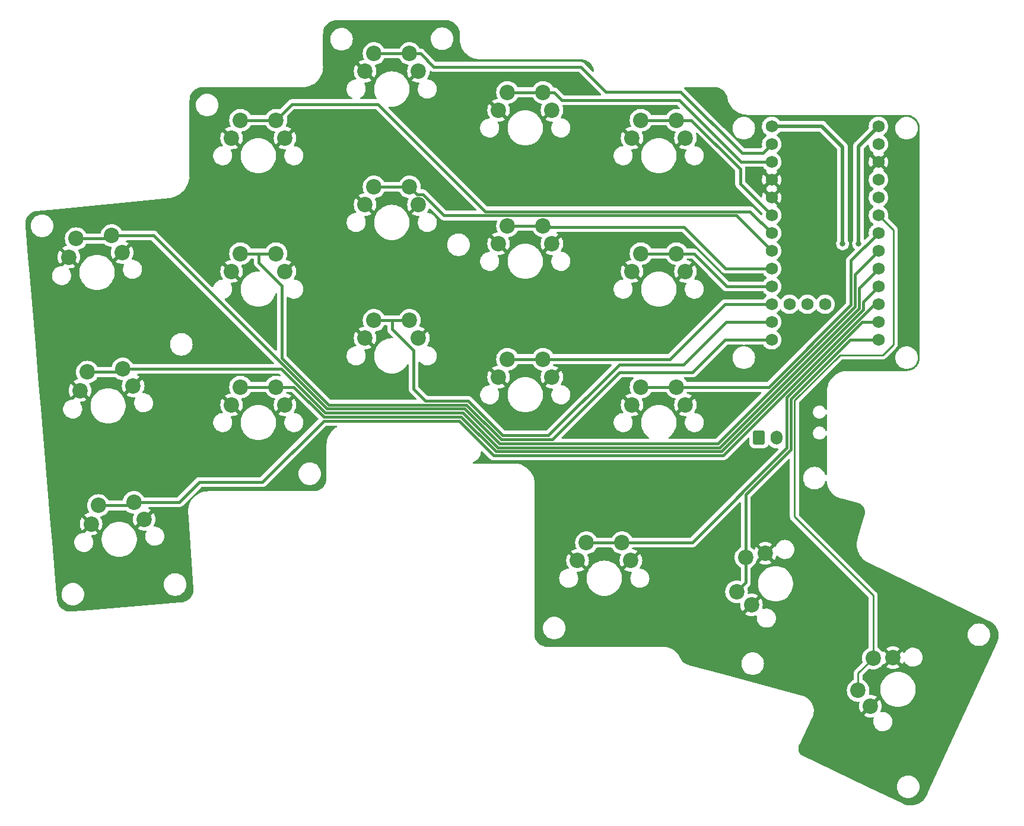
<source format=gbr>
%TF.GenerationSoftware,KiCad,Pcbnew,(6.0.4)*%
%TF.CreationDate,2022-05-15T23:18:35+02:00*%
%TF.ProjectId,Diom-35SP_PCB,44696f6d-2d33-4355-9350-5f5043422e6b,rev?*%
%TF.SameCoordinates,Original*%
%TF.FileFunction,Copper,L1,Top*%
%TF.FilePolarity,Positive*%
%FSLAX46Y46*%
G04 Gerber Fmt 4.6, Leading zero omitted, Abs format (unit mm)*
G04 Created by KiCad (PCBNEW (6.0.4)) date 2022-05-15 23:18:35*
%MOMM*%
%LPD*%
G01*
G04 APERTURE LIST*
G04 Aperture macros list*
%AMRoundRect*
0 Rectangle with rounded corners*
0 $1 Rounding radius*
0 $2 $3 $4 $5 $6 $7 $8 $9 X,Y pos of 4 corners*
0 Add a 4 corners polygon primitive as box body*
4,1,4,$2,$3,$4,$5,$6,$7,$8,$9,$2,$3,0*
0 Add four circle primitives for the rounded corners*
1,1,$1+$1,$2,$3*
1,1,$1+$1,$4,$5*
1,1,$1+$1,$6,$7*
1,1,$1+$1,$8,$9*
0 Add four rect primitives between the rounded corners*
20,1,$1+$1,$2,$3,$4,$5,0*
20,1,$1+$1,$4,$5,$6,$7,0*
20,1,$1+$1,$6,$7,$8,$9,0*
20,1,$1+$1,$8,$9,$2,$3,0*%
G04 Aperture macros list end*
%TA.AperFunction,ComponentPad*%
%ADD10C,2.200000*%
%TD*%
%TA.AperFunction,ComponentPad*%
%ADD11RoundRect,0.250000X-0.600000X-0.750000X0.600000X-0.750000X0.600000X0.750000X-0.600000X0.750000X0*%
%TD*%
%TA.AperFunction,ComponentPad*%
%ADD12O,1.700000X2.000000*%
%TD*%
%TA.AperFunction,ComponentPad*%
%ADD13C,1.752600*%
%TD*%
%TA.AperFunction,ViaPad*%
%ADD14C,0.800000*%
%TD*%
%TA.AperFunction,Conductor*%
%ADD15C,0.508000*%
%TD*%
%TA.AperFunction,Conductor*%
%ADD16C,0.381000*%
%TD*%
%TA.AperFunction,Conductor*%
%ADD17C,0.254000*%
%TD*%
G04 APERTURE END LIST*
D10*
%TO.P,MX15,1,COL*%
%TO.N,MX15*%
X166052500Y-83820000D03*
X160972500Y-83820000D03*
%TO.P,MX15,2,ROW*%
%TO.N,GND*%
X159702500Y-86360000D03*
X167322500Y-86360000D03*
%TD*%
%TO.P,MX2,1,COL*%
%TO.N,MX2*%
X108902500Y-45720000D03*
X103822500Y-45720000D03*
%TO.P,MX2,2,ROW*%
%TO.N,GND*%
X102552500Y-48260000D03*
X110172500Y-48260000D03*
%TD*%
%TO.P,MX16,1,COL*%
%TO.N,MX16*%
X158273750Y-106045000D03*
X153193750Y-106045000D03*
%TO.P,MX16,2,ROW*%
%TO.N,GND*%
X151923750Y-108585000D03*
X159543750Y-108585000D03*
%TD*%
%TO.P,MX7,1,COL*%
%TO.N,MX7*%
X108902500Y-64770000D03*
X103822500Y-64770000D03*
%TO.P,MX7,2,ROW*%
%TO.N,GND*%
X110172500Y-67310000D03*
X102552500Y-67310000D03*
%TD*%
%TO.P,MX14,1,COL*%
%TO.N,MX14*%
X147002500Y-79851250D03*
X141922500Y-79851250D03*
%TO.P,MX14,2,ROW*%
%TO.N,GND*%
X148272500Y-82391250D03*
X140652500Y-82391250D03*
%TD*%
%TO.P,MX1,1,COL*%
%TO.N,MX1*%
X80370664Y-62629457D03*
X85431333Y-62186705D03*
%TO.P,MX1,2,ROW*%
%TO.N,GND*%
X79326873Y-65270479D03*
X86917876Y-64606352D03*
%TD*%
D11*
%TO.P,J1,1,Pin_1*%
%TO.N,B-*%
X177820000Y-91051500D03*
D12*
%TO.P,J1,2,Pin_2*%
%TO.N,Net-(J1-Pad2)*%
X180320000Y-91051500D03*
%TD*%
D10*
%TO.P,MX6,1,COL*%
%TO.N,MX6*%
X81958164Y-81679457D03*
X87018833Y-81236705D03*
%TO.P,MX6,2,ROW*%
%TO.N,GND*%
X80914373Y-84320479D03*
X88505376Y-83656352D03*
%TD*%
%TO.P,MX5,1,COL*%
%TO.N,MX5*%
X160972500Y-45720000D03*
X166052500Y-45720000D03*
%TO.P,MX5,2,ROW*%
%TO.N,GND*%
X159702500Y-48260000D03*
X167322500Y-48260000D03*
%TD*%
%TO.P,MX9,1,COL*%
%TO.N,MX9*%
X141922500Y-60801250D03*
X147002500Y-60801250D03*
%TO.P,MX9,2,ROW*%
%TO.N,GND*%
X148272500Y-63341250D03*
X140652500Y-63341250D03*
%TD*%
%TO.P,MX17,1,COL*%
%TO.N,MX17*%
X175931747Y-108150498D03*
X174616946Y-113057401D03*
%TO.P,MX17,2,ROW*%
%TO.N,GND*%
X178713899Y-107581172D03*
X176741698Y-114941527D03*
%TD*%
%TO.P,MX3,1,COL*%
%TO.N,MX3*%
X122872500Y-36195000D03*
X127952500Y-36195000D03*
%TO.P,MX3,2,ROW*%
%TO.N,GND*%
X121602500Y-38735000D03*
X129222500Y-38735000D03*
%TD*%
%TO.P,MX13,1,COL*%
%TO.N,MX13*%
X122872500Y-74295000D03*
X127952500Y-74295000D03*
%TO.P,MX13,2,ROW*%
%TO.N,GND*%
X129222500Y-76835000D03*
X121602500Y-76835000D03*
%TD*%
D13*
%TO.P,U1,1,TX0/P0.06*%
%TO.N,MX3*%
X179627831Y-49135500D03*
%TO.P,U1,2,RX1/P0.08*%
%TO.N,MX4*%
X179627831Y-51675500D03*
%TO.P,U1,3,GND*%
%TO.N,GND*%
X179627831Y-54215500D03*
%TO.P,U1,4,GND*%
X179627831Y-56755500D03*
%TO.P,U1,5,P0.17*%
%TO.N,MX5*%
X179627831Y-59295500D03*
%TO.P,U1,6,P0.20*%
%TO.N,MX2*%
X179627831Y-61835500D03*
%TO.P,U1,7,P0.22*%
%TO.N,MX8*%
X179627831Y-64375500D03*
%TO.P,U1,8,P0.24*%
%TO.N,MX9*%
X179627831Y-66915500D03*
%TO.P,U1,9,P1.00*%
%TO.N,MX10*%
X179627831Y-69455500D03*
%TO.P,U1,10,P0.11*%
%TO.N,MX14*%
X179627831Y-71995500D03*
%TO.P,U1,11,P1.04*%
%TO.N,MX13*%
X179627831Y-74535500D03*
%TO.P,U1,12,P1.06*%
%TO.N,MX7*%
X179627831Y-77075500D03*
%TO.P,U1,13,NFC1/P0.09*%
%TO.N,MX17*%
X194867831Y-77075500D03*
%TO.P,U1,14,NFC2/P0.10*%
%TO.N,MX16*%
X194867831Y-74535500D03*
%TO.P,U1,15,P1.11*%
%TO.N,MX11*%
X194867831Y-71995500D03*
%TO.P,U1,16,P1.13*%
%TO.N,MX12*%
X194867831Y-69455500D03*
%TO.P,U1,17,P1.15*%
%TO.N,MX6*%
X194867831Y-66915500D03*
%TO.P,U1,18,AIN0/P0.02*%
%TO.N,MX1*%
X194867831Y-64375500D03*
%TO.P,U1,19,AIN5/P0.29*%
%TO.N,MX15*%
X194867831Y-61835500D03*
%TO.P,U1,20,AIN7/P0.31*%
%TO.N,MX18*%
X194867831Y-59295500D03*
%TO.P,U1,21,VCC*%
%TO.N,VCC*%
X194867831Y-56755500D03*
%TO.P,U1,22,RST*%
%TO.N,unconnected-(U1-Pad22)*%
X194867831Y-54215500D03*
%TO.P,U1,23,GND*%
%TO.N,GND*%
X194867831Y-51675500D03*
%TO.P,U1,24,BATIN/P0.04*%
%TO.N,unconnected-(U1-Pad24)*%
X194867831Y-49135500D03*
%TO.P,U1,30,GND*%
%TO.N,B-*%
X179627831Y-46595500D03*
%TO.P,U1,31,P1.01*%
%TO.N,unconnected-(U1-Pad31)*%
X182167831Y-71995500D03*
%TO.P,U1,32,P1.02*%
%TO.N,unconnected-(U1-Pad32)*%
X184707831Y-71995500D03*
%TO.P,U1,33,P1.07*%
%TO.N,unconnected-(U1-Pad33)*%
X187247831Y-71995500D03*
%TO.P,U1,34,BATIN/P0.04*%
%TO.N,B+*%
X194867831Y-46595500D03*
%TD*%
D10*
%TO.P,MX12,1,COL*%
%TO.N,MX12*%
X108902500Y-83820000D03*
X103822500Y-83820000D03*
%TO.P,MX12,2,ROW*%
%TO.N,GND*%
X110172500Y-86360000D03*
X102552500Y-86360000D03*
%TD*%
%TO.P,MX18,1,COL*%
%TO.N,MX18*%
X194113157Y-122551077D03*
X191966256Y-127155121D03*
%TO.P,MX18,2,ROW*%
%TO.N,GND*%
X196951904Y-122473517D03*
X193731553Y-129379582D03*
%TD*%
%TO.P,MX4,1,COL*%
%TO.N,MX4*%
X147002500Y-41751250D03*
X141922500Y-41751250D03*
%TO.P,MX4,2,ROW*%
%TO.N,GND*%
X148272500Y-44291250D03*
X140652500Y-44291250D03*
%TD*%
%TO.P,MX10,1,COL*%
%TO.N,MX10*%
X160972500Y-64770000D03*
X166052500Y-64770000D03*
%TO.P,MX10,2,ROW*%
%TO.N,GND*%
X159702500Y-67310000D03*
X167322500Y-67310000D03*
%TD*%
%TO.P,MX8,1,COL*%
%TO.N,MX8*%
X122872500Y-55245000D03*
X127952500Y-55245000D03*
%TO.P,MX8,2,ROW*%
%TO.N,GND*%
X129222500Y-57785000D03*
X121602500Y-57785000D03*
%TD*%
%TO.P,MX11,1,COL*%
%TO.N,MX11*%
X83545664Y-100729457D03*
X88606333Y-100286705D03*
%TO.P,MX11,2,ROW*%
%TO.N,GND*%
X90092876Y-102706352D03*
X82501873Y-103370479D03*
%TD*%
D14*
%TO.N,B-*%
X189738000Y-63373000D03*
%TO.N,B+*%
X192024000Y-63373000D03*
%TD*%
D15*
%TO.N,B-*%
X189738000Y-49530000D02*
X186803500Y-46595500D01*
X186803500Y-46595500D02*
X179627831Y-46595500D01*
X189738000Y-63373000D02*
X189738000Y-49530000D01*
%TO.N,B+*%
X192024000Y-49439331D02*
X194867831Y-46595500D01*
X192024000Y-63373000D02*
X192024000Y-49439331D01*
D16*
%TO.N,MX1*%
X140780940Y-91885940D02*
X171964884Y-91885940D01*
X191516000Y-67727331D02*
X194867831Y-64375500D01*
X116170048Y-86932940D02*
X135827940Y-86932940D01*
X135827940Y-86932940D02*
X140780940Y-91885940D01*
X91423813Y-62186705D02*
X116170048Y-86932940D01*
X80370664Y-62629457D02*
X84988581Y-62629457D01*
X85431333Y-62186705D02*
X91423813Y-62186705D01*
X84988581Y-62629457D02*
X85431333Y-62186705D01*
X171964884Y-91885940D02*
X191516000Y-72334824D01*
X191516000Y-72334824D02*
X191516000Y-67727331D01*
%TO.N,MX2*%
X103822500Y-45720000D02*
X108902500Y-45720000D01*
X176542050Y-58749719D02*
X179627831Y-61835500D01*
X138759719Y-58749719D02*
X176542050Y-58749719D01*
X111188500Y-43434000D02*
X123444000Y-43434000D01*
X108902500Y-45720000D02*
X111188500Y-43434000D01*
X123444000Y-43434000D02*
X138759719Y-58749719D01*
%TO.N,MX3*%
X166624000Y-41656000D02*
X175387000Y-50419000D01*
X131413134Y-38100000D02*
X152400000Y-38100000D01*
X155956000Y-41656000D02*
X166624000Y-41656000D01*
X122872500Y-36195000D02*
X127952500Y-36195000D01*
X127952500Y-36195000D02*
X129508134Y-36195000D01*
X175387000Y-50419000D02*
X178344331Y-50419000D01*
X152400000Y-38100000D02*
X155956000Y-41656000D01*
X178344331Y-50419000D02*
X179627831Y-49135500D01*
X129508134Y-36195000D02*
X131413134Y-38100000D01*
%TO.N,MX4*%
X141922500Y-41751250D02*
X147002500Y-41751250D01*
X147002500Y-41751250D02*
X148558134Y-41751250D01*
X166433500Y-42862500D02*
X175246500Y-51675500D01*
X148558134Y-41751250D02*
X149669384Y-42862500D01*
X149669384Y-42862500D02*
X166433500Y-42862500D01*
X175246500Y-51675500D02*
X179627831Y-51675500D01*
%TO.N,MX5*%
X160972500Y-45720000D02*
X166052500Y-45720000D01*
X168179750Y-45720000D02*
X175133000Y-52673250D01*
X175133000Y-54800669D02*
X179627831Y-59295500D01*
X175133000Y-52673250D02*
X175133000Y-54800669D01*
X166052500Y-45720000D02*
X168179750Y-45720000D01*
%TO.N,MX6*%
X115933524Y-87503960D02*
X135555504Y-87503960D01*
X135555504Y-87503960D02*
X140508504Y-92456960D01*
X109666269Y-81236705D02*
X115933524Y-87503960D01*
X192105936Y-69677395D02*
X194867831Y-66915500D01*
X172201408Y-92456960D02*
X192105936Y-72552432D01*
X86576081Y-81679457D02*
X87018833Y-81236705D01*
X81958164Y-81679457D02*
X86576081Y-81679457D01*
X87018833Y-81236705D02*
X109666269Y-81236705D01*
X192105936Y-72552432D02*
X192105936Y-69677395D01*
X140508504Y-92456960D02*
X172201408Y-92456960D01*
%TO.N,MX7*%
X109728000Y-79683348D02*
X109728000Y-69342000D01*
X106426000Y-64770000D02*
X108902500Y-64770000D01*
X141017464Y-91314920D02*
X136064464Y-86361920D01*
X157924020Y-81724980D02*
X148334080Y-91314920D01*
X168338020Y-81724980D02*
X157924020Y-81724980D01*
X136064464Y-86361920D02*
X116406572Y-86361920D01*
X148334080Y-91314920D02*
X141017464Y-91314920D01*
X103822500Y-64770000D02*
X106426000Y-64770000D01*
X116406572Y-86361920D02*
X109728000Y-79683348D01*
X179627831Y-77075500D02*
X172987500Y-77075500D01*
X109728000Y-69342000D02*
X106426000Y-66040000D01*
X172987500Y-77075500D02*
X168338020Y-81724980D01*
X106426000Y-66040000D02*
X106426000Y-64770000D01*
%TO.N,MX8*%
X132851999Y-59320739D02*
X174573070Y-59320739D01*
X129011989Y-56304489D02*
X129835749Y-56304489D01*
X174573070Y-59320739D02*
X179627831Y-64375500D01*
X127952500Y-55245000D02*
X129011989Y-56304489D01*
X122872500Y-55245000D02*
X127952500Y-55245000D01*
X129835749Y-56304489D02*
X132851999Y-59320739D01*
%TO.N,MX9*%
X167132000Y-60960000D02*
X173087500Y-66915500D01*
X147002500Y-60801250D02*
X141922500Y-60801250D01*
X147002500Y-60801250D02*
X147161250Y-60960000D01*
X173087500Y-66915500D02*
X179627831Y-66915500D01*
X147161250Y-60960000D02*
X167132000Y-60960000D01*
%TO.N,MX10*%
X168529000Y-64770000D02*
X173214500Y-69455500D01*
X166052500Y-64770000D02*
X168529000Y-64770000D01*
X160972500Y-64770000D02*
X166052500Y-64770000D01*
X173214500Y-69455500D02*
X179627831Y-69455500D01*
%TO.N,MX11*%
X88163581Y-100729457D02*
X88606333Y-100286705D01*
X194277956Y-71995500D02*
X194867831Y-71995500D01*
X83545664Y-100729457D02*
X88163581Y-100729457D01*
X135001000Y-88646000D02*
X139954000Y-93599000D01*
X88606333Y-100286705D02*
X95039295Y-100286705D01*
X97917000Y-97409000D02*
X106934000Y-97409000D01*
X106934000Y-97409000D02*
X115697000Y-88646000D01*
X95039295Y-100286705D02*
X97917000Y-97409000D01*
X139954000Y-93599000D02*
X172674456Y-93599000D01*
X115697000Y-88646000D02*
X135001000Y-88646000D01*
X172674456Y-93599000D02*
X194277956Y-71995500D01*
%TO.N,MX12*%
X108902500Y-83820000D02*
X111442020Y-83820000D01*
X135318980Y-88074980D02*
X140271980Y-93027980D01*
X140271980Y-93027980D02*
X172437932Y-93027980D01*
X192676956Y-71646375D02*
X194867831Y-69455500D01*
X172437932Y-93027980D02*
X192676956Y-72788956D01*
X115697000Y-88074980D02*
X135318980Y-88074980D01*
X111442020Y-83820000D02*
X115697000Y-88074980D01*
X194853743Y-69455500D02*
X194867831Y-69455500D01*
X192676956Y-72788956D02*
X192676956Y-71646375D01*
X103822500Y-83820000D02*
X108902500Y-83820000D01*
%TO.N,MX13*%
X130240900Y-85790900D02*
X136300988Y-85790900D01*
X125476000Y-75565000D02*
X128524000Y-78613000D01*
X128524000Y-84074000D02*
X130240900Y-85790900D01*
X157861000Y-80645000D02*
X167005000Y-80645000D01*
X136300988Y-85790900D02*
X141253988Y-90743900D01*
X128524000Y-78613000D02*
X128524000Y-84074000D01*
X125476000Y-74295000D02*
X125476000Y-75565000D01*
X167005000Y-80645000D02*
X173114500Y-74535500D01*
X147762100Y-90743900D02*
X157861000Y-80645000D01*
X122872500Y-74295000D02*
X125476000Y-74295000D01*
X125476000Y-74295000D02*
X127952500Y-74295000D01*
X141253988Y-90743900D02*
X147762100Y-90743900D01*
X173114500Y-74535500D02*
X179627831Y-74535500D01*
%TO.N,MX14*%
X141922500Y-79851250D02*
X147002500Y-79851250D01*
X165131750Y-79851250D02*
X172987500Y-71995500D01*
X172987500Y-71995500D02*
X179627831Y-71995500D01*
X147002500Y-79851250D02*
X165131750Y-79851250D01*
%TO.N,MX15*%
X160972500Y-83820000D02*
X166052500Y-83820000D01*
X194867831Y-61835500D02*
X190944980Y-65758351D01*
X190944980Y-72072020D02*
X179197000Y-83820000D01*
X179197000Y-83820000D02*
X166052500Y-83820000D01*
X190944980Y-65758351D02*
X190944980Y-72072020D01*
%TO.N,MX16*%
X158273750Y-106045000D02*
X168275000Y-106045000D01*
X181790982Y-85290018D02*
X192545500Y-74535500D01*
X153193750Y-106045000D02*
X158273750Y-106045000D01*
X192545500Y-74535500D02*
X194867831Y-74535500D01*
X181790982Y-92529018D02*
X181790982Y-85290018D01*
X168275000Y-106045000D02*
X181790982Y-92529018D01*
%TO.N,MX17*%
X175931747Y-108150498D02*
X175931747Y-111742600D01*
X175931747Y-108150498D02*
X175931747Y-99195797D01*
X175931747Y-99195797D02*
X182362002Y-92765542D01*
X182362002Y-85526542D02*
X190813044Y-77075500D01*
X190813044Y-77075500D02*
X194867831Y-77075500D01*
X175931747Y-111742600D02*
X174616946Y-113057401D01*
X182362002Y-92765542D02*
X182362002Y-85526542D01*
D17*
%TO.N,MX18*%
X194113157Y-113595157D02*
X182869522Y-102351522D01*
X191966256Y-127155121D02*
X191966256Y-124697978D01*
X194113157Y-122551077D02*
X194113157Y-113595157D01*
X196977000Y-77724000D02*
X196977000Y-61404669D01*
X182869522Y-102351522D02*
X182869522Y-85736764D01*
X189358286Y-79248000D02*
X195453000Y-79248000D01*
X191966256Y-124697978D02*
X194113157Y-122551077D01*
X182869522Y-85736764D02*
X189358286Y-79248000D01*
X195453000Y-79248000D02*
X196977000Y-77724000D01*
X196977000Y-61404669D02*
X194867831Y-59295500D01*
%TD*%
%TA.AperFunction,Conductor*%
%TO.N,GND*%
G36*
X171420018Y-40991250D02*
G01*
X171434851Y-40993560D01*
X171434855Y-40993560D01*
X171443724Y-40994941D01*
X171460237Y-40992782D01*
X171484652Y-40991979D01*
X171685631Y-41004904D01*
X171701670Y-41006975D01*
X171925474Y-41050635D01*
X171941116Y-41054744D01*
X172088072Y-41103623D01*
X172157484Y-41126710D01*
X172172460Y-41132784D01*
X172369749Y-41227976D01*
X172377828Y-41231874D01*
X172391911Y-41239822D01*
X172582897Y-41364400D01*
X172595836Y-41374077D01*
X172769292Y-41522094D01*
X172780894Y-41533359D01*
X172933961Y-41702372D01*
X172944024Y-41715029D01*
X172965537Y-41745975D01*
X173074179Y-41902254D01*
X173082539Y-41916098D01*
X173187639Y-42118450D01*
X173194155Y-42133246D01*
X173272477Y-42347409D01*
X173277041Y-42362908D01*
X173306680Y-42494118D01*
X173319841Y-42552381D01*
X173322530Y-42576118D01*
X173322934Y-42578870D01*
X173322965Y-42587847D01*
X173325001Y-42594722D01*
X173325110Y-42595900D01*
X173325139Y-42595897D01*
X173325702Y-42600738D01*
X173325889Y-42605597D01*
X173328296Y-42617917D01*
X173330778Y-42624771D01*
X173334139Y-42635538D01*
X173359254Y-42730831D01*
X173406869Y-42911492D01*
X173408235Y-42916676D01*
X173409408Y-42919766D01*
X173511543Y-43188866D01*
X173517955Y-43205761D01*
X173519447Y-43208715D01*
X173519450Y-43208721D01*
X173655892Y-43478797D01*
X173655898Y-43478807D01*
X173657383Y-43481747D01*
X173824980Y-43741592D01*
X174018899Y-43982432D01*
X174237002Y-44201611D01*
X174476885Y-44396712D01*
X174479645Y-44398512D01*
X174479654Y-44398518D01*
X174643225Y-44505162D01*
X174735902Y-44565585D01*
X175011200Y-44706368D01*
X175134684Y-44753932D01*
X175296656Y-44816321D01*
X175296661Y-44816323D01*
X175299741Y-44817509D01*
X175598345Y-44897782D01*
X175903720Y-44946303D01*
X176178068Y-44960726D01*
X176192345Y-44962297D01*
X176199948Y-44963576D01*
X176206326Y-44963654D01*
X176207640Y-44963670D01*
X176207643Y-44963670D01*
X176212500Y-44963729D01*
X176240124Y-44959773D01*
X176257986Y-44958500D01*
X179515973Y-44958500D01*
X179573286Y-44975329D01*
X179592709Y-44963179D01*
X179626728Y-44958500D01*
X194755973Y-44958500D01*
X194813286Y-44975329D01*
X194832709Y-44963179D01*
X194866728Y-44958500D01*
X198832619Y-44958500D01*
X198852010Y-44960001D01*
X198875702Y-44963691D01*
X198891998Y-44961561D01*
X198916565Y-44960768D01*
X199041159Y-44968939D01*
X199118180Y-44973991D01*
X199134519Y-44976143D01*
X199294730Y-45008016D01*
X199358573Y-45020718D01*
X199374491Y-45024983D01*
X199590813Y-45098422D01*
X199606039Y-45104729D01*
X199663985Y-45133306D01*
X199810935Y-45205778D01*
X199825195Y-45214011D01*
X200015149Y-45340940D01*
X200028216Y-45350967D01*
X200170684Y-45475911D01*
X200199978Y-45501602D01*
X200211629Y-45513254D01*
X200322727Y-45639938D01*
X200362255Y-45685012D01*
X200372279Y-45698075D01*
X200499205Y-45888035D01*
X200507441Y-45902300D01*
X200608486Y-46107196D01*
X200614793Y-46122423D01*
X200648991Y-46223164D01*
X200681287Y-46318301D01*
X200688226Y-46338743D01*
X200692492Y-46354663D01*
X200737063Y-46578726D01*
X200739214Y-46595065D01*
X200751977Y-46789729D01*
X200750993Y-46811836D01*
X200750941Y-46816109D01*
X200749559Y-46824985D01*
X200750724Y-46833889D01*
X200753686Y-46856541D01*
X200754750Y-46872881D01*
X200754750Y-79611380D01*
X200753249Y-79630767D01*
X200749559Y-79654463D01*
X200750723Y-79663366D01*
X200751689Y-79670754D01*
X200752482Y-79695329D01*
X200751907Y-79704094D01*
X200739264Y-79896941D01*
X200737113Y-79913281D01*
X200724586Y-79976256D01*
X200694482Y-80127591D01*
X200692540Y-80137351D01*
X200688274Y-80153270D01*
X200614839Y-80369596D01*
X200608532Y-80384823D01*
X200507487Y-80589721D01*
X200499246Y-80603994D01*
X200372325Y-80793946D01*
X200362300Y-80807012D01*
X200211657Y-80978790D01*
X200200016Y-80990431D01*
X200182289Y-81005978D01*
X200028250Y-81141069D01*
X200015175Y-81151102D01*
X199963431Y-81185678D01*
X199825220Y-81278032D01*
X199810959Y-81286265D01*
X199707210Y-81337432D01*
X199606058Y-81387317D01*
X199590832Y-81393624D01*
X199374505Y-81467064D01*
X199358586Y-81471330D01*
X199134525Y-81515907D01*
X199118185Y-81518059D01*
X199031328Y-81523756D01*
X198923961Y-81530797D01*
X198899828Y-81529723D01*
X198897126Y-81529690D01*
X198888254Y-81528309D01*
X198879355Y-81529473D01*
X198879353Y-81529473D01*
X198856703Y-81532436D01*
X198840361Y-81533500D01*
X190476082Y-81533500D01*
X190455175Y-81531753D01*
X190454902Y-81531707D01*
X190435390Y-81528424D01*
X190429114Y-81528347D01*
X190427706Y-81528330D01*
X190427702Y-81528330D01*
X190422838Y-81528271D01*
X190418018Y-81528961D01*
X190416101Y-81529086D01*
X190408822Y-81529812D01*
X190096038Y-81547522D01*
X190092532Y-81548123D01*
X190092530Y-81548123D01*
X190001033Y-81563802D01*
X189773418Y-81602805D01*
X189657737Y-81636427D01*
X189462533Y-81693161D01*
X189462525Y-81693164D01*
X189459101Y-81694159D01*
X189455810Y-81695535D01*
X189455804Y-81695537D01*
X189266550Y-81774661D01*
X189157109Y-81820416D01*
X189154008Y-81822147D01*
X189154002Y-81822150D01*
X189072053Y-81867897D01*
X188871303Y-81979962D01*
X188605337Y-82170757D01*
X188362614Y-82390361D01*
X188146237Y-82635965D01*
X188144199Y-82638887D01*
X188144198Y-82638888D01*
X187963585Y-82897818D01*
X187958974Y-82904428D01*
X187803218Y-83192318D01*
X187801887Y-83195624D01*
X187801885Y-83195628D01*
X187700326Y-83447859D01*
X187680962Y-83495952D01*
X187593770Y-83811448D01*
X187593214Y-83814974D01*
X187593213Y-83814977D01*
X187544471Y-84123903D01*
X187542756Y-84134771D01*
X187529897Y-84431237D01*
X187528740Y-84442952D01*
X187528626Y-84444443D01*
X187527884Y-84449242D01*
X187527897Y-84461795D01*
X187531127Y-84482402D01*
X187531473Y-84484609D01*
X187532992Y-84504341D01*
X187531276Y-85469778D01*
X187528624Y-86962157D01*
X187528616Y-86966397D01*
X187508493Y-87034482D01*
X187454754Y-87080879D01*
X187384463Y-87090858D01*
X187319934Y-87061251D01*
X187287510Y-87017422D01*
X187251577Y-86936717D01*
X187251574Y-86936712D01*
X187248888Y-86930679D01*
X187211571Y-86879316D01*
X187137430Y-86777270D01*
X187137428Y-86777268D01*
X187133547Y-86771926D01*
X187128636Y-86767504D01*
X186992628Y-86645042D01*
X186992627Y-86645041D01*
X186987720Y-86640623D01*
X186856275Y-86564733D01*
X186823503Y-86545812D01*
X186823502Y-86545811D01*
X186817780Y-86542508D01*
X186740059Y-86517255D01*
X186637434Y-86483910D01*
X186637433Y-86483910D01*
X186631155Y-86481870D01*
X186624592Y-86481180D01*
X186624591Y-86481180D01*
X186601595Y-86478763D01*
X186484922Y-86466500D01*
X186387078Y-86466500D01*
X186270405Y-86478763D01*
X186247409Y-86481180D01*
X186247408Y-86481180D01*
X186240845Y-86481870D01*
X186234567Y-86483910D01*
X186234566Y-86483910D01*
X186131941Y-86517255D01*
X186054220Y-86542508D01*
X186048498Y-86545811D01*
X186048497Y-86545812D01*
X186015725Y-86564733D01*
X185884280Y-86640623D01*
X185879373Y-86645041D01*
X185879372Y-86645042D01*
X185743364Y-86767504D01*
X185738453Y-86771926D01*
X185734572Y-86777268D01*
X185734570Y-86777270D01*
X185660429Y-86879316D01*
X185623112Y-86930679D01*
X185620428Y-86936707D01*
X185620427Y-86936709D01*
X185549286Y-87096494D01*
X185543298Y-87109944D01*
X185537866Y-87135500D01*
X185503999Y-87294833D01*
X185502500Y-87301885D01*
X185502500Y-87498115D01*
X185503872Y-87504568D01*
X185503872Y-87504572D01*
X185513532Y-87550019D01*
X185543298Y-87690056D01*
X185545983Y-87696086D01*
X185545983Y-87696087D01*
X185591832Y-87799064D01*
X185623112Y-87869321D01*
X185626992Y-87874662D01*
X185626993Y-87874663D01*
X185697822Y-87972150D01*
X185738453Y-88028074D01*
X185743363Y-88032495D01*
X185743364Y-88032496D01*
X185825198Y-88106179D01*
X185884280Y-88159377D01*
X186054220Y-88257492D01*
X186131941Y-88282745D01*
X186234566Y-88316090D01*
X186234567Y-88316090D01*
X186240845Y-88318130D01*
X186247408Y-88318820D01*
X186247409Y-88318820D01*
X186256505Y-88319776D01*
X186387078Y-88333500D01*
X186484922Y-88333500D01*
X186615495Y-88319776D01*
X186624591Y-88318820D01*
X186624592Y-88318820D01*
X186631155Y-88318130D01*
X186637433Y-88316090D01*
X186637434Y-88316090D01*
X186740059Y-88282745D01*
X186817780Y-88257492D01*
X186987720Y-88159377D01*
X187046803Y-88106179D01*
X187128636Y-88032496D01*
X187128637Y-88032495D01*
X187133547Y-88028074D01*
X187174179Y-87972150D01*
X187245007Y-87874663D01*
X187245008Y-87874662D01*
X187248888Y-87869321D01*
X187280169Y-87799064D01*
X187285960Y-87786056D01*
X187331940Y-87731960D01*
X187399868Y-87711311D01*
X187468176Y-87730663D01*
X187515177Y-87783874D01*
X187527067Y-87837529D01*
X187523336Y-89936714D01*
X187523304Y-89954466D01*
X187503181Y-90022551D01*
X187449442Y-90068948D01*
X187379151Y-90078927D01*
X187314622Y-90049320D01*
X187282198Y-90005492D01*
X187251575Y-89936714D01*
X187248888Y-89930679D01*
X187164470Y-89814488D01*
X187137430Y-89777270D01*
X187137428Y-89777268D01*
X187133547Y-89771926D01*
X187056103Y-89702195D01*
X186992628Y-89645042D01*
X186992627Y-89645041D01*
X186987720Y-89640623D01*
X186840920Y-89555868D01*
X186823503Y-89545812D01*
X186823502Y-89545811D01*
X186817780Y-89542508D01*
X186652890Y-89488932D01*
X186637434Y-89483910D01*
X186637433Y-89483910D01*
X186631155Y-89481870D01*
X186624592Y-89481180D01*
X186624591Y-89481180D01*
X186601595Y-89478763D01*
X186484922Y-89466500D01*
X186387078Y-89466500D01*
X186270405Y-89478763D01*
X186247409Y-89481180D01*
X186247408Y-89481180D01*
X186240845Y-89481870D01*
X186234567Y-89483910D01*
X186234566Y-89483910D01*
X186219110Y-89488932D01*
X186054220Y-89542508D01*
X186048498Y-89545811D01*
X186048497Y-89545812D01*
X186031080Y-89555868D01*
X185884280Y-89640623D01*
X185879373Y-89645041D01*
X185879372Y-89645042D01*
X185815897Y-89702195D01*
X185738453Y-89771926D01*
X185734572Y-89777268D01*
X185734570Y-89777270D01*
X185707530Y-89814488D01*
X185623112Y-89930679D01*
X185620428Y-89936707D01*
X185620427Y-89936709D01*
X185550616Y-90093507D01*
X185543298Y-90109944D01*
X185523674Y-90202269D01*
X185511722Y-90258500D01*
X185502500Y-90301885D01*
X185502500Y-90498115D01*
X185503872Y-90504568D01*
X185503872Y-90504572D01*
X185512359Y-90544500D01*
X185543298Y-90690056D01*
X185545983Y-90696086D01*
X185545983Y-90696087D01*
X185602256Y-90822477D01*
X185623112Y-90869321D01*
X185626992Y-90874662D01*
X185626993Y-90874663D01*
X185704659Y-90981560D01*
X185738453Y-91028074D01*
X185743363Y-91032495D01*
X185743364Y-91032496D01*
X185873905Y-91150035D01*
X185884280Y-91159377D01*
X185964285Y-91205568D01*
X186018651Y-91236956D01*
X186054220Y-91257492D01*
X186060506Y-91259534D01*
X186060505Y-91259534D01*
X186234566Y-91316090D01*
X186234567Y-91316090D01*
X186240845Y-91318130D01*
X186247408Y-91318820D01*
X186247409Y-91318820D01*
X186270405Y-91321237D01*
X186387078Y-91333500D01*
X186484922Y-91333500D01*
X186601595Y-91321237D01*
X186624591Y-91318820D01*
X186624592Y-91318820D01*
X186631155Y-91318130D01*
X186637433Y-91316090D01*
X186637434Y-91316090D01*
X186811495Y-91259534D01*
X186811494Y-91259534D01*
X186817780Y-91257492D01*
X186853350Y-91236956D01*
X186907715Y-91205568D01*
X186987720Y-91159377D01*
X186998096Y-91150035D01*
X187128636Y-91032496D01*
X187128637Y-91032495D01*
X187133547Y-91028074D01*
X187167342Y-90981560D01*
X187245007Y-90874663D01*
X187245008Y-90874662D01*
X187248888Y-90869321D01*
X187280605Y-90798082D01*
X187326585Y-90743988D01*
X187394512Y-90723338D01*
X187462820Y-90742690D01*
X187509822Y-90795901D01*
X187521712Y-90849556D01*
X187512049Y-96285206D01*
X187491926Y-96353291D01*
X187438187Y-96399688D01*
X187367896Y-96409667D01*
X187303367Y-96380060D01*
X187269640Y-96333200D01*
X187256161Y-96300657D01*
X187212425Y-96195070D01*
X187177011Y-96109572D01*
X187177009Y-96109568D01*
X187175116Y-96104998D01*
X187042828Y-95889124D01*
X186878398Y-95696602D01*
X186685876Y-95532172D01*
X186470002Y-95399884D01*
X186465432Y-95397991D01*
X186465428Y-95397989D01*
X186240664Y-95304889D01*
X186240662Y-95304888D01*
X186236091Y-95302995D01*
X186151468Y-95282679D01*
X185994716Y-95245046D01*
X185994710Y-95245045D01*
X185989903Y-95243891D01*
X185890084Y-95236035D01*
X185803155Y-95229193D01*
X185803148Y-95229193D01*
X185800699Y-95229000D01*
X185674301Y-95229000D01*
X185671852Y-95229193D01*
X185671845Y-95229193D01*
X185584916Y-95236035D01*
X185485097Y-95243891D01*
X185480290Y-95245045D01*
X185480284Y-95245046D01*
X185323532Y-95282679D01*
X185238909Y-95302995D01*
X185234338Y-95304888D01*
X185234336Y-95304889D01*
X185009572Y-95397989D01*
X185009568Y-95397991D01*
X185004998Y-95399884D01*
X184789124Y-95532172D01*
X184596602Y-95696602D01*
X184432172Y-95889124D01*
X184299884Y-96104998D01*
X184297991Y-96109568D01*
X184297989Y-96109572D01*
X184218839Y-96300657D01*
X184202995Y-96338909D01*
X184143891Y-96585097D01*
X184124026Y-96837500D01*
X184143891Y-97089903D01*
X184145045Y-97094710D01*
X184145046Y-97094716D01*
X184170608Y-97201189D01*
X184202995Y-97336091D01*
X184204887Y-97340658D01*
X184204889Y-97340664D01*
X184274165Y-97507910D01*
X184299884Y-97570002D01*
X184432172Y-97785876D01*
X184596602Y-97978398D01*
X184789124Y-98142828D01*
X185004998Y-98275116D01*
X185009568Y-98277009D01*
X185009572Y-98277011D01*
X185183954Y-98349242D01*
X185238909Y-98372005D01*
X185323532Y-98392321D01*
X185480284Y-98429954D01*
X185480290Y-98429955D01*
X185485097Y-98431109D01*
X185584916Y-98438965D01*
X185671845Y-98445807D01*
X185671852Y-98445807D01*
X185674301Y-98446000D01*
X185800699Y-98446000D01*
X185803148Y-98445807D01*
X185803155Y-98445807D01*
X185890084Y-98438965D01*
X185989903Y-98431109D01*
X185994710Y-98429955D01*
X185994716Y-98429954D01*
X186151468Y-98392321D01*
X186236091Y-98372005D01*
X186291046Y-98349242D01*
X186465428Y-98277011D01*
X186465432Y-98277009D01*
X186470002Y-98275116D01*
X186685876Y-98142828D01*
X186878398Y-97978398D01*
X187042828Y-97785876D01*
X187175116Y-97570002D01*
X187200836Y-97507910D01*
X187270113Y-97340658D01*
X187272005Y-97336091D01*
X187273159Y-97331283D01*
X187273583Y-97329979D01*
X187313656Y-97271373D01*
X187379052Y-97243735D01*
X187449009Y-97255841D01*
X187501315Y-97303847D01*
X187518578Y-97354402D01*
X187543777Y-97571740D01*
X187544538Y-97575080D01*
X187544539Y-97575084D01*
X187594308Y-97793432D01*
X187610238Y-97863323D01*
X187611356Y-97866558D01*
X187611357Y-97866561D01*
X187618977Y-97888606D01*
X187707935Y-98145977D01*
X187767741Y-98272530D01*
X187793893Y-98327869D01*
X187835714Y-98416366D01*
X187837507Y-98419290D01*
X187837510Y-98419295D01*
X187862094Y-98459379D01*
X187992067Y-98671300D01*
X187994171Y-98674017D01*
X187994172Y-98674019D01*
X188144424Y-98868084D01*
X188175150Y-98907770D01*
X188382801Y-99122988D01*
X188612571Y-99314412D01*
X188615423Y-99316305D01*
X188615430Y-99316310D01*
X188809643Y-99445203D01*
X188861749Y-99479784D01*
X188864796Y-99481360D01*
X188864800Y-99481362D01*
X189005661Y-99554203D01*
X189127394Y-99617153D01*
X189130587Y-99618386D01*
X189130591Y-99618388D01*
X189403171Y-99723663D01*
X189403176Y-99723664D01*
X189406372Y-99724899D01*
X189603529Y-99777322D01*
X189661759Y-99792805D01*
X189675207Y-99797203D01*
X189682891Y-99800203D01*
X189695148Y-99802915D01*
X189705136Y-99803548D01*
X189707101Y-99803673D01*
X189730928Y-99807500D01*
X191919030Y-100378308D01*
X191939226Y-100385459D01*
X191956467Y-100393271D01*
X191970512Y-100395263D01*
X191995952Y-100401629D01*
X192109320Y-100442946D01*
X192155044Y-100459610D01*
X192173032Y-100467817D01*
X192342249Y-100561709D01*
X192358731Y-100572628D01*
X192475084Y-100663611D01*
X192511179Y-100691836D01*
X192525751Y-100705200D01*
X192657675Y-100846791D01*
X192669976Y-100862270D01*
X192778121Y-101022747D01*
X192787850Y-101039959D01*
X192861525Y-101198128D01*
X192869562Y-101215383D01*
X192876477Y-101233902D01*
X192887514Y-101272452D01*
X192929744Y-101419960D01*
X192933677Y-101439335D01*
X192956345Y-101624586D01*
X192957181Y-101631422D01*
X192958035Y-101651172D01*
X192955383Y-101726216D01*
X192951199Y-101844573D01*
X192948953Y-101864216D01*
X192917917Y-102023523D01*
X192912779Y-102039627D01*
X192912941Y-102039674D01*
X192910434Y-102048289D01*
X192906729Y-102056467D01*
X192905468Y-102065354D01*
X192905468Y-102065355D01*
X192902911Y-102083380D01*
X192899062Y-102101161D01*
X192880479Y-102164487D01*
X191957931Y-105308278D01*
X191939251Y-105371933D01*
X191930646Y-105392804D01*
X191930686Y-105392822D01*
X191930052Y-105394245D01*
X191929126Y-105396490D01*
X191928702Y-105397272D01*
X191928697Y-105397284D01*
X191926382Y-105401555D01*
X191922171Y-105413380D01*
X191921265Y-105418148D01*
X191920949Y-105419313D01*
X191918960Y-105427782D01*
X191837686Y-105717116D01*
X191837117Y-105720604D01*
X191837116Y-105720611D01*
X191828823Y-105771497D01*
X191786980Y-106028232D01*
X191786806Y-106031761D01*
X191772870Y-106314326D01*
X191771452Y-106343071D01*
X191791298Y-106657666D01*
X191846268Y-106968057D01*
X191847269Y-106971440D01*
X191847270Y-106971446D01*
X191894679Y-107131741D01*
X191935670Y-107270335D01*
X192058377Y-107560692D01*
X192060109Y-107563773D01*
X192060110Y-107563775D01*
X192109654Y-107651907D01*
X192212845Y-107835472D01*
X192214909Y-107838337D01*
X192214912Y-107838341D01*
X192382362Y-108070725D01*
X192397127Y-108091215D01*
X192399505Y-108093837D01*
X192399506Y-108093838D01*
X192538319Y-108246879D01*
X192608904Y-108324699D01*
X192845508Y-108532984D01*
X192848392Y-108534998D01*
X192848400Y-108535004D01*
X192912942Y-108580070D01*
X193103960Y-108713448D01*
X193107067Y-108715134D01*
X193107068Y-108715135D01*
X193353127Y-108848687D01*
X193364967Y-108855987D01*
X193369373Y-108859052D01*
X193373750Y-108861185D01*
X193373751Y-108861185D01*
X193376277Y-108862416D01*
X193376281Y-108862418D01*
X193380658Y-108864550D01*
X193404207Y-108871806D01*
X193422058Y-108878835D01*
X210553469Y-117182115D01*
X210564879Y-117188393D01*
X210599205Y-117209662D01*
X210608457Y-117212225D01*
X210615921Y-117214293D01*
X210638292Y-117222853D01*
X210850438Y-117328129D01*
X210863620Y-117335696D01*
X211084349Y-117480758D01*
X211096531Y-117489861D01*
X211298177Y-117660459D01*
X211309173Y-117670964D01*
X211488801Y-117864616D01*
X211498451Y-117876370D01*
X211533268Y-117924416D01*
X211630868Y-118059102D01*
X211653434Y-118090243D01*
X211661595Y-118103069D01*
X211789688Y-118334067D01*
X211796247Y-118347788D01*
X211895575Y-118592531D01*
X211900431Y-118606936D01*
X211969553Y-118861873D01*
X211972637Y-118876746D01*
X211986698Y-118973722D01*
X212010541Y-119138154D01*
X212011811Y-119153309D01*
X212017945Y-119417368D01*
X212017380Y-119432564D01*
X211991821Y-119693779D01*
X211991658Y-119695440D01*
X211989267Y-119710454D01*
X211941021Y-119927928D01*
X211932062Y-119968312D01*
X211927879Y-119982933D01*
X211851440Y-120199658D01*
X211840245Y-120223040D01*
X211839914Y-120223799D01*
X211835193Y-120231431D01*
X211832804Y-120240081D01*
X211832803Y-120240084D01*
X211829534Y-120251923D01*
X211822484Y-120271183D01*
X201941317Y-141680379D01*
X201940673Y-141681750D01*
X201909693Y-141746648D01*
X201908255Y-141755509D01*
X201908254Y-141755512D01*
X201906808Y-141764418D01*
X201900892Y-141787173D01*
X201816616Y-142019641D01*
X201810980Y-142032800D01*
X201688411Y-142279223D01*
X201681312Y-142291667D01*
X201531552Y-142522596D01*
X201523095Y-142534140D01*
X201348098Y-142746562D01*
X201338375Y-142757084D01*
X201140393Y-142948268D01*
X201129538Y-142957618D01*
X200911131Y-143125092D01*
X200899285Y-143133149D01*
X200663277Y-143274748D01*
X200650616Y-143281396D01*
X200443583Y-143375504D01*
X200400047Y-143395293D01*
X200386688Y-143400470D01*
X200124837Y-143485176D01*
X200110977Y-143488804D01*
X199841192Y-143543239D01*
X199827010Y-143545270D01*
X199628047Y-143562290D01*
X199552781Y-143568728D01*
X199538464Y-143569135D01*
X199263356Y-143561310D01*
X199249082Y-143560089D01*
X198976645Y-143521084D01*
X198962601Y-143518251D01*
X198696337Y-143448568D01*
X198682712Y-143444160D01*
X198459114Y-143357503D01*
X198435488Y-143345340D01*
X198427277Y-143339948D01*
X198402782Y-143332462D01*
X198385269Y-143325644D01*
X193312337Y-140900000D01*
X197486526Y-140900000D01*
X197506391Y-141152403D01*
X197565495Y-141398591D01*
X197662384Y-141632502D01*
X197794672Y-141848376D01*
X197959102Y-142040898D01*
X198151624Y-142205328D01*
X198367498Y-142337616D01*
X198372068Y-142339509D01*
X198372072Y-142339511D01*
X198596836Y-142432611D01*
X198601409Y-142434505D01*
X198686032Y-142454821D01*
X198842784Y-142492454D01*
X198842790Y-142492455D01*
X198847597Y-142493609D01*
X198947416Y-142501465D01*
X199034345Y-142508307D01*
X199034352Y-142508307D01*
X199036801Y-142508500D01*
X199163199Y-142508500D01*
X199165648Y-142508307D01*
X199165655Y-142508307D01*
X199252584Y-142501465D01*
X199352403Y-142493609D01*
X199357210Y-142492455D01*
X199357216Y-142492454D01*
X199513968Y-142454821D01*
X199598591Y-142434505D01*
X199603164Y-142432611D01*
X199827928Y-142339511D01*
X199827932Y-142339509D01*
X199832502Y-142337616D01*
X200048376Y-142205328D01*
X200240898Y-142040898D01*
X200405328Y-141848376D01*
X200537616Y-141632502D01*
X200634505Y-141398591D01*
X200693609Y-141152403D01*
X200713474Y-140900000D01*
X200693609Y-140647597D01*
X200634505Y-140401409D01*
X200537616Y-140167498D01*
X200405328Y-139951624D01*
X200240898Y-139759102D01*
X200048376Y-139594672D01*
X199832502Y-139462384D01*
X199827932Y-139460491D01*
X199827928Y-139460489D01*
X199603164Y-139367389D01*
X199603162Y-139367388D01*
X199598591Y-139365495D01*
X199513968Y-139345179D01*
X199357216Y-139307546D01*
X199357210Y-139307545D01*
X199352403Y-139306391D01*
X199252584Y-139298535D01*
X199165655Y-139291693D01*
X199165648Y-139291693D01*
X199163199Y-139291500D01*
X199036801Y-139291500D01*
X199034352Y-139291693D01*
X199034345Y-139291693D01*
X198947416Y-139298535D01*
X198847597Y-139306391D01*
X198842790Y-139307545D01*
X198842784Y-139307546D01*
X198686032Y-139345179D01*
X198601409Y-139365495D01*
X198596838Y-139367388D01*
X198596836Y-139367389D01*
X198372072Y-139460489D01*
X198372068Y-139460491D01*
X198367498Y-139462384D01*
X198151624Y-139594672D01*
X197959102Y-139759102D01*
X197794672Y-139951624D01*
X197662384Y-140167498D01*
X197565495Y-140401409D01*
X197506391Y-140647597D01*
X197486526Y-140900000D01*
X193312337Y-140900000D01*
X183836733Y-136369199D01*
X183799411Y-136341962D01*
X183717490Y-136255075D01*
X183704466Y-136238735D01*
X183598976Y-136081150D01*
X183588834Y-136062883D01*
X183510852Y-135890033D01*
X183503866Y-135870333D01*
X183455533Y-135686974D01*
X183451900Y-135666389D01*
X183434547Y-135477563D01*
X183434367Y-135456661D01*
X183448470Y-135267563D01*
X183451748Y-135246919D01*
X183496920Y-135062751D01*
X183503564Y-135042939D01*
X183566451Y-134896901D01*
X183574905Y-134882319D01*
X183574669Y-134882189D01*
X183578988Y-134874319D01*
X183584378Y-134867141D01*
X183587538Y-134858737D01*
X183601010Y-134822906D01*
X183605047Y-134813377D01*
X185318945Y-131189735D01*
X185327615Y-131175131D01*
X185327401Y-131174999D01*
X185331432Y-131168463D01*
X185331433Y-131168462D01*
X185333990Y-131164315D01*
X185335877Y-131159829D01*
X185335880Y-131159823D01*
X185336762Y-131157725D01*
X185341007Y-131148658D01*
X185458713Y-130921244D01*
X185458715Y-130921239D01*
X185460534Y-130917725D01*
X185546020Y-130684972D01*
X192790993Y-130684972D01*
X192796720Y-130692622D01*
X192995059Y-130814165D01*
X193003853Y-130818646D01*
X193228544Y-130911716D01*
X193237929Y-130914765D01*
X193474416Y-130971541D01*
X193484163Y-130973084D01*
X193726623Y-130992166D01*
X193736483Y-130992166D01*
X193978943Y-130973084D01*
X193988690Y-130971541D01*
X194077998Y-130950100D01*
X194148906Y-130953648D01*
X194206640Y-130994967D01*
X194232870Y-131060941D01*
X194227744Y-131109983D01*
X194165242Y-131311271D01*
X194164541Y-131316560D01*
X194149153Y-131432667D01*
X194134951Y-131539818D01*
X194143600Y-131770202D01*
X194190942Y-131995835D01*
X194275625Y-132210265D01*
X194395226Y-132407361D01*
X194398723Y-132411391D01*
X194485287Y-132511147D01*
X194546326Y-132581489D01*
X194550457Y-132584876D01*
X194720476Y-132724284D01*
X194720482Y-132724288D01*
X194724604Y-132727668D01*
X194729240Y-132730307D01*
X194729243Y-132730309D01*
X194838271Y-132792371D01*
X194924963Y-132841719D01*
X195141674Y-132920381D01*
X195146923Y-132921330D01*
X195146926Y-132921331D01*
X195364457Y-132960667D01*
X195364464Y-132960668D01*
X195368541Y-132961405D01*
X195386263Y-132962241D01*
X195391205Y-132962474D01*
X195391212Y-132962474D01*
X195392693Y-132962544D01*
X195554739Y-132962544D01*
X195621658Y-132956866D01*
X195721258Y-132948415D01*
X195721262Y-132948414D01*
X195726569Y-132947964D01*
X195731724Y-132946626D01*
X195731730Y-132946625D01*
X195944552Y-132891387D01*
X195944556Y-132891386D01*
X195949721Y-132890045D01*
X195954587Y-132887853D01*
X195954590Y-132887852D01*
X196155051Y-132797551D01*
X196159924Y-132795356D01*
X196351168Y-132666603D01*
X196517984Y-132507468D01*
X196655603Y-132322502D01*
X196760089Y-132116993D01*
X196796170Y-132000796D01*
X196826873Y-131901915D01*
X196828456Y-131896817D01*
X196829157Y-131891528D01*
X196858047Y-131673555D01*
X196858047Y-131673550D01*
X196858747Y-131668270D01*
X196850098Y-131437886D01*
X196802756Y-131212253D01*
X196788044Y-131174999D01*
X196720034Y-131002788D01*
X196720033Y-131002786D01*
X196718073Y-130997823D01*
X196714641Y-130992166D01*
X196625804Y-130845768D01*
X196598472Y-130800727D01*
X196504664Y-130692622D01*
X196450872Y-130630632D01*
X196450870Y-130630630D01*
X196447372Y-130626599D01*
X196405819Y-130592528D01*
X196273222Y-130483804D01*
X196273216Y-130483800D01*
X196269094Y-130480420D01*
X196264458Y-130477781D01*
X196264455Y-130477779D01*
X196073378Y-130369012D01*
X196068735Y-130366369D01*
X195852024Y-130287707D01*
X195846775Y-130286758D01*
X195846772Y-130286757D01*
X195629241Y-130247421D01*
X195629234Y-130247420D01*
X195625157Y-130246683D01*
X195607435Y-130245847D01*
X195602493Y-130245614D01*
X195602486Y-130245614D01*
X195601005Y-130245544D01*
X195438959Y-130245544D01*
X195355192Y-130252652D01*
X195307775Y-130256675D01*
X195238207Y-130242504D01*
X195187344Y-130192971D01*
X195171335Y-130123803D01*
X195180713Y-130082908D01*
X195263687Y-129882591D01*
X195266736Y-129873206D01*
X195323512Y-129636719D01*
X195325055Y-129626972D01*
X195344137Y-129384512D01*
X195344137Y-129374652D01*
X195325055Y-129132192D01*
X195323512Y-129122445D01*
X195266736Y-128885958D01*
X195263687Y-128876573D01*
X195170617Y-128651882D01*
X195166136Y-128643088D01*
X195046840Y-128448415D01*
X195036383Y-128438955D01*
X195027607Y-128442738D01*
X192797753Y-130672592D01*
X192790993Y-130684972D01*
X185546020Y-130684972D01*
X185556069Y-130657613D01*
X185562355Y-130630323D01*
X185597486Y-130477779D01*
X185618260Y-130387580D01*
X185646127Y-130111884D01*
X185646013Y-130107282D01*
X185639329Y-129838820D01*
X185639231Y-129834868D01*
X185638638Y-129830957D01*
X185598273Y-129564813D01*
X185598272Y-129564807D01*
X185597679Y-129560899D01*
X185547695Y-129384512D01*
X185523208Y-129298102D01*
X185523207Y-129298099D01*
X185522129Y-129294295D01*
X185413769Y-129039259D01*
X185411614Y-129035558D01*
X185309531Y-128860287D01*
X185274308Y-128799810D01*
X185105944Y-128579721D01*
X184911331Y-128382463D01*
X184693535Y-128211143D01*
X184690145Y-128209107D01*
X184690141Y-128209104D01*
X184520577Y-128107256D01*
X184455990Y-128068462D01*
X184452375Y-128066868D01*
X184452369Y-128066865D01*
X184206056Y-127958263D01*
X184206051Y-127958261D01*
X184202440Y-127956669D01*
X183968969Y-127887089D01*
X183956656Y-127882711D01*
X183949274Y-127879646D01*
X183937078Y-127876674D01*
X183932240Y-127876264D01*
X183932223Y-127876261D01*
X183921015Y-127875311D01*
X183898834Y-127871411D01*
X172700400Y-124849611D01*
X167787556Y-123523923D01*
X167766463Y-123516154D01*
X167759907Y-123513050D01*
X167759908Y-123513050D01*
X167751793Y-123509208D01*
X167734760Y-123506499D01*
X167711508Y-123500483D01*
X167535120Y-123436368D01*
X167521056Y-123430262D01*
X167329517Y-123332856D01*
X167316297Y-123325086D01*
X167304280Y-123317000D01*
X175297526Y-123317000D01*
X175317391Y-123569403D01*
X175318545Y-123574210D01*
X175318546Y-123574216D01*
X175351924Y-123713243D01*
X175376495Y-123815591D01*
X175378388Y-123820162D01*
X175378389Y-123820164D01*
X175416670Y-123912581D01*
X175473384Y-124049502D01*
X175605672Y-124265376D01*
X175770102Y-124457898D01*
X175962624Y-124622328D01*
X176178498Y-124754616D01*
X176183068Y-124756509D01*
X176183072Y-124756511D01*
X176287007Y-124799562D01*
X176412409Y-124851505D01*
X176497032Y-124871821D01*
X176653784Y-124909454D01*
X176653790Y-124909455D01*
X176658597Y-124910609D01*
X176758416Y-124918465D01*
X176845345Y-124925307D01*
X176845352Y-124925307D01*
X176847801Y-124925500D01*
X176974199Y-124925500D01*
X176976648Y-124925307D01*
X176976655Y-124925307D01*
X177063584Y-124918465D01*
X177163403Y-124910609D01*
X177168210Y-124909455D01*
X177168216Y-124909454D01*
X177324968Y-124871821D01*
X177409591Y-124851505D01*
X177534993Y-124799562D01*
X177638928Y-124756511D01*
X177638932Y-124756509D01*
X177643502Y-124754616D01*
X177859376Y-124622328D01*
X178051898Y-124457898D01*
X178216328Y-124265376D01*
X178348616Y-124049502D01*
X178405331Y-123912581D01*
X178443611Y-123820164D01*
X178443612Y-123820162D01*
X178445505Y-123815591D01*
X178470076Y-123713243D01*
X178503454Y-123574216D01*
X178503455Y-123574210D01*
X178504609Y-123569403D01*
X178524474Y-123317000D01*
X178504609Y-123064597D01*
X178489624Y-123002177D01*
X178460101Y-122879206D01*
X178445505Y-122818409D01*
X178439321Y-122803480D01*
X178350511Y-122589072D01*
X178350509Y-122589068D01*
X178348616Y-122584498D01*
X178216328Y-122368624D01*
X178051898Y-122176102D01*
X177859376Y-122011672D01*
X177643502Y-121879384D01*
X177638932Y-121877491D01*
X177638928Y-121877489D01*
X177414164Y-121784389D01*
X177414162Y-121784388D01*
X177409591Y-121782495D01*
X177280445Y-121751490D01*
X177168216Y-121724546D01*
X177168210Y-121724545D01*
X177163403Y-121723391D01*
X177063584Y-121715535D01*
X176976655Y-121708693D01*
X176976648Y-121708693D01*
X176974199Y-121708500D01*
X176847801Y-121708500D01*
X176845352Y-121708693D01*
X176845345Y-121708693D01*
X176758416Y-121715535D01*
X176658597Y-121723391D01*
X176653790Y-121724545D01*
X176653784Y-121724546D01*
X176541555Y-121751490D01*
X176412409Y-121782495D01*
X176407838Y-121784388D01*
X176407836Y-121784389D01*
X176183072Y-121877489D01*
X176183068Y-121877491D01*
X176178498Y-121879384D01*
X175962624Y-122011672D01*
X175770102Y-122176102D01*
X175605672Y-122368624D01*
X175473384Y-122584498D01*
X175471491Y-122589068D01*
X175471489Y-122589072D01*
X175382679Y-122803480D01*
X175376495Y-122818409D01*
X175361899Y-122879206D01*
X175332377Y-123002177D01*
X175317391Y-123064597D01*
X175297526Y-123317000D01*
X167304280Y-123317000D01*
X167138009Y-123205121D01*
X167125828Y-123195799D01*
X167031924Y-123114414D01*
X166963445Y-123055064D01*
X166952495Y-123044340D01*
X166808406Y-122884902D01*
X166798836Y-122872919D01*
X166753374Y-122808293D01*
X166675202Y-122697171D01*
X166667156Y-122684110D01*
X166585873Y-122532170D01*
X166577530Y-122512850D01*
X166576521Y-122509845D01*
X166575330Y-122505119D01*
X166570427Y-122493563D01*
X166569801Y-122492555D01*
X166569477Y-122491411D01*
X166566072Y-122485984D01*
X166565922Y-122485695D01*
X166560655Y-122476403D01*
X166433786Y-122227159D01*
X166355434Y-122108978D01*
X166270368Y-121980672D01*
X166270367Y-121980671D01*
X166268373Y-121977663D01*
X166075511Y-121748722D01*
X166072886Y-121746247D01*
X166072879Y-121746239D01*
X165910006Y-121592639D01*
X165857732Y-121543341D01*
X165617893Y-121364213D01*
X165359141Y-121213691D01*
X165084872Y-121093749D01*
X164948889Y-121052036D01*
X164802138Y-121007020D01*
X164802135Y-121007019D01*
X164798685Y-121005961D01*
X164795146Y-121005306D01*
X164795138Y-121005304D01*
X164507877Y-120952135D01*
X164507873Y-120952135D01*
X164504337Y-120951480D01*
X164238945Y-120933299D01*
X164225274Y-120931607D01*
X164223047Y-120931207D01*
X164223043Y-120931207D01*
X164218248Y-120930345D01*
X164211915Y-120930198D01*
X164210567Y-120930166D01*
X164210563Y-120930166D01*
X164205699Y-120930053D01*
X164183198Y-120933021D01*
X164174502Y-120934168D01*
X164158025Y-120935250D01*
X147686867Y-120935250D01*
X147667482Y-120933750D01*
X147652649Y-120931440D01*
X147652645Y-120931440D01*
X147643776Y-120930059D01*
X147627263Y-120932218D01*
X147602848Y-120933021D01*
X147401869Y-120920096D01*
X147385830Y-120918025D01*
X147162026Y-120874365D01*
X147146384Y-120870256D01*
X146960713Y-120808500D01*
X146930016Y-120798290D01*
X146915040Y-120792216D01*
X146709669Y-120693124D01*
X146695589Y-120685178D01*
X146504603Y-120560600D01*
X146491664Y-120550923D01*
X146318205Y-120402903D01*
X146306606Y-120391641D01*
X146169348Y-120240084D01*
X146153537Y-120222625D01*
X146143474Y-120209968D01*
X146100657Y-120148376D01*
X146013321Y-120022746D01*
X146004961Y-120008902D01*
X145899861Y-119806550D01*
X145893343Y-119791750D01*
X145885939Y-119771505D01*
X145815023Y-119577591D01*
X145810458Y-119562087D01*
X145809428Y-119557525D01*
X145767847Y-119373450D01*
X145764750Y-119345687D01*
X145764750Y-118237000D01*
X146976526Y-118237000D01*
X146996391Y-118489403D01*
X146997545Y-118494210D01*
X146997546Y-118494216D01*
X147022844Y-118599588D01*
X147055495Y-118735591D01*
X147057388Y-118740162D01*
X147057389Y-118740164D01*
X147143311Y-118947597D01*
X147152384Y-118969502D01*
X147284672Y-119185376D01*
X147449102Y-119377898D01*
X147641624Y-119542328D01*
X147857498Y-119674616D01*
X147862068Y-119676509D01*
X147862072Y-119676511D01*
X148086836Y-119769611D01*
X148091409Y-119771505D01*
X148175736Y-119791750D01*
X148332784Y-119829454D01*
X148332790Y-119829455D01*
X148337597Y-119830609D01*
X148437416Y-119838465D01*
X148524345Y-119845307D01*
X148524352Y-119845307D01*
X148526801Y-119845500D01*
X148653199Y-119845500D01*
X148655648Y-119845307D01*
X148655655Y-119845307D01*
X148742584Y-119838465D01*
X148842403Y-119830609D01*
X148847210Y-119829455D01*
X148847216Y-119829454D01*
X149004264Y-119791750D01*
X149088591Y-119771505D01*
X149093164Y-119769611D01*
X149317928Y-119676511D01*
X149317932Y-119676509D01*
X149322502Y-119674616D01*
X149538376Y-119542328D01*
X149730898Y-119377898D01*
X149895328Y-119185376D01*
X150027616Y-118969502D01*
X150036690Y-118947597D01*
X150122611Y-118740164D01*
X150122612Y-118740162D01*
X150124505Y-118735591D01*
X150157156Y-118599588D01*
X150182454Y-118494216D01*
X150182455Y-118494210D01*
X150183609Y-118489403D01*
X150203474Y-118237000D01*
X150183609Y-117984597D01*
X150175130Y-117949277D01*
X150139067Y-117799065D01*
X150124505Y-117738409D01*
X150122611Y-117733836D01*
X150029511Y-117509072D01*
X150029509Y-117509068D01*
X150027616Y-117504498D01*
X149895328Y-117288624D01*
X149730898Y-117096102D01*
X149538376Y-116931672D01*
X149322502Y-116799384D01*
X149317932Y-116797491D01*
X149317928Y-116797489D01*
X149093164Y-116704389D01*
X149093162Y-116704388D01*
X149088591Y-116702495D01*
X149003968Y-116682179D01*
X148847216Y-116644546D01*
X148847210Y-116644545D01*
X148842403Y-116643391D01*
X148742584Y-116635535D01*
X148655655Y-116628693D01*
X148655648Y-116628693D01*
X148653199Y-116628500D01*
X148526801Y-116628500D01*
X148524352Y-116628693D01*
X148524345Y-116628693D01*
X148437416Y-116635535D01*
X148337597Y-116643391D01*
X148332790Y-116644545D01*
X148332784Y-116644546D01*
X148176032Y-116682179D01*
X148091409Y-116702495D01*
X148086838Y-116704388D01*
X148086836Y-116704389D01*
X147862072Y-116797489D01*
X147862068Y-116797491D01*
X147857498Y-116799384D01*
X147641624Y-116931672D01*
X147449102Y-117096102D01*
X147284672Y-117288624D01*
X147152384Y-117504498D01*
X147150491Y-117509068D01*
X147150489Y-117509072D01*
X147057389Y-117733836D01*
X147055495Y-117738409D01*
X147040933Y-117799065D01*
X147004871Y-117949277D01*
X146996391Y-117984597D01*
X146976526Y-118237000D01*
X145764750Y-118237000D01*
X145764750Y-116246917D01*
X175801138Y-116246917D01*
X175806865Y-116254567D01*
X176005204Y-116376110D01*
X176013998Y-116380591D01*
X176238689Y-116473661D01*
X176248074Y-116476710D01*
X176484561Y-116533486D01*
X176494308Y-116535029D01*
X176736768Y-116554111D01*
X176746628Y-116554111D01*
X176989088Y-116535029D01*
X176998835Y-116533486D01*
X177235322Y-116476710D01*
X177244702Y-116473662D01*
X177358170Y-116426662D01*
X177428760Y-116419073D01*
X177492247Y-116450852D01*
X177528475Y-116511910D01*
X177531297Y-116559626D01*
X177512111Y-116704389D01*
X177504551Y-116761427D01*
X177513200Y-116991811D01*
X177560542Y-117217444D01*
X177562500Y-117222403D01*
X177562501Y-117222405D01*
X177603973Y-117327417D01*
X177645225Y-117431874D01*
X177647992Y-117436433D01*
X177647993Y-117436436D01*
X177689294Y-117504498D01*
X177764826Y-117628970D01*
X177768323Y-117633000D01*
X177863968Y-117743221D01*
X177915926Y-117803098D01*
X177920057Y-117806485D01*
X178090076Y-117945893D01*
X178090082Y-117945897D01*
X178094204Y-117949277D01*
X178098840Y-117951916D01*
X178098843Y-117951918D01*
X178147797Y-117979784D01*
X178294563Y-118063328D01*
X178511274Y-118141990D01*
X178516523Y-118142939D01*
X178516526Y-118142940D01*
X178734057Y-118182276D01*
X178734064Y-118182277D01*
X178738141Y-118183014D01*
X178755863Y-118183850D01*
X178760805Y-118184083D01*
X178760812Y-118184083D01*
X178762293Y-118184153D01*
X178924339Y-118184153D01*
X178991258Y-118178475D01*
X179090858Y-118170024D01*
X179090862Y-118170023D01*
X179096169Y-118169573D01*
X179101324Y-118168235D01*
X179101330Y-118168234D01*
X179314152Y-118112996D01*
X179314156Y-118112995D01*
X179319321Y-118111654D01*
X179324187Y-118109462D01*
X179324190Y-118109461D01*
X179524651Y-118019160D01*
X179529524Y-118016965D01*
X179720768Y-117888212D01*
X179887584Y-117729077D01*
X180025203Y-117544111D01*
X180045344Y-117504498D01*
X180127271Y-117343357D01*
X180129689Y-117338602D01*
X180132943Y-117328125D01*
X180196473Y-117123524D01*
X180198056Y-117118426D01*
X180205752Y-117060361D01*
X180227647Y-116895164D01*
X180227647Y-116895159D01*
X180228347Y-116889879D01*
X180219698Y-116659495D01*
X180172356Y-116433862D01*
X180151318Y-116380591D01*
X180089634Y-116224397D01*
X180089633Y-116224395D01*
X180087673Y-116219432D01*
X179968072Y-116022336D01*
X179851260Y-115887721D01*
X179820472Y-115852241D01*
X179820470Y-115852239D01*
X179816972Y-115848208D01*
X179775419Y-115814137D01*
X179642822Y-115705413D01*
X179642816Y-115705409D01*
X179638694Y-115702029D01*
X179634058Y-115699390D01*
X179634055Y-115699388D01*
X179442978Y-115590621D01*
X179438335Y-115587978D01*
X179221624Y-115509316D01*
X179216375Y-115508367D01*
X179216372Y-115508366D01*
X178998841Y-115469030D01*
X178998834Y-115469029D01*
X178994757Y-115468292D01*
X178977035Y-115467456D01*
X178972093Y-115467223D01*
X178972086Y-115467223D01*
X178970605Y-115467153D01*
X178808559Y-115467153D01*
X178741640Y-115472831D01*
X178642040Y-115481282D01*
X178642036Y-115481283D01*
X178636729Y-115481733D01*
X178444215Y-115531700D01*
X178373256Y-115529453D01*
X178314774Y-115489199D01*
X178287339Y-115423717D01*
X178290043Y-115380327D01*
X178333657Y-115198664D01*
X178335200Y-115188917D01*
X178354282Y-114946457D01*
X178354282Y-114936597D01*
X178335200Y-114694137D01*
X178333657Y-114684390D01*
X178276881Y-114447903D01*
X178273832Y-114438518D01*
X178180762Y-114213827D01*
X178176281Y-114205033D01*
X178056985Y-114010360D01*
X178046528Y-114000900D01*
X178037752Y-114004683D01*
X175807898Y-116234537D01*
X175801138Y-116246917D01*
X145764750Y-116246917D01*
X145764750Y-111060774D01*
X149291852Y-111060774D01*
X149300501Y-111291158D01*
X149347843Y-111516791D01*
X149349801Y-111521750D01*
X149349802Y-111521752D01*
X149427405Y-111718253D01*
X149432526Y-111731221D01*
X149435293Y-111735780D01*
X149435294Y-111735783D01*
X149461660Y-111779233D01*
X149552127Y-111928317D01*
X149555624Y-111932347D01*
X149698839Y-112097388D01*
X149703227Y-112102445D01*
X149711252Y-112109025D01*
X149877377Y-112245240D01*
X149877383Y-112245244D01*
X149881505Y-112248624D01*
X149886141Y-112251263D01*
X149886144Y-112251265D01*
X150015501Y-112324899D01*
X150081864Y-112362675D01*
X150298575Y-112441337D01*
X150303824Y-112442286D01*
X150303827Y-112442287D01*
X150521358Y-112481623D01*
X150521365Y-112481624D01*
X150525442Y-112482361D01*
X150543164Y-112483197D01*
X150548106Y-112483430D01*
X150548113Y-112483430D01*
X150549594Y-112483500D01*
X150711640Y-112483500D01*
X150778559Y-112477822D01*
X150878159Y-112469371D01*
X150878163Y-112469370D01*
X150883470Y-112468920D01*
X150888625Y-112467582D01*
X150888631Y-112467581D01*
X151101453Y-112412343D01*
X151101457Y-112412342D01*
X151106622Y-112411001D01*
X151111488Y-112408809D01*
X151111491Y-112408808D01*
X151297762Y-112324899D01*
X151316825Y-112316312D01*
X151508069Y-112187559D01*
X151534641Y-112162211D01*
X151609826Y-112090487D01*
X151674885Y-112028424D01*
X151812504Y-111843458D01*
X151858967Y-111752073D01*
X151914572Y-111642704D01*
X151916990Y-111637949D01*
X151930024Y-111595975D01*
X151983774Y-111422871D01*
X151985357Y-111417773D01*
X151988878Y-111391205D01*
X152003243Y-111282821D01*
X153225250Y-111282821D01*
X153264810Y-111595975D01*
X153343307Y-111901702D01*
X153344760Y-111905371D01*
X153344760Y-111905372D01*
X153455029Y-112183878D01*
X153459503Y-112195179D01*
X153461409Y-112198647D01*
X153461410Y-112198648D01*
X153600486Y-112451624D01*
X153611566Y-112471779D01*
X153797096Y-112727140D01*
X154013168Y-112957233D01*
X154016219Y-112959757D01*
X154016220Y-112959758D01*
X154047041Y-112985255D01*
X154256375Y-113158432D01*
X154522881Y-113327562D01*
X154526460Y-113329246D01*
X154526467Y-113329250D01*
X154804894Y-113460267D01*
X154804898Y-113460269D01*
X154808484Y-113461956D01*
X155108678Y-113559495D01*
X155418730Y-113618641D01*
X155654912Y-113633500D01*
X155812588Y-113633500D01*
X156048770Y-113618641D01*
X156358822Y-113559495D01*
X156659016Y-113461956D01*
X156662602Y-113460269D01*
X156662606Y-113460267D01*
X156941033Y-113329250D01*
X156941040Y-113329246D01*
X156944619Y-113327562D01*
X157211125Y-113158432D01*
X157420459Y-112985255D01*
X157451280Y-112959758D01*
X157451281Y-112959757D01*
X157454332Y-112957233D01*
X157670404Y-112727140D01*
X157855934Y-112471779D01*
X157867015Y-112451624D01*
X158006090Y-112198648D01*
X158006091Y-112198647D01*
X158007997Y-112195179D01*
X158012472Y-112183878D01*
X158122740Y-111905372D01*
X158122740Y-111905371D01*
X158124193Y-111901702D01*
X158202690Y-111595975D01*
X158242250Y-111282821D01*
X158242250Y-110967179D01*
X158202690Y-110654025D01*
X158124193Y-110348298D01*
X158074020Y-110221576D01*
X158009452Y-110058495D01*
X158009450Y-110058490D01*
X158007997Y-110054821D01*
X157941403Y-109933688D01*
X157917600Y-109890390D01*
X158603190Y-109890390D01*
X158608917Y-109898040D01*
X158807256Y-110019583D01*
X158816050Y-110024064D01*
X159040741Y-110117134D01*
X159050126Y-110120183D01*
X159286613Y-110176959D01*
X159296360Y-110178502D01*
X159538820Y-110197584D01*
X159548692Y-110197584D01*
X159550167Y-110197468D01*
X159550719Y-110197584D01*
X159553636Y-110197584D01*
X159553636Y-110198197D01*
X159619646Y-110212068D01*
X159670202Y-110261913D01*
X159685784Y-110331179D01*
X159661132Y-110398296D01*
X159654996Y-110406542D01*
X159652580Y-110411293D01*
X159652578Y-110411297D01*
X159618492Y-110478340D01*
X159550510Y-110612051D01*
X159548928Y-110617145D01*
X159548927Y-110617148D01*
X159486865Y-110817020D01*
X159482143Y-110832227D01*
X159481442Y-110837516D01*
X159466054Y-110953623D01*
X159451852Y-111060774D01*
X159460501Y-111291158D01*
X159507843Y-111516791D01*
X159509801Y-111521750D01*
X159509802Y-111521752D01*
X159587405Y-111718253D01*
X159592526Y-111731221D01*
X159595293Y-111735780D01*
X159595294Y-111735783D01*
X159621660Y-111779233D01*
X159712127Y-111928317D01*
X159715624Y-111932347D01*
X159858839Y-112097388D01*
X159863227Y-112102445D01*
X159871252Y-112109025D01*
X160037377Y-112245240D01*
X160037383Y-112245244D01*
X160041505Y-112248624D01*
X160046141Y-112251263D01*
X160046144Y-112251265D01*
X160175501Y-112324899D01*
X160241864Y-112362675D01*
X160458575Y-112441337D01*
X160463824Y-112442286D01*
X160463827Y-112442287D01*
X160681358Y-112481623D01*
X160681365Y-112481624D01*
X160685442Y-112482361D01*
X160703164Y-112483197D01*
X160708106Y-112483430D01*
X160708113Y-112483430D01*
X160709594Y-112483500D01*
X160871640Y-112483500D01*
X160938559Y-112477822D01*
X161038159Y-112469371D01*
X161038163Y-112469370D01*
X161043470Y-112468920D01*
X161048625Y-112467582D01*
X161048631Y-112467581D01*
X161261453Y-112412343D01*
X161261457Y-112412342D01*
X161266622Y-112411001D01*
X161271488Y-112408809D01*
X161271491Y-112408808D01*
X161457762Y-112324899D01*
X161476825Y-112316312D01*
X161668069Y-112187559D01*
X161694641Y-112162211D01*
X161769826Y-112090487D01*
X161834885Y-112028424D01*
X161972504Y-111843458D01*
X162018967Y-111752073D01*
X162074572Y-111642704D01*
X162076990Y-111637949D01*
X162090024Y-111595975D01*
X162143774Y-111422871D01*
X162145357Y-111417773D01*
X162148878Y-111391205D01*
X162174948Y-111194511D01*
X162174948Y-111194506D01*
X162175648Y-111189226D01*
X162166999Y-110958842D01*
X162119657Y-110733209D01*
X162058745Y-110578970D01*
X162036935Y-110523744D01*
X162036934Y-110523742D01*
X162034974Y-110518779D01*
X161975972Y-110421546D01*
X161918140Y-110326243D01*
X161915373Y-110321683D01*
X161908467Y-110313724D01*
X161767773Y-110151588D01*
X161767771Y-110151586D01*
X161764273Y-110147555D01*
X161689832Y-110086517D01*
X161590123Y-110004760D01*
X161590117Y-110004756D01*
X161585995Y-110001376D01*
X161581359Y-109998737D01*
X161581356Y-109998735D01*
X161390279Y-109889968D01*
X161385636Y-109887325D01*
X161168925Y-109808663D01*
X161163676Y-109807714D01*
X161163673Y-109807713D01*
X160946142Y-109768377D01*
X160946135Y-109768376D01*
X160942058Y-109767639D01*
X160917906Y-109766500D01*
X160917927Y-109766056D01*
X160851920Y-109744962D01*
X160806712Y-109690219D01*
X160798278Y-109619725D01*
X160826725Y-109558777D01*
X160845461Y-109536840D01*
X160851254Y-109528867D01*
X160978333Y-109321494D01*
X160982814Y-109312700D01*
X161075884Y-109088009D01*
X161078933Y-109078624D01*
X161135709Y-108842137D01*
X161137252Y-108832390D01*
X161156334Y-108589930D01*
X161156334Y-108580070D01*
X161137252Y-108337610D01*
X161135709Y-108327863D01*
X161078933Y-108091376D01*
X161075884Y-108081991D01*
X160982814Y-107857300D01*
X160978333Y-107848506D01*
X160859037Y-107653833D01*
X160848580Y-107644373D01*
X160839804Y-107648156D01*
X158609950Y-109878010D01*
X158603190Y-109890390D01*
X157917600Y-109890390D01*
X157857843Y-109781693D01*
X157857841Y-109781690D01*
X157855934Y-109778221D01*
X157670404Y-109522860D01*
X157491173Y-109331999D01*
X157457047Y-109295658D01*
X157457046Y-109295657D01*
X157454332Y-109292767D01*
X157211125Y-109091568D01*
X156944619Y-108922438D01*
X156941040Y-108920754D01*
X156941033Y-108920750D01*
X156662606Y-108789733D01*
X156662602Y-108789731D01*
X156659016Y-108788044D01*
X156358822Y-108690505D01*
X156048770Y-108631359D01*
X155812588Y-108616500D01*
X155654912Y-108616500D01*
X155418730Y-108631359D01*
X155108678Y-108690505D01*
X154808484Y-108788044D01*
X154804898Y-108789731D01*
X154804894Y-108789733D01*
X154526467Y-108920750D01*
X154526460Y-108920754D01*
X154522881Y-108922438D01*
X154256375Y-109091568D01*
X154013168Y-109292767D01*
X154010454Y-109295657D01*
X154010453Y-109295658D01*
X153976327Y-109331999D01*
X153797096Y-109522860D01*
X153611566Y-109778221D01*
X153609659Y-109781690D01*
X153609657Y-109781693D01*
X153526097Y-109933688D01*
X153459503Y-110054821D01*
X153458050Y-110058490D01*
X153458048Y-110058495D01*
X153393480Y-110221576D01*
X153343307Y-110348298D01*
X153264810Y-110654025D01*
X153225250Y-110967179D01*
X153225250Y-111282821D01*
X152003243Y-111282821D01*
X152014948Y-111194511D01*
X152014948Y-111194506D01*
X152015648Y-111189226D01*
X152006999Y-110958842D01*
X151959657Y-110733209D01*
X151898745Y-110578970D01*
X151876935Y-110523744D01*
X151876934Y-110523742D01*
X151874974Y-110518779D01*
X151872206Y-110514217D01*
X151872203Y-110514211D01*
X151795693Y-110388126D01*
X151777454Y-110319512D01*
X151799206Y-110251930D01*
X151854042Y-110206836D01*
X151913303Y-110197150D01*
X151918815Y-110197584D01*
X151928680Y-110197584D01*
X152171140Y-110178502D01*
X152180887Y-110176959D01*
X152417374Y-110120183D01*
X152426759Y-110117134D01*
X152651450Y-110024064D01*
X152660244Y-110019583D01*
X152854917Y-109900287D01*
X152864377Y-109889830D01*
X152860594Y-109881054D01*
X150630740Y-107651200D01*
X150618360Y-107644440D01*
X150610710Y-107650167D01*
X150489167Y-107848506D01*
X150484686Y-107857300D01*
X150391616Y-108081991D01*
X150388567Y-108091376D01*
X150331791Y-108327863D01*
X150330248Y-108337610D01*
X150311166Y-108580070D01*
X150311166Y-108589930D01*
X150330248Y-108832390D01*
X150331791Y-108842137D01*
X150388567Y-109078624D01*
X150391616Y-109088009D01*
X150484686Y-109312700D01*
X150489167Y-109321494D01*
X150616246Y-109528867D01*
X150622044Y-109536847D01*
X150643767Y-109562282D01*
X150672798Y-109627072D01*
X150662193Y-109697272D01*
X150615318Y-109750594D01*
X150558610Y-109769661D01*
X150511413Y-109773665D01*
X150429341Y-109780629D01*
X150429337Y-109780630D01*
X150424030Y-109781080D01*
X150418875Y-109782418D01*
X150418869Y-109782419D01*
X150206047Y-109837657D01*
X150206043Y-109837658D01*
X150200878Y-109838999D01*
X150196012Y-109841191D01*
X150196009Y-109841192D01*
X150069811Y-109898040D01*
X149990675Y-109933688D01*
X149799431Y-110062441D01*
X149632615Y-110221576D01*
X149494996Y-110406542D01*
X149492580Y-110411293D01*
X149492578Y-110411297D01*
X149458492Y-110478340D01*
X149390510Y-110612051D01*
X149388928Y-110617145D01*
X149388927Y-110617148D01*
X149326865Y-110817020D01*
X149322143Y-110832227D01*
X149321442Y-110837516D01*
X149306054Y-110953623D01*
X149291852Y-111060774D01*
X145764750Y-111060774D01*
X145764750Y-97289425D01*
X145764755Y-97288326D01*
X145765365Y-97218477D01*
X145765365Y-97218471D01*
X145765407Y-97213609D01*
X145763583Y-97201189D01*
X145762143Y-97196538D01*
X145762130Y-97196480D01*
X145759354Y-97185885D01*
X145749998Y-97142479D01*
X145749997Y-97142473D01*
X145750152Y-97142440D01*
X145749340Y-97137884D01*
X145749299Y-97137594D01*
X145750221Y-97137464D01*
X145750223Y-97136070D01*
X145748688Y-97136401D01*
X145738696Y-97090043D01*
X145695756Y-96890830D01*
X145694679Y-96887592D01*
X145694677Y-96887583D01*
X145596626Y-96592672D01*
X145595545Y-96589420D01*
X145463231Y-96300657D01*
X145460514Y-96296106D01*
X145302134Y-96030891D01*
X145300378Y-96027950D01*
X145192654Y-95885365D01*
X145110963Y-95777237D01*
X145110958Y-95777231D01*
X145108906Y-95774515D01*
X145098743Y-95763729D01*
X144945060Y-95600636D01*
X144891074Y-95543344D01*
X144725985Y-95402470D01*
X144652053Y-95339382D01*
X144652046Y-95339377D01*
X144649453Y-95337164D01*
X144523811Y-95251624D01*
X144389720Y-95160332D01*
X144389716Y-95160329D01*
X144386895Y-95158409D01*
X144106496Y-95009186D01*
X143811567Y-94891258D01*
X143779686Y-94882376D01*
X143508887Y-94806934D01*
X143508876Y-94806932D01*
X143505586Y-94806015D01*
X143192164Y-94754464D01*
X142907545Y-94738982D01*
X142893490Y-94737422D01*
X142892361Y-94737232D01*
X142892350Y-94737231D01*
X142887552Y-94736424D01*
X142881086Y-94736345D01*
X142879860Y-94736330D01*
X142879857Y-94736330D01*
X142875000Y-94736271D01*
X142856070Y-94738982D01*
X142847376Y-94740227D01*
X142829514Y-94741500D01*
X137070006Y-94741500D01*
X137001885Y-94721498D01*
X136955392Y-94667842D01*
X136945288Y-94597568D01*
X136974782Y-94532988D01*
X137024279Y-94500166D01*
X137023591Y-94498505D01*
X137252928Y-94403511D01*
X137252932Y-94403509D01*
X137257502Y-94401616D01*
X137473376Y-94269328D01*
X137665898Y-94104898D01*
X137830328Y-93912376D01*
X137962616Y-93696502D01*
X138059505Y-93462591D01*
X138118609Y-93216403D01*
X138131037Y-93058488D01*
X138156322Y-92992148D01*
X138213460Y-92950008D01*
X138284311Y-92945449D01*
X138345744Y-92979280D01*
X139439510Y-94073046D01*
X139445363Y-94079311D01*
X139482842Y-94122274D01*
X139534383Y-94158498D01*
X139539668Y-94162423D01*
X139558588Y-94177258D01*
X139589240Y-94201292D01*
X139596158Y-94204416D01*
X139599179Y-94206245D01*
X139611898Y-94213500D01*
X139615046Y-94215188D01*
X139621261Y-94219556D01*
X139679950Y-94242438D01*
X139685995Y-94244978D01*
X139743435Y-94270913D01*
X139750908Y-94272298D01*
X139754326Y-94273369D01*
X139768315Y-94277354D01*
X139771807Y-94278251D01*
X139778889Y-94281012D01*
X139786422Y-94282004D01*
X139786423Y-94282004D01*
X139841330Y-94289233D01*
X139847843Y-94290265D01*
X139902318Y-94300361D01*
X139902320Y-94300361D01*
X139909787Y-94301745D01*
X139917367Y-94301308D01*
X139917368Y-94301308D01*
X139971112Y-94298209D01*
X139978365Y-94298000D01*
X172645857Y-94298000D01*
X172654427Y-94298292D01*
X172703733Y-94301654D01*
X172703737Y-94301654D01*
X172711308Y-94302170D01*
X172718784Y-94300865D01*
X172718788Y-94300865D01*
X172773380Y-94291337D01*
X172779905Y-94290374D01*
X172834874Y-94283722D01*
X172834876Y-94283721D01*
X172842416Y-94282809D01*
X172849518Y-94280125D01*
X172852956Y-94279281D01*
X172867079Y-94275417D01*
X172870490Y-94274387D01*
X172877973Y-94273081D01*
X172935653Y-94247761D01*
X172941760Y-94245270D01*
X172993573Y-94225691D01*
X172993574Y-94225690D01*
X173000678Y-94223006D01*
X173006933Y-94218707D01*
X173010074Y-94217065D01*
X173022828Y-94209967D01*
X173025934Y-94208130D01*
X173032889Y-94205077D01*
X173038916Y-94200452D01*
X173038920Y-94200450D01*
X173082858Y-94166735D01*
X173088176Y-94162871D01*
X173140108Y-94127179D01*
X173154757Y-94110738D01*
X173180974Y-94081312D01*
X173185955Y-94076036D01*
X176246405Y-91015586D01*
X176308717Y-90981560D01*
X176379532Y-90986625D01*
X176436368Y-91029172D01*
X176461179Y-91095692D01*
X176461500Y-91104681D01*
X176461500Y-91851900D01*
X176472474Y-91957666D01*
X176474655Y-91964202D01*
X176474655Y-91964204D01*
X176505858Y-92057730D01*
X176528450Y-92125446D01*
X176621522Y-92275848D01*
X176746697Y-92400805D01*
X176752927Y-92404645D01*
X176752928Y-92404646D01*
X176890090Y-92489194D01*
X176897262Y-92493615D01*
X176938844Y-92507407D01*
X177058611Y-92547132D01*
X177058613Y-92547132D01*
X177065139Y-92549297D01*
X177071975Y-92549997D01*
X177071978Y-92549998D01*
X177115031Y-92554409D01*
X177169600Y-92560000D01*
X178470400Y-92560000D01*
X178473646Y-92559663D01*
X178473650Y-92559663D01*
X178569308Y-92549738D01*
X178569312Y-92549737D01*
X178576166Y-92549026D01*
X178582702Y-92546845D01*
X178582704Y-92546845D01*
X178714806Y-92502772D01*
X178743946Y-92493050D01*
X178894348Y-92399978D01*
X179019305Y-92274803D01*
X179109081Y-92129160D01*
X179161852Y-92081668D01*
X179231924Y-92070244D01*
X179297048Y-92098518D01*
X179307510Y-92108305D01*
X179326537Y-92128250D01*
X179416576Y-92222635D01*
X179601542Y-92360254D01*
X179606293Y-92362670D01*
X179606297Y-92362672D01*
X179669481Y-92394796D01*
X179807051Y-92464740D01*
X179812145Y-92466322D01*
X179812148Y-92466323D01*
X179944460Y-92507407D01*
X180027227Y-92533107D01*
X180032516Y-92533808D01*
X180250489Y-92562698D01*
X180250494Y-92562698D01*
X180255774Y-92563398D01*
X180261103Y-92563198D01*
X180261105Y-92563198D01*
X180467175Y-92555462D01*
X180535998Y-92572894D01*
X180584471Y-92624768D01*
X180597204Y-92694613D01*
X180570155Y-92760255D01*
X180560997Y-92770468D01*
X168022370Y-105309095D01*
X167960058Y-105343121D01*
X167933275Y-105346000D01*
X159802460Y-105346000D01*
X159734339Y-105325998D01*
X159695027Y-105285835D01*
X159644972Y-105204153D01*
X159579078Y-105096624D01*
X159414648Y-104904102D01*
X159222126Y-104739672D01*
X159006252Y-104607384D01*
X159001682Y-104605491D01*
X159001678Y-104605489D01*
X158776914Y-104512389D01*
X158776912Y-104512388D01*
X158772341Y-104510495D01*
X158683332Y-104489126D01*
X158530966Y-104452546D01*
X158530960Y-104452545D01*
X158526153Y-104451391D01*
X158273750Y-104431526D01*
X158021347Y-104451391D01*
X158016540Y-104452545D01*
X158016534Y-104452546D01*
X157864168Y-104489126D01*
X157775159Y-104510495D01*
X157770588Y-104512388D01*
X157770586Y-104512389D01*
X157545822Y-104605489D01*
X157545818Y-104605491D01*
X157541248Y-104607384D01*
X157325374Y-104739672D01*
X157132852Y-104904102D01*
X156968422Y-105096624D01*
X156902528Y-105204153D01*
X156852473Y-105285835D01*
X156799825Y-105333466D01*
X156745040Y-105346000D01*
X154722460Y-105346000D01*
X154654339Y-105325998D01*
X154615027Y-105285835D01*
X154564972Y-105204153D01*
X154499078Y-105096624D01*
X154334648Y-104904102D01*
X154142126Y-104739672D01*
X153926252Y-104607384D01*
X153921682Y-104605491D01*
X153921678Y-104605489D01*
X153696914Y-104512389D01*
X153696912Y-104512388D01*
X153692341Y-104510495D01*
X153603332Y-104489126D01*
X153450966Y-104452546D01*
X153450960Y-104452545D01*
X153446153Y-104451391D01*
X153193750Y-104431526D01*
X152941347Y-104451391D01*
X152936540Y-104452545D01*
X152936534Y-104452546D01*
X152784168Y-104489126D01*
X152695159Y-104510495D01*
X152690588Y-104512388D01*
X152690586Y-104512389D01*
X152465822Y-104605489D01*
X152465818Y-104605491D01*
X152461248Y-104607384D01*
X152245374Y-104739672D01*
X152052852Y-104904102D01*
X151888422Y-105096624D01*
X151756134Y-105312498D01*
X151754241Y-105317068D01*
X151754239Y-105317072D01*
X151679068Y-105498552D01*
X151659245Y-105546409D01*
X151658090Y-105551221D01*
X151603930Y-105776815D01*
X151600141Y-105792597D01*
X151580276Y-106045000D01*
X151600141Y-106297403D01*
X151601295Y-106302210D01*
X151601296Y-106302216D01*
X151627315Y-106410591D01*
X151659245Y-106543591D01*
X151661138Y-106548162D01*
X151661139Y-106548164D01*
X151752007Y-106767538D01*
X151756134Y-106777502D01*
X151758720Y-106781722D01*
X151770134Y-106800348D01*
X151788672Y-106868882D01*
X151767215Y-106936559D01*
X151712576Y-106981891D01*
X151681087Y-106989685D01*
X151681251Y-106990723D01*
X151666615Y-106993041D01*
X151430126Y-107049817D01*
X151420741Y-107052866D01*
X151196050Y-107145936D01*
X151187256Y-107150417D01*
X150992583Y-107269713D01*
X150983123Y-107280170D01*
X150986906Y-107288946D01*
X153216760Y-109518800D01*
X153229140Y-109525560D01*
X153236790Y-109519833D01*
X153358333Y-109321494D01*
X153362814Y-109312700D01*
X153455884Y-109088009D01*
X153458933Y-109078624D01*
X153515709Y-108842137D01*
X153517252Y-108832390D01*
X153536334Y-108589930D01*
X153536334Y-108580070D01*
X153517252Y-108337610D01*
X153515709Y-108327863D01*
X153458933Y-108091376D01*
X153455884Y-108081991D01*
X153362814Y-107857300D01*
X153358330Y-107848500D01*
X153347101Y-107830177D01*
X153328561Y-107761644D01*
X153350016Y-107693967D01*
X153404654Y-107648633D01*
X153436482Y-107640746D01*
X153436328Y-107639772D01*
X153441221Y-107638997D01*
X153446153Y-107638609D01*
X153450960Y-107637455D01*
X153450966Y-107637454D01*
X153645493Y-107590752D01*
X153692341Y-107579505D01*
X153711445Y-107571592D01*
X153921678Y-107484511D01*
X153921682Y-107484509D01*
X153926252Y-107482616D01*
X154142126Y-107350328D01*
X154334648Y-107185898D01*
X154499078Y-106993376D01*
X154615027Y-106804165D01*
X154667675Y-106756534D01*
X154722460Y-106744000D01*
X156745040Y-106744000D01*
X156813161Y-106764002D01*
X156852473Y-106804165D01*
X156968422Y-106993376D01*
X157132852Y-107185898D01*
X157325374Y-107350328D01*
X157541248Y-107482616D01*
X157545818Y-107484509D01*
X157545822Y-107484511D01*
X157756055Y-107571592D01*
X157775159Y-107579505D01*
X157822007Y-107590752D01*
X158016534Y-107637454D01*
X158016540Y-107637455D01*
X158021347Y-107638609D01*
X158026279Y-107638997D01*
X158031172Y-107639772D01*
X158030855Y-107641770D01*
X158089221Y-107664033D01*
X158131346Y-107721182D01*
X158135887Y-107792034D01*
X158120399Y-107830177D01*
X158109170Y-107848500D01*
X158104686Y-107857300D01*
X158011616Y-108081991D01*
X158008567Y-108091376D01*
X157951791Y-108327863D01*
X157950248Y-108337610D01*
X157931166Y-108580070D01*
X157931166Y-108589930D01*
X157950248Y-108832390D01*
X157951791Y-108842137D01*
X158008567Y-109078624D01*
X158011616Y-109088009D01*
X158104686Y-109312700D01*
X158109167Y-109321494D01*
X158228463Y-109516167D01*
X158238920Y-109525627D01*
X158247696Y-109521844D01*
X160477550Y-107291990D01*
X160484310Y-107279610D01*
X160478583Y-107271960D01*
X160280244Y-107150417D01*
X160271450Y-107145936D01*
X160046759Y-107052866D01*
X160037374Y-107049817D01*
X159798711Y-106992519D01*
X159737142Y-106957167D01*
X159704459Y-106894140D01*
X159711039Y-106823449D01*
X159754794Y-106767538D01*
X159828125Y-106744000D01*
X168246401Y-106744000D01*
X168254971Y-106744292D01*
X168304277Y-106747654D01*
X168304281Y-106747654D01*
X168311852Y-106748170D01*
X168319328Y-106746865D01*
X168319332Y-106746865D01*
X168373924Y-106737337D01*
X168380449Y-106736374D01*
X168435418Y-106729722D01*
X168435420Y-106729721D01*
X168442960Y-106728809D01*
X168450062Y-106726125D01*
X168453500Y-106725281D01*
X168467623Y-106721417D01*
X168471034Y-106720387D01*
X168478517Y-106719081D01*
X168536197Y-106693761D01*
X168542304Y-106691270D01*
X168594117Y-106671691D01*
X168594118Y-106671690D01*
X168601222Y-106669006D01*
X168607477Y-106664707D01*
X168610618Y-106663065D01*
X168623372Y-106655967D01*
X168626478Y-106654130D01*
X168633433Y-106651077D01*
X168639460Y-106646452D01*
X168639464Y-106646450D01*
X168683402Y-106612735D01*
X168688720Y-106608871D01*
X168740652Y-106573179D01*
X168781519Y-106527311D01*
X168786499Y-106522036D01*
X175017652Y-100290883D01*
X175079964Y-100256857D01*
X175150779Y-100261922D01*
X175207615Y-100304469D01*
X175232426Y-100370989D01*
X175232747Y-100379978D01*
X175232747Y-106621788D01*
X175212745Y-106689909D01*
X175172582Y-106729221D01*
X175160260Y-106736772D01*
X174983371Y-106845170D01*
X174790849Y-107009600D01*
X174626419Y-107202122D01*
X174494131Y-107417996D01*
X174492238Y-107422566D01*
X174492236Y-107422570D01*
X174400335Y-107644440D01*
X174397242Y-107651907D01*
X174380611Y-107721182D01*
X174350045Y-107848500D01*
X174338138Y-107898095D01*
X174318273Y-108150498D01*
X174338138Y-108402901D01*
X174339292Y-108407708D01*
X174339293Y-108407714D01*
X174368808Y-108530653D01*
X174397242Y-108649089D01*
X174399135Y-108653660D01*
X174399136Y-108653662D01*
X174487083Y-108865984D01*
X174494131Y-108883000D01*
X174626419Y-109098874D01*
X174790849Y-109291396D01*
X174983371Y-109455826D01*
X175092760Y-109522860D01*
X175172582Y-109571775D01*
X175220213Y-109624423D01*
X175232747Y-109679208D01*
X175232747Y-111391205D01*
X175212745Y-111459326D01*
X175159089Y-111505819D01*
X175088815Y-111515923D01*
X175077333Y-111513724D01*
X174874162Y-111464947D01*
X174874156Y-111464946D01*
X174869349Y-111463792D01*
X174616946Y-111443927D01*
X174364543Y-111463792D01*
X174359736Y-111464946D01*
X174359730Y-111464947D01*
X174202978Y-111502580D01*
X174118355Y-111522896D01*
X174113784Y-111524789D01*
X174113782Y-111524790D01*
X173889018Y-111617890D01*
X173889014Y-111617892D01*
X173884444Y-111619785D01*
X173668570Y-111752073D01*
X173476048Y-111916503D01*
X173311618Y-112109025D01*
X173179330Y-112324899D01*
X173177437Y-112329469D01*
X173177435Y-112329473D01*
X173099691Y-112517164D01*
X173082441Y-112558810D01*
X173081286Y-112563622D01*
X173037381Y-112746502D01*
X173023337Y-112804998D01*
X173003472Y-113057401D01*
X173023337Y-113309804D01*
X173024491Y-113314611D01*
X173024492Y-113314617D01*
X173051994Y-113429170D01*
X173082441Y-113555992D01*
X173084334Y-113560563D01*
X173084335Y-113560565D01*
X173164255Y-113753508D01*
X173179330Y-113789903D01*
X173311618Y-114005777D01*
X173476048Y-114198299D01*
X173668570Y-114362729D01*
X173884444Y-114495017D01*
X173889014Y-114496910D01*
X173889018Y-114496912D01*
X174113782Y-114590012D01*
X174118355Y-114591906D01*
X174202978Y-114612222D01*
X174359730Y-114649855D01*
X174359736Y-114649856D01*
X174364543Y-114651010D01*
X174616946Y-114670875D01*
X174869349Y-114651010D01*
X174874156Y-114649856D01*
X174874162Y-114649855D01*
X174944027Y-114633082D01*
X174988394Y-114622430D01*
X175059301Y-114625977D01*
X175117035Y-114667297D01*
X175143265Y-114733270D01*
X175143419Y-114754835D01*
X175129114Y-114936597D01*
X175129114Y-114946457D01*
X175148196Y-115188917D01*
X175149739Y-115198664D01*
X175206515Y-115435151D01*
X175209564Y-115444536D01*
X175302634Y-115669227D01*
X175307115Y-115678021D01*
X175426411Y-115872694D01*
X175436868Y-115882154D01*
X175445644Y-115878371D01*
X177675498Y-113648517D01*
X177682258Y-113636137D01*
X177676531Y-113628487D01*
X177478192Y-113506944D01*
X177469398Y-113502463D01*
X177244707Y-113409393D01*
X177235322Y-113406344D01*
X176998835Y-113349568D01*
X176989088Y-113348025D01*
X176746628Y-113328943D01*
X176736768Y-113328943D01*
X176494308Y-113348025D01*
X176484561Y-113349568D01*
X176370721Y-113376899D01*
X176299813Y-113373352D01*
X176242079Y-113332032D01*
X176215849Y-113266058D01*
X176215695Y-113244494D01*
X176218802Y-113205024D01*
X176230420Y-113057401D01*
X176210555Y-112804998D01*
X176196512Y-112746502D01*
X176158751Y-112589216D01*
X176162298Y-112518308D01*
X176192175Y-112470707D01*
X176405785Y-112257097D01*
X176412051Y-112251243D01*
X176449296Y-112218752D01*
X176455021Y-112213758D01*
X176491249Y-112162210D01*
X176495182Y-112156916D01*
X176534038Y-112107361D01*
X176537164Y-112100437D01*
X176539011Y-112097388D01*
X176546236Y-112084722D01*
X176547933Y-112081557D01*
X176551437Y-112076571D01*
X177672750Y-112076571D01*
X177712310Y-112389725D01*
X177790807Y-112695452D01*
X177792260Y-112699121D01*
X177792260Y-112699122D01*
X177894454Y-112957233D01*
X177907003Y-112988929D01*
X177908909Y-112992397D01*
X177908910Y-112992398D01*
X178050897Y-113250669D01*
X178059066Y-113265529D01*
X178244596Y-113520890D01*
X178460668Y-113750983D01*
X178703875Y-113952182D01*
X178970381Y-114121312D01*
X178973960Y-114122996D01*
X178973967Y-114123000D01*
X179252394Y-114254017D01*
X179252398Y-114254019D01*
X179255984Y-114255706D01*
X179556178Y-114353245D01*
X179866230Y-114412391D01*
X180102412Y-114427250D01*
X180260088Y-114427250D01*
X180496270Y-114412391D01*
X180806322Y-114353245D01*
X181106516Y-114255706D01*
X181110102Y-114254019D01*
X181110106Y-114254017D01*
X181388533Y-114123000D01*
X181388540Y-114122996D01*
X181392119Y-114121312D01*
X181658625Y-113952182D01*
X181901832Y-113750983D01*
X182117904Y-113520890D01*
X182303434Y-113265529D01*
X182311604Y-113250669D01*
X182453590Y-112992398D01*
X182453591Y-112992397D01*
X182455497Y-112988929D01*
X182468047Y-112957233D01*
X182570240Y-112699122D01*
X182570240Y-112699121D01*
X182571693Y-112695452D01*
X182650190Y-112389725D01*
X182689750Y-112076571D01*
X182689750Y-111760929D01*
X182650190Y-111447775D01*
X182571693Y-111142048D01*
X182504025Y-110971138D01*
X182456952Y-110852245D01*
X182456950Y-110852240D01*
X182455497Y-110848571D01*
X182453590Y-110845102D01*
X182305343Y-110575443D01*
X182305341Y-110575440D01*
X182303434Y-110571971D01*
X182117904Y-110316610D01*
X181901832Y-110086517D01*
X181658625Y-109885318D01*
X181392119Y-109716188D01*
X181388540Y-109714504D01*
X181388533Y-109714500D01*
X181110106Y-109583483D01*
X181110102Y-109583481D01*
X181106516Y-109581794D01*
X180806322Y-109484255D01*
X180496270Y-109425109D01*
X180260088Y-109410250D01*
X180102412Y-109410250D01*
X179866230Y-109425109D01*
X179556178Y-109484255D01*
X179255984Y-109581794D01*
X179252398Y-109583481D01*
X179252394Y-109583483D01*
X178973967Y-109714500D01*
X178973960Y-109714504D01*
X178970381Y-109716188D01*
X178703875Y-109885318D01*
X178460668Y-110086517D01*
X178244596Y-110316610D01*
X178059066Y-110571971D01*
X178057159Y-110575440D01*
X178057157Y-110575443D01*
X177908910Y-110845102D01*
X177907003Y-110848571D01*
X177905550Y-110852240D01*
X177905548Y-110852245D01*
X177858475Y-110971138D01*
X177790807Y-111142048D01*
X177712310Y-111447775D01*
X177672750Y-111760929D01*
X177672750Y-112076571D01*
X176551437Y-112076571D01*
X176552303Y-112075339D01*
X176575203Y-112016604D01*
X176577730Y-112010591D01*
X176603659Y-111953165D01*
X176605043Y-111945697D01*
X176606111Y-111942289D01*
X176610111Y-111928250D01*
X176611000Y-111924786D01*
X176613759Y-111917711D01*
X176614751Y-111910179D01*
X176621982Y-111855255D01*
X176623014Y-111848741D01*
X176633107Y-111794283D01*
X176633107Y-111794280D01*
X176634491Y-111786814D01*
X176633322Y-111766531D01*
X176630956Y-111725506D01*
X176630747Y-111718253D01*
X176630747Y-109679208D01*
X176650749Y-109611087D01*
X176690912Y-109571775D01*
X176770734Y-109522860D01*
X176880123Y-109455826D01*
X177072645Y-109291396D01*
X177237075Y-109098874D01*
X177367180Y-108886562D01*
X177773339Y-108886562D01*
X177779066Y-108894212D01*
X177977405Y-109015755D01*
X177986199Y-109020236D01*
X178210890Y-109113306D01*
X178220275Y-109116355D01*
X178456762Y-109173131D01*
X178466509Y-109174674D01*
X178708969Y-109193756D01*
X178718829Y-109193756D01*
X178961289Y-109174674D01*
X178971036Y-109173131D01*
X179207523Y-109116355D01*
X179216908Y-109113306D01*
X179441599Y-109020236D01*
X179450393Y-109015755D01*
X179645066Y-108896459D01*
X179654526Y-108886002D01*
X179650743Y-108877226D01*
X178726711Y-107953194D01*
X178712767Y-107945580D01*
X178710934Y-107945711D01*
X178704319Y-107949962D01*
X177780099Y-108874182D01*
X177773339Y-108886562D01*
X177367180Y-108886562D01*
X177369363Y-108883000D01*
X177376412Y-108865984D01*
X177464358Y-108653662D01*
X177464359Y-108653660D01*
X177466252Y-108649089D01*
X177494686Y-108530653D01*
X177514659Y-108447459D01*
X177548083Y-108387778D01*
X178341877Y-107593984D01*
X178348255Y-107582304D01*
X179078307Y-107582304D01*
X179078438Y-107584137D01*
X179082689Y-107590752D01*
X180006909Y-108514972D01*
X180019289Y-108521732D01*
X180026939Y-108516005D01*
X180148482Y-108317666D01*
X180152963Y-108308872D01*
X180246033Y-108084181D01*
X180249082Y-108074796D01*
X180272232Y-107978371D01*
X180307584Y-107916802D01*
X180370611Y-107884119D01*
X180441302Y-107890700D01*
X180489915Y-107925204D01*
X180545528Y-107989292D01*
X180562545Y-108003245D01*
X180719678Y-108132087D01*
X180719684Y-108132091D01*
X180723806Y-108135471D01*
X180728442Y-108138110D01*
X180728445Y-108138112D01*
X180758865Y-108155428D01*
X180924165Y-108249522D01*
X181140876Y-108328184D01*
X181146125Y-108329133D01*
X181146128Y-108329134D01*
X181363659Y-108368470D01*
X181363666Y-108368471D01*
X181367743Y-108369208D01*
X181385465Y-108370044D01*
X181390407Y-108370277D01*
X181390414Y-108370277D01*
X181391895Y-108370347D01*
X181553941Y-108370347D01*
X181620860Y-108364669D01*
X181720460Y-108356218D01*
X181720464Y-108356217D01*
X181725771Y-108355767D01*
X181730926Y-108354429D01*
X181730932Y-108354428D01*
X181943754Y-108299190D01*
X181943758Y-108299189D01*
X181948923Y-108297848D01*
X181953789Y-108295656D01*
X181953792Y-108295655D01*
X182154253Y-108205354D01*
X182159126Y-108203159D01*
X182350370Y-108074406D01*
X182517186Y-107915271D01*
X182654805Y-107730305D01*
X182659444Y-107721182D01*
X182725757Y-107590752D01*
X182759291Y-107524796D01*
X182772389Y-107482616D01*
X182826075Y-107309718D01*
X182827658Y-107304620D01*
X182832202Y-107270335D01*
X182857249Y-107081358D01*
X182857249Y-107081353D01*
X182857949Y-107076073D01*
X182855595Y-107013356D01*
X182849500Y-106851020D01*
X182849300Y-106845689D01*
X182840588Y-106804165D01*
X182803053Y-106625275D01*
X182801958Y-106620056D01*
X182799999Y-106615095D01*
X182719236Y-106410591D01*
X182719235Y-106410589D01*
X182717275Y-106405626D01*
X182692924Y-106365496D01*
X182600441Y-106213090D01*
X182597674Y-106208530D01*
X182510806Y-106108423D01*
X182450074Y-106038435D01*
X182450072Y-106038433D01*
X182446574Y-106034402D01*
X182389580Y-105987670D01*
X182272424Y-105891607D01*
X182272418Y-105891603D01*
X182268296Y-105888223D01*
X182263660Y-105885584D01*
X182263657Y-105885582D01*
X182072580Y-105776815D01*
X182067937Y-105774172D01*
X181851226Y-105695510D01*
X181845977Y-105694561D01*
X181845974Y-105694560D01*
X181628443Y-105655224D01*
X181628436Y-105655223D01*
X181624359Y-105654486D01*
X181606637Y-105653650D01*
X181601695Y-105653417D01*
X181601688Y-105653417D01*
X181600207Y-105653347D01*
X181438161Y-105653347D01*
X181371242Y-105659025D01*
X181271642Y-105667476D01*
X181271638Y-105667477D01*
X181266331Y-105667927D01*
X181261176Y-105669265D01*
X181261170Y-105669266D01*
X181048348Y-105724504D01*
X181048344Y-105724505D01*
X181043179Y-105725846D01*
X181038313Y-105728038D01*
X181038310Y-105728039D01*
X180930031Y-105776815D01*
X180832976Y-105820535D01*
X180641732Y-105949288D01*
X180474916Y-106108423D01*
X180337297Y-106293389D01*
X180334881Y-106298140D01*
X180334879Y-106298144D01*
X180312037Y-106343071D01*
X180232811Y-106498898D01*
X180210044Y-106572219D01*
X180170743Y-106631341D01*
X180105713Y-106659832D01*
X180035604Y-106648642D01*
X180023134Y-106640299D01*
X180020364Y-106639840D01*
X180009953Y-106644328D01*
X179085921Y-107568360D01*
X179078307Y-107582304D01*
X178348255Y-107582304D01*
X178349491Y-107580040D01*
X178349360Y-107578207D01*
X178345109Y-107571592D01*
X177420889Y-106647372D01*
X177408509Y-106640612D01*
X177400859Y-106646339D01*
X177279316Y-106844678D01*
X177274835Y-106853472D01*
X177240595Y-106936136D01*
X177196047Y-106991417D01*
X177128683Y-107013838D01*
X177059892Y-106996280D01*
X177042356Y-106983729D01*
X176883889Y-106848386D01*
X176883885Y-106848383D01*
X176880123Y-106845170D01*
X176703234Y-106736772D01*
X176690912Y-106729221D01*
X176643281Y-106676573D01*
X176630747Y-106621788D01*
X176630747Y-106276342D01*
X177773272Y-106276342D01*
X177777055Y-106285118D01*
X178701087Y-107209150D01*
X178715031Y-107216764D01*
X178716864Y-107216633D01*
X178723479Y-107212382D01*
X179647699Y-106288162D01*
X179654459Y-106275782D01*
X179648732Y-106268132D01*
X179450393Y-106146589D01*
X179441599Y-106142108D01*
X179216908Y-106049038D01*
X179207523Y-106045989D01*
X178971036Y-105989213D01*
X178961289Y-105987670D01*
X178718829Y-105968588D01*
X178708969Y-105968588D01*
X178466509Y-105987670D01*
X178456762Y-105989213D01*
X178220275Y-106045989D01*
X178210890Y-106049038D01*
X177986199Y-106142108D01*
X177977405Y-106146589D01*
X177782732Y-106265885D01*
X177773272Y-106276342D01*
X176630747Y-106276342D01*
X176630747Y-99537522D01*
X176650749Y-99469401D01*
X176667652Y-99448427D01*
X182018927Y-94097152D01*
X182081239Y-94063126D01*
X182152054Y-94068191D01*
X182208890Y-94110738D01*
X182233701Y-94177258D01*
X182234022Y-94186247D01*
X182234022Y-102272502D01*
X182233492Y-102283736D01*
X182231814Y-102291241D01*
X182233438Y-102342931D01*
X182233960Y-102359534D01*
X182234022Y-102363491D01*
X182234022Y-102391505D01*
X182234518Y-102395430D01*
X182234518Y-102395431D01*
X182234530Y-102395526D01*
X182235463Y-102407371D01*
X182236857Y-102451727D01*
X182239069Y-102459339D01*
X182242535Y-102471270D01*
X182246545Y-102490634D01*
X182249095Y-102510821D01*
X182252011Y-102518185D01*
X182252012Y-102518190D01*
X182265429Y-102552078D01*
X182269274Y-102563307D01*
X182281653Y-102605915D01*
X182285691Y-102612742D01*
X182285692Y-102612745D01*
X182292010Y-102623428D01*
X182300710Y-102641186D01*
X182305283Y-102652737D01*
X182305287Y-102652743D01*
X182308203Y-102660110D01*
X182312861Y-102666521D01*
X182312862Y-102666523D01*
X182334286Y-102696010D01*
X182340803Y-102705932D01*
X182359348Y-102737290D01*
X182359351Y-102737294D01*
X182363388Y-102744120D01*
X182377772Y-102758504D01*
X182390613Y-102773538D01*
X182402580Y-102790009D01*
X182408688Y-102795062D01*
X182436777Y-102818299D01*
X182445557Y-102826289D01*
X193440752Y-113821485D01*
X193474778Y-113883797D01*
X193477657Y-113910580D01*
X193477657Y-120989091D01*
X193457655Y-121057212D01*
X193399874Y-121105500D01*
X193385233Y-121111564D01*
X193385225Y-121111568D01*
X193380655Y-121113461D01*
X193164781Y-121245749D01*
X192972259Y-121410179D01*
X192969051Y-121413935D01*
X192965143Y-121418511D01*
X192807829Y-121602701D01*
X192675541Y-121818575D01*
X192673648Y-121823145D01*
X192673646Y-121823149D01*
X192591233Y-122022113D01*
X192578652Y-122052486D01*
X192577497Y-122057298D01*
X192534804Y-122235129D01*
X192519548Y-122298674D01*
X192499683Y-122551077D01*
X192519548Y-122803480D01*
X192520702Y-122808287D01*
X192520703Y-122808293D01*
X192546155Y-122914309D01*
X192578652Y-123049668D01*
X192580547Y-123054243D01*
X192580548Y-123054246D01*
X192586614Y-123068892D01*
X192594201Y-123139482D01*
X192559299Y-123206202D01*
X191572773Y-124192728D01*
X191564447Y-124200304D01*
X191557953Y-124204425D01*
X191552530Y-124210200D01*
X191511171Y-124254243D01*
X191508416Y-124257085D01*
X191488617Y-124276884D01*
X191486193Y-124280009D01*
X191486185Y-124280018D01*
X191486119Y-124280104D01*
X191478411Y-124289129D01*
X191448039Y-124321472D01*
X191444221Y-124328416D01*
X191444220Y-124328418D01*
X191438234Y-124339307D01*
X191427383Y-124355825D01*
X191414906Y-124371911D01*
X191397280Y-124412644D01*
X191392063Y-124423292D01*
X191370687Y-124462175D01*
X191368716Y-124469850D01*
X191368714Y-124469856D01*
X191365625Y-124481889D01*
X191359222Y-124500591D01*
X191351139Y-124519270D01*
X191349900Y-124527095D01*
X191344196Y-124563105D01*
X191341791Y-124574718D01*
X191330756Y-124617696D01*
X191330756Y-124638043D01*
X191329205Y-124657754D01*
X191326021Y-124677857D01*
X191326767Y-124685749D01*
X191330197Y-124722034D01*
X191330756Y-124733892D01*
X191330756Y-125593135D01*
X191310754Y-125661256D01*
X191252973Y-125709544D01*
X191238332Y-125715608D01*
X191238324Y-125715612D01*
X191233754Y-125717505D01*
X191017880Y-125849793D01*
X190825358Y-126014223D01*
X190660928Y-126206745D01*
X190528640Y-126422619D01*
X190526747Y-126427189D01*
X190526745Y-126427193D01*
X190484565Y-126529025D01*
X190431751Y-126656530D01*
X190430596Y-126661342D01*
X190386231Y-126846138D01*
X190372647Y-126902718D01*
X190352782Y-127155121D01*
X190372647Y-127407524D01*
X190431751Y-127653712D01*
X190433644Y-127658283D01*
X190433645Y-127658285D01*
X190525336Y-127879646D01*
X190528640Y-127887623D01*
X190660928Y-128103497D01*
X190825358Y-128296019D01*
X191017880Y-128460449D01*
X191233754Y-128592737D01*
X191238324Y-128594630D01*
X191238328Y-128594632D01*
X191463092Y-128687732D01*
X191467665Y-128689626D01*
X191552288Y-128709942D01*
X191709040Y-128747575D01*
X191709046Y-128747576D01*
X191713853Y-128748730D01*
X191966256Y-128768595D01*
X192056631Y-128761482D01*
X192126110Y-128776078D01*
X192176669Y-128825920D01*
X192192256Y-128895185D01*
X192189035Y-128916508D01*
X192139594Y-129122445D01*
X192138051Y-129132192D01*
X192118969Y-129374652D01*
X192118969Y-129384512D01*
X192138051Y-129626972D01*
X192139594Y-129636719D01*
X192196370Y-129873206D01*
X192199419Y-129882591D01*
X192292489Y-130107282D01*
X192296970Y-130116076D01*
X192416266Y-130310749D01*
X192426723Y-130320209D01*
X192435499Y-130316426D01*
X194665353Y-128086572D01*
X194672113Y-128074192D01*
X194666386Y-128066542D01*
X194468047Y-127944999D01*
X194459253Y-127940518D01*
X194234562Y-127847448D01*
X194225177Y-127844399D01*
X193988690Y-127787623D01*
X193978943Y-127786080D01*
X193736483Y-127766998D01*
X193726623Y-127766998D01*
X193641580Y-127773691D01*
X193572100Y-127759095D01*
X193521540Y-127709252D01*
X193505954Y-127639988D01*
X193509175Y-127618665D01*
X193558710Y-127412337D01*
X193558711Y-127412331D01*
X193559865Y-127407524D01*
X193579518Y-127157821D01*
X195135250Y-127157821D01*
X195174810Y-127470975D01*
X195253307Y-127776702D01*
X195254760Y-127780371D01*
X195254760Y-127780372D01*
X195324115Y-127955541D01*
X195369503Y-128070179D01*
X195521566Y-128346779D01*
X195547492Y-128382463D01*
X195698386Y-128590151D01*
X195707096Y-128602140D01*
X195923168Y-128832233D01*
X196166375Y-129033432D01*
X196432881Y-129202562D01*
X196436460Y-129204246D01*
X196436467Y-129204250D01*
X196714894Y-129335267D01*
X196714898Y-129335269D01*
X196718484Y-129336956D01*
X197018678Y-129434495D01*
X197328730Y-129493641D01*
X197564912Y-129508500D01*
X197722588Y-129508500D01*
X197958770Y-129493641D01*
X198268822Y-129434495D01*
X198569016Y-129336956D01*
X198572602Y-129335269D01*
X198572606Y-129335267D01*
X198851033Y-129204250D01*
X198851040Y-129204246D01*
X198854619Y-129202562D01*
X199121125Y-129033432D01*
X199364332Y-128832233D01*
X199580404Y-128602140D01*
X199589115Y-128590151D01*
X199740008Y-128382463D01*
X199765934Y-128346779D01*
X199917997Y-128070179D01*
X199963386Y-127955541D01*
X200032740Y-127780372D01*
X200032740Y-127780371D01*
X200034193Y-127776702D01*
X200112690Y-127470975D01*
X200152250Y-127157821D01*
X200152250Y-126842179D01*
X200112690Y-126529025D01*
X200034193Y-126223298D01*
X200026151Y-126202986D01*
X199919452Y-125933495D01*
X199919450Y-125933490D01*
X199917997Y-125929821D01*
X199872582Y-125847211D01*
X199767843Y-125656693D01*
X199767841Y-125656690D01*
X199765934Y-125653221D01*
X199580404Y-125397860D01*
X199364332Y-125167767D01*
X199121125Y-124966568D01*
X198854619Y-124797438D01*
X198851040Y-124795754D01*
X198851033Y-124795750D01*
X198572606Y-124664733D01*
X198572602Y-124664731D01*
X198569016Y-124663044D01*
X198522599Y-124647962D01*
X198297204Y-124574727D01*
X198268822Y-124565505D01*
X197958770Y-124506359D01*
X197722588Y-124491500D01*
X197564912Y-124491500D01*
X197328730Y-124506359D01*
X197018678Y-124565505D01*
X196990296Y-124574727D01*
X196764902Y-124647962D01*
X196718484Y-124663044D01*
X196714898Y-124664731D01*
X196714894Y-124664733D01*
X196436467Y-124795750D01*
X196436460Y-124795754D01*
X196432881Y-124797438D01*
X196166375Y-124966568D01*
X195923168Y-125167767D01*
X195707096Y-125397860D01*
X195521566Y-125653221D01*
X195519659Y-125656690D01*
X195519657Y-125656693D01*
X195414918Y-125847211D01*
X195369503Y-125929821D01*
X195368050Y-125933490D01*
X195368048Y-125933495D01*
X195261349Y-126202986D01*
X195253307Y-126223298D01*
X195174810Y-126529025D01*
X195135250Y-126842179D01*
X195135250Y-127157821D01*
X193579518Y-127157821D01*
X193579730Y-127155121D01*
X193559865Y-126902718D01*
X193546282Y-126846138D01*
X193501916Y-126661342D01*
X193500761Y-126656530D01*
X193447947Y-126529025D01*
X193405767Y-126427193D01*
X193405765Y-126427189D01*
X193403872Y-126422619D01*
X193271584Y-126206745D01*
X193107154Y-126014223D01*
X192914632Y-125849793D01*
X192698758Y-125717505D01*
X192694188Y-125715612D01*
X192694180Y-125715608D01*
X192679539Y-125709544D01*
X192624258Y-125664997D01*
X192601756Y-125593135D01*
X192601756Y-125013401D01*
X192621758Y-124945280D01*
X192638661Y-124924305D01*
X193458033Y-124104934D01*
X193520345Y-124070909D01*
X193595345Y-124077621D01*
X193609988Y-124083686D01*
X193609991Y-124083687D01*
X193614566Y-124085582D01*
X193695174Y-124104934D01*
X193855941Y-124143531D01*
X193855947Y-124143532D01*
X193860754Y-124144686D01*
X194113157Y-124164551D01*
X194365560Y-124144686D01*
X194370367Y-124143532D01*
X194370373Y-124143531D01*
X194531140Y-124104934D01*
X194611748Y-124085582D01*
X194616321Y-124083688D01*
X194841085Y-123990588D01*
X194841089Y-123990586D01*
X194845659Y-123988693D01*
X195061533Y-123856405D01*
X195152271Y-123778907D01*
X196011344Y-123778907D01*
X196017071Y-123786557D01*
X196215410Y-123908100D01*
X196224204Y-123912581D01*
X196448895Y-124005651D01*
X196458280Y-124008700D01*
X196694767Y-124065476D01*
X196704514Y-124067019D01*
X196946974Y-124086101D01*
X196956834Y-124086101D01*
X197199294Y-124067019D01*
X197209041Y-124065476D01*
X197445528Y-124008700D01*
X197454913Y-124005651D01*
X197679604Y-123912581D01*
X197688398Y-123908100D01*
X197883071Y-123788804D01*
X197892531Y-123778347D01*
X197888748Y-123769571D01*
X196964716Y-122845539D01*
X196950772Y-122837925D01*
X196948939Y-122838056D01*
X196942324Y-122842307D01*
X196018104Y-123766527D01*
X196011344Y-123778907D01*
X195152271Y-123778907D01*
X195254055Y-123691975D01*
X195418485Y-123499453D01*
X195421067Y-123495239D01*
X195421071Y-123495234D01*
X195454298Y-123441012D01*
X195506945Y-123393380D01*
X195576987Y-123381773D01*
X195646264Y-123413411D01*
X195647074Y-123414143D01*
X195655851Y-123410360D01*
X196579882Y-122486329D01*
X196586260Y-122474649D01*
X197316312Y-122474649D01*
X197316443Y-122476482D01*
X197320694Y-122483097D01*
X198244914Y-123407317D01*
X198257294Y-123414077D01*
X198264944Y-123408350D01*
X198386487Y-123210011D01*
X198390968Y-123201217D01*
X198417218Y-123137843D01*
X198461766Y-123082562D01*
X198529130Y-123060141D01*
X198597921Y-123077699D01*
X198641346Y-123120696D01*
X198686257Y-123194708D01*
X198686262Y-123194715D01*
X198689028Y-123199273D01*
X198692525Y-123203303D01*
X198804948Y-123332859D01*
X198840128Y-123373401D01*
X198864494Y-123393380D01*
X199014278Y-123516196D01*
X199014284Y-123516200D01*
X199018406Y-123519580D01*
X199023042Y-123522219D01*
X199023045Y-123522221D01*
X199132073Y-123584283D01*
X199218765Y-123633631D01*
X199435476Y-123712293D01*
X199440725Y-123713242D01*
X199440728Y-123713243D01*
X199658259Y-123752579D01*
X199658266Y-123752580D01*
X199662343Y-123753317D01*
X199680065Y-123754153D01*
X199685007Y-123754386D01*
X199685014Y-123754386D01*
X199686495Y-123754456D01*
X199848541Y-123754456D01*
X199915460Y-123748778D01*
X200015060Y-123740327D01*
X200015064Y-123740326D01*
X200020371Y-123739876D01*
X200025526Y-123738538D01*
X200025532Y-123738537D01*
X200238354Y-123683299D01*
X200238358Y-123683298D01*
X200243523Y-123681957D01*
X200248389Y-123679765D01*
X200248392Y-123679764D01*
X200448853Y-123589463D01*
X200453726Y-123587268D01*
X200644970Y-123458515D01*
X200811786Y-123299380D01*
X200949405Y-123114414D01*
X200965600Y-123082562D01*
X201051473Y-122913660D01*
X201053891Y-122908905D01*
X201055776Y-122902837D01*
X201120675Y-122693827D01*
X201122258Y-122688729D01*
X201135466Y-122589072D01*
X201151849Y-122465467D01*
X201151849Y-122465462D01*
X201152549Y-122460182D01*
X201143900Y-122229798D01*
X201131961Y-122172894D01*
X201097653Y-122009384D01*
X201096558Y-122004165D01*
X201048301Y-121881970D01*
X201013836Y-121794700D01*
X201013835Y-121794698D01*
X201011875Y-121789735D01*
X201005848Y-121779802D01*
X200895041Y-121597199D01*
X200892274Y-121592639D01*
X200845455Y-121538685D01*
X200744674Y-121422544D01*
X200744672Y-121422542D01*
X200741174Y-121418511D01*
X200699621Y-121384440D01*
X200567024Y-121275716D01*
X200567018Y-121275712D01*
X200562896Y-121272332D01*
X200558260Y-121269693D01*
X200558257Y-121269691D01*
X200367180Y-121160924D01*
X200362537Y-121158281D01*
X200145826Y-121079619D01*
X200140577Y-121078670D01*
X200140574Y-121078669D01*
X199923043Y-121039333D01*
X199923036Y-121039332D01*
X199918959Y-121038595D01*
X199901237Y-121037759D01*
X199896295Y-121037526D01*
X199896288Y-121037526D01*
X199894807Y-121037456D01*
X199732761Y-121037456D01*
X199665842Y-121043134D01*
X199566242Y-121051585D01*
X199566238Y-121051586D01*
X199560931Y-121052036D01*
X199555776Y-121053374D01*
X199555770Y-121053375D01*
X199342948Y-121108613D01*
X199342944Y-121108614D01*
X199337779Y-121109955D01*
X199332913Y-121112147D01*
X199332910Y-121112148D01*
X199224631Y-121160924D01*
X199127576Y-121204644D01*
X198936332Y-121333397D01*
X198932475Y-121337076D01*
X198932473Y-121337078D01*
X198901763Y-121366374D01*
X198769516Y-121492532D01*
X198631897Y-121677498D01*
X198629479Y-121682253D01*
X198629477Y-121682257D01*
X198606147Y-121728144D01*
X198557444Y-121779802D01*
X198488544Y-121796929D01*
X198421323Y-121774087D01*
X198386398Y-121736875D01*
X198267193Y-121542352D01*
X198256734Y-121532890D01*
X198247958Y-121536673D01*
X197323926Y-122460705D01*
X197316312Y-122474649D01*
X196586260Y-122474649D01*
X196587496Y-122472385D01*
X196587365Y-122470552D01*
X196583114Y-122463937D01*
X195658894Y-121539717D01*
X195646514Y-121532957D01*
X195638863Y-121538685D01*
X195614572Y-121578324D01*
X195561924Y-121625956D01*
X195491883Y-121637563D01*
X195426685Y-121609460D01*
X195411328Y-121594321D01*
X195257263Y-121413935D01*
X195254055Y-121410179D01*
X195061533Y-121245749D01*
X194935779Y-121168687D01*
X196011277Y-121168687D01*
X196015060Y-121177463D01*
X196939092Y-122101495D01*
X196953036Y-122109109D01*
X196954869Y-122108978D01*
X196961484Y-122104727D01*
X197885704Y-121180507D01*
X197892464Y-121168127D01*
X197886737Y-121160477D01*
X197688398Y-121038934D01*
X197679604Y-121034453D01*
X197454913Y-120941383D01*
X197445528Y-120938334D01*
X197209041Y-120881558D01*
X197199294Y-120880015D01*
X196956834Y-120860933D01*
X196946974Y-120860933D01*
X196704514Y-120880015D01*
X196694767Y-120881558D01*
X196458280Y-120938334D01*
X196448895Y-120941383D01*
X196224204Y-121034453D01*
X196215410Y-121038934D01*
X196020737Y-121158230D01*
X196011277Y-121168687D01*
X194935779Y-121168687D01*
X194845659Y-121113461D01*
X194841089Y-121111568D01*
X194841081Y-121111564D01*
X194826440Y-121105500D01*
X194771159Y-121060953D01*
X194748657Y-120989091D01*
X194748657Y-119200000D01*
X207586526Y-119200000D01*
X207606391Y-119452403D01*
X207607545Y-119457210D01*
X207607546Y-119457216D01*
X207634621Y-119569992D01*
X207665495Y-119698591D01*
X207667388Y-119703162D01*
X207667389Y-119703164D01*
X207726347Y-119845500D01*
X207762384Y-119932502D01*
X207894672Y-120148376D01*
X208059102Y-120340898D01*
X208251624Y-120505328D01*
X208467498Y-120637616D01*
X208472068Y-120639509D01*
X208472072Y-120639511D01*
X208696836Y-120732611D01*
X208701409Y-120734505D01*
X208786032Y-120754821D01*
X208942784Y-120792454D01*
X208942790Y-120792455D01*
X208947597Y-120793609D01*
X209047416Y-120801465D01*
X209134345Y-120808307D01*
X209134352Y-120808307D01*
X209136801Y-120808500D01*
X209263199Y-120808500D01*
X209265648Y-120808307D01*
X209265655Y-120808307D01*
X209352584Y-120801465D01*
X209452403Y-120793609D01*
X209457210Y-120792455D01*
X209457216Y-120792454D01*
X209613968Y-120754821D01*
X209698591Y-120734505D01*
X209703164Y-120732611D01*
X209927928Y-120639511D01*
X209927932Y-120639509D01*
X209932502Y-120637616D01*
X210148376Y-120505328D01*
X210340898Y-120340898D01*
X210505328Y-120148376D01*
X210637616Y-119932502D01*
X210673654Y-119845500D01*
X210732611Y-119703164D01*
X210732612Y-119703162D01*
X210734505Y-119698591D01*
X210765379Y-119569992D01*
X210792454Y-119457216D01*
X210792455Y-119457210D01*
X210793609Y-119452403D01*
X210813474Y-119200000D01*
X210793609Y-118947597D01*
X210734505Y-118701409D01*
X210695375Y-118606941D01*
X210639511Y-118472072D01*
X210639509Y-118472068D01*
X210637616Y-118467498D01*
X210505328Y-118251624D01*
X210340898Y-118059102D01*
X210148376Y-117894672D01*
X209932502Y-117762384D01*
X209927932Y-117760491D01*
X209927928Y-117760489D01*
X209703164Y-117667389D01*
X209703162Y-117667388D01*
X209698591Y-117665495D01*
X209613968Y-117645179D01*
X209457216Y-117607546D01*
X209457210Y-117607545D01*
X209452403Y-117606391D01*
X209352584Y-117598535D01*
X209265655Y-117591693D01*
X209265648Y-117591693D01*
X209263199Y-117591500D01*
X209136801Y-117591500D01*
X209134352Y-117591693D01*
X209134345Y-117591693D01*
X209047416Y-117598535D01*
X208947597Y-117606391D01*
X208942790Y-117607545D01*
X208942784Y-117607546D01*
X208786032Y-117645179D01*
X208701409Y-117665495D01*
X208696838Y-117667388D01*
X208696836Y-117667389D01*
X208472072Y-117760489D01*
X208472068Y-117760491D01*
X208467498Y-117762384D01*
X208251624Y-117894672D01*
X208059102Y-118059102D01*
X207894672Y-118251624D01*
X207762384Y-118467498D01*
X207760491Y-118472068D01*
X207760489Y-118472072D01*
X207704625Y-118606941D01*
X207665495Y-118701409D01*
X207606391Y-118947597D01*
X207586526Y-119200000D01*
X194748657Y-119200000D01*
X194748657Y-113674177D01*
X194749187Y-113662943D01*
X194750865Y-113655438D01*
X194748719Y-113587145D01*
X194748657Y-113583188D01*
X194748657Y-113555174D01*
X194748149Y-113551153D01*
X194747215Y-113539301D01*
X194746728Y-113523776D01*
X194745822Y-113494952D01*
X194740144Y-113475408D01*
X194736134Y-113456045D01*
X194734577Y-113443717D01*
X194734577Y-113443715D01*
X194733584Y-113435858D01*
X194730668Y-113428494D01*
X194730667Y-113428489D01*
X194717250Y-113394601D01*
X194713405Y-113383372D01*
X194705610Y-113356543D01*
X194701026Y-113340764D01*
X194695862Y-113332032D01*
X194690669Y-113323251D01*
X194681969Y-113305493D01*
X194677396Y-113293942D01*
X194677392Y-113293936D01*
X194674476Y-113286569D01*
X194648391Y-113250666D01*
X194641876Y-113240747D01*
X194623331Y-113209389D01*
X194623328Y-113209385D01*
X194619291Y-113202559D01*
X194604907Y-113188175D01*
X194592066Y-113173141D01*
X194584759Y-113163084D01*
X194580099Y-113156670D01*
X194545901Y-113128379D01*
X194537122Y-113120390D01*
X183541927Y-102125194D01*
X183507901Y-102062882D01*
X183505022Y-102036099D01*
X183505022Y-86052186D01*
X183525024Y-85984065D01*
X183541927Y-85963091D01*
X189584614Y-79920405D01*
X189646926Y-79886379D01*
X189673709Y-79883500D01*
X195373980Y-79883500D01*
X195385214Y-79884030D01*
X195392719Y-79885708D01*
X195461012Y-79883562D01*
X195464969Y-79883500D01*
X195492983Y-79883500D01*
X195496908Y-79883004D01*
X195496909Y-79883004D01*
X195497004Y-79882992D01*
X195508849Y-79882059D01*
X195538670Y-79881122D01*
X195545282Y-79880914D01*
X195545283Y-79880914D01*
X195553205Y-79880665D01*
X195572749Y-79874987D01*
X195592112Y-79870977D01*
X195604440Y-79869420D01*
X195604442Y-79869420D01*
X195612299Y-79868427D01*
X195619663Y-79865511D01*
X195619668Y-79865510D01*
X195653556Y-79852093D01*
X195664785Y-79848248D01*
X195681465Y-79843402D01*
X195707393Y-79835869D01*
X195714220Y-79831831D01*
X195714223Y-79831830D01*
X195724906Y-79825512D01*
X195742664Y-79816812D01*
X195754215Y-79812239D01*
X195754221Y-79812235D01*
X195761588Y-79809319D01*
X195771569Y-79802068D01*
X195797488Y-79783236D01*
X195807410Y-79776719D01*
X195838768Y-79758174D01*
X195838772Y-79758171D01*
X195845598Y-79754134D01*
X195859982Y-79739750D01*
X195875016Y-79726909D01*
X195885073Y-79719602D01*
X195891487Y-79714942D01*
X195919778Y-79680744D01*
X195927767Y-79671965D01*
X195970732Y-79629000D01*
X197268526Y-79629000D01*
X197288391Y-79881403D01*
X197289545Y-79886210D01*
X197289546Y-79886216D01*
X197313450Y-79985783D01*
X197347495Y-80127591D01*
X197349388Y-80132162D01*
X197349389Y-80132164D01*
X197439554Y-80349841D01*
X197444384Y-80361502D01*
X197576672Y-80577376D01*
X197741102Y-80769898D01*
X197933624Y-80934328D01*
X198149498Y-81066616D01*
X198154068Y-81068509D01*
X198154072Y-81068511D01*
X198372919Y-81159160D01*
X198383409Y-81163505D01*
X198468032Y-81183821D01*
X198624784Y-81221454D01*
X198624790Y-81221455D01*
X198629597Y-81222609D01*
X198729416Y-81230465D01*
X198816345Y-81237307D01*
X198816352Y-81237307D01*
X198818801Y-81237500D01*
X198945199Y-81237500D01*
X198947648Y-81237307D01*
X198947655Y-81237307D01*
X199034584Y-81230465D01*
X199134403Y-81222609D01*
X199139210Y-81221455D01*
X199139216Y-81221454D01*
X199295968Y-81183821D01*
X199380591Y-81163505D01*
X199391081Y-81159160D01*
X199609928Y-81068511D01*
X199609932Y-81068509D01*
X199614502Y-81066616D01*
X199830376Y-80934328D01*
X200022898Y-80769898D01*
X200187328Y-80577376D01*
X200319616Y-80361502D01*
X200324447Y-80349841D01*
X200414611Y-80132164D01*
X200414612Y-80132162D01*
X200416505Y-80127591D01*
X200450550Y-79985783D01*
X200474454Y-79886216D01*
X200474455Y-79886210D01*
X200475609Y-79881403D01*
X200495474Y-79629000D01*
X200495051Y-79623619D01*
X200488971Y-79546377D01*
X200475609Y-79376597D01*
X200471018Y-79357471D01*
X200423376Y-79159030D01*
X200416505Y-79130409D01*
X200414611Y-79125836D01*
X200321511Y-78901072D01*
X200321509Y-78901068D01*
X200319616Y-78896498D01*
X200187328Y-78680624D01*
X200022898Y-78488102D01*
X200008558Y-78475854D01*
X199975458Y-78447584D01*
X199830376Y-78323672D01*
X199614502Y-78191384D01*
X199609932Y-78189491D01*
X199609928Y-78189489D01*
X199385164Y-78096389D01*
X199385162Y-78096388D01*
X199380591Y-78094495D01*
X199255177Y-78064386D01*
X199139216Y-78036546D01*
X199139210Y-78036545D01*
X199134403Y-78035391D01*
X199016505Y-78026112D01*
X198947655Y-78020693D01*
X198947648Y-78020693D01*
X198945199Y-78020500D01*
X198818801Y-78020500D01*
X198816352Y-78020693D01*
X198816345Y-78020693D01*
X198747495Y-78026112D01*
X198629597Y-78035391D01*
X198624790Y-78036545D01*
X198624784Y-78036546D01*
X198508823Y-78064386D01*
X198383409Y-78094495D01*
X198378838Y-78096388D01*
X198378836Y-78096389D01*
X198154072Y-78189489D01*
X198154068Y-78189491D01*
X198149498Y-78191384D01*
X197933624Y-78323672D01*
X197788542Y-78447584D01*
X197755443Y-78475854D01*
X197741102Y-78488102D01*
X197576672Y-78680624D01*
X197444384Y-78896498D01*
X197442491Y-78901068D01*
X197442489Y-78901072D01*
X197349389Y-79125836D01*
X197347495Y-79130409D01*
X197340624Y-79159030D01*
X197292983Y-79357471D01*
X197288391Y-79376597D01*
X197275029Y-79546377D01*
X197268950Y-79623619D01*
X197268526Y-79629000D01*
X195970732Y-79629000D01*
X197370477Y-78229255D01*
X197378803Y-78221678D01*
X197385303Y-78217553D01*
X197432101Y-78167718D01*
X197434855Y-78164877D01*
X197454638Y-78145094D01*
X197457129Y-78141883D01*
X197464838Y-78132856D01*
X197489789Y-78106286D01*
X197495217Y-78100506D01*
X197505022Y-78082671D01*
X197515876Y-78066147D01*
X197523491Y-78056330D01*
X197523492Y-78056329D01*
X197528349Y-78050067D01*
X197545969Y-78009350D01*
X197551192Y-77998689D01*
X197568749Y-77966753D01*
X197568751Y-77966748D01*
X197572569Y-77959803D01*
X197574539Y-77952129D01*
X197574542Y-77952122D01*
X197577632Y-77940087D01*
X197584036Y-77921382D01*
X197588967Y-77909987D01*
X197592117Y-77902708D01*
X197599060Y-77858873D01*
X197601467Y-77847251D01*
X197612500Y-77804282D01*
X197612500Y-77783935D01*
X197614051Y-77764224D01*
X197615995Y-77751950D01*
X197617235Y-77744121D01*
X197613059Y-77699944D01*
X197612500Y-77688086D01*
X197612500Y-61483689D01*
X197613029Y-61472460D01*
X197614708Y-61464950D01*
X197612562Y-61396670D01*
X197612500Y-61392713D01*
X197612500Y-61364686D01*
X197611989Y-61360640D01*
X197611057Y-61348805D01*
X197609913Y-61312389D01*
X197609664Y-61304464D01*
X197603987Y-61284922D01*
X197599978Y-61265563D01*
X197599819Y-61264302D01*
X197597427Y-61245370D01*
X197594511Y-61238006D01*
X197594510Y-61238001D01*
X197581088Y-61204104D01*
X197577249Y-61192893D01*
X197564868Y-61150276D01*
X197554511Y-61132762D01*
X197545815Y-61115012D01*
X197541239Y-61103454D01*
X197541236Y-61103449D01*
X197538319Y-61096081D01*
X197512233Y-61060176D01*
X197505716Y-61050254D01*
X197487172Y-61018897D01*
X197487170Y-61018894D01*
X197483134Y-61012070D01*
X197468747Y-60997683D01*
X197455906Y-60982649D01*
X197448602Y-60972596D01*
X197443942Y-60966182D01*
X197409750Y-60937896D01*
X197400971Y-60929907D01*
X196240792Y-59769728D01*
X196206766Y-59707416D01*
X196209328Y-59644005D01*
X196224493Y-59594091D01*
X196224494Y-59594086D01*
X196225995Y-59589146D01*
X196233627Y-59531179D01*
X196255281Y-59366701D01*
X196255282Y-59366694D01*
X196255718Y-59363379D01*
X196257377Y-59295500D01*
X196248842Y-59191693D01*
X196239142Y-59073702D01*
X196239141Y-59073696D01*
X196238718Y-59068551D01*
X196183244Y-58847697D01*
X196174276Y-58827072D01*
X196094503Y-58643606D01*
X196094501Y-58643603D01*
X196092443Y-58638869D01*
X195996292Y-58490242D01*
X195971562Y-58452015D01*
X195971560Y-58452012D01*
X195968754Y-58447675D01*
X195815499Y-58279250D01*
X195636794Y-58138118D01*
X195630166Y-58134459D01*
X195629482Y-58133769D01*
X195627962Y-58132759D01*
X195628170Y-58132445D01*
X195580194Y-58084033D01*
X195565416Y-58014591D01*
X195590527Y-57948184D01*
X195617885Y-57921569D01*
X195760520Y-57819829D01*
X195760522Y-57819827D01*
X195764724Y-57816830D01*
X195926024Y-57656092D01*
X196058904Y-57471169D01*
X196061325Y-57466272D01*
X196157504Y-57271668D01*
X196157505Y-57271666D01*
X196159798Y-57267026D01*
X196225995Y-57049146D01*
X196232006Y-57003489D01*
X196255281Y-56826701D01*
X196255282Y-56826694D01*
X196255718Y-56823379D01*
X196256921Y-56774155D01*
X196257295Y-56758865D01*
X196257295Y-56758860D01*
X196257377Y-56755500D01*
X196240721Y-56552910D01*
X196239142Y-56533702D01*
X196239141Y-56533696D01*
X196238718Y-56528551D01*
X196203692Y-56389106D01*
X196184503Y-56312708D01*
X196184502Y-56312704D01*
X196183244Y-56307697D01*
X196171574Y-56280858D01*
X196094503Y-56103606D01*
X196094501Y-56103603D01*
X196092443Y-56098869D01*
X195968754Y-55907675D01*
X195815499Y-55739250D01*
X195636794Y-55598118D01*
X195630166Y-55594459D01*
X195629482Y-55593769D01*
X195627962Y-55592759D01*
X195628170Y-55592445D01*
X195580194Y-55544033D01*
X195565416Y-55474591D01*
X195590527Y-55408184D01*
X195617885Y-55381569D01*
X195760520Y-55279829D01*
X195760522Y-55279827D01*
X195764724Y-55276830D01*
X195926024Y-55116092D01*
X195964989Y-55061867D01*
X196055886Y-54935369D01*
X196058904Y-54931169D01*
X196061325Y-54926272D01*
X196157504Y-54731668D01*
X196157505Y-54731666D01*
X196159798Y-54727026D01*
X196225995Y-54509146D01*
X196238531Y-54413930D01*
X196255281Y-54286701D01*
X196255282Y-54286694D01*
X196255718Y-54283379D01*
X196257377Y-54215500D01*
X196249125Y-54115133D01*
X196239142Y-53993702D01*
X196239141Y-53993696D01*
X196238718Y-53988551D01*
X196204158Y-53850961D01*
X196184503Y-53772708D01*
X196184502Y-53772704D01*
X196183244Y-53767697D01*
X196171574Y-53740858D01*
X196094503Y-53563606D01*
X196094501Y-53563603D01*
X196092443Y-53558869D01*
X195968754Y-53367675D01*
X195815499Y-53199250D01*
X195636794Y-53058118D01*
X195629680Y-53054191D01*
X195628837Y-53053340D01*
X195627962Y-53052759D01*
X195628082Y-53052578D01*
X195579707Y-53003761D01*
X195564931Y-52934319D01*
X195590045Y-52867913D01*
X195617399Y-52841302D01*
X195635934Y-52828081D01*
X195644335Y-52817381D01*
X195637346Y-52804225D01*
X194880643Y-52047522D01*
X194866699Y-52039908D01*
X194864866Y-52040039D01*
X194858251Y-52044290D01*
X194095341Y-52807200D01*
X194088581Y-52819580D01*
X194093862Y-52826634D01*
X194108529Y-52835205D01*
X194157253Y-52886843D01*
X194170324Y-52956626D01*
X194143593Y-53022398D01*
X194120612Y-53044753D01*
X193949410Y-53173295D01*
X193945275Y-53176400D01*
X193787951Y-53341030D01*
X193785037Y-53345302D01*
X193785036Y-53345303D01*
X193721479Y-53438475D01*
X193659628Y-53529145D01*
X193563752Y-53735692D01*
X193562370Y-53740674D01*
X193562370Y-53740675D01*
X193554876Y-53767697D01*
X193502898Y-53955125D01*
X193478700Y-54181550D01*
X193478997Y-54186702D01*
X193478997Y-54186706D01*
X193481210Y-54225080D01*
X193491808Y-54408887D01*
X193492943Y-54413924D01*
X193492944Y-54413930D01*
X193532065Y-54587522D01*
X193541870Y-54631031D01*
X193543814Y-54635817D01*
X193543815Y-54635822D01*
X193586863Y-54741836D01*
X193627542Y-54842015D01*
X193746523Y-55036174D01*
X193895617Y-55208293D01*
X194070820Y-55353749D01*
X194075271Y-55356350D01*
X194075281Y-55356357D01*
X194108097Y-55375533D01*
X194156820Y-55427172D01*
X194169890Y-55496955D01*
X194143157Y-55562727D01*
X194120184Y-55585075D01*
X193945275Y-55716400D01*
X193919790Y-55743069D01*
X193839189Y-55827413D01*
X193787951Y-55881030D01*
X193785037Y-55885302D01*
X193785036Y-55885303D01*
X193744996Y-55944000D01*
X193659628Y-56069145D01*
X193563752Y-56275692D01*
X193562370Y-56280674D01*
X193562370Y-56280675D01*
X193554876Y-56307697D01*
X193502898Y-56495125D01*
X193478700Y-56721550D01*
X193478997Y-56726702D01*
X193478997Y-56726706D01*
X193481210Y-56765080D01*
X193491808Y-56948887D01*
X193492943Y-56953924D01*
X193492944Y-56953930D01*
X193540732Y-57165982D01*
X193541870Y-57171031D01*
X193543814Y-57175817D01*
X193543815Y-57175822D01*
X193586926Y-57281991D01*
X193627542Y-57382015D01*
X193746523Y-57576174D01*
X193895617Y-57748293D01*
X194070820Y-57893749D01*
X194075271Y-57896350D01*
X194075281Y-57896357D01*
X194108097Y-57915533D01*
X194156820Y-57967172D01*
X194169890Y-58036955D01*
X194143157Y-58102727D01*
X194120184Y-58125075D01*
X193945275Y-58256400D01*
X193941703Y-58260138D01*
X193797306Y-58411241D01*
X193787951Y-58421030D01*
X193785037Y-58425302D01*
X193785036Y-58425303D01*
X193755258Y-58468956D01*
X193659628Y-58609145D01*
X193563752Y-58815692D01*
X193562370Y-58820674D01*
X193562370Y-58820675D01*
X193543084Y-58890219D01*
X193502898Y-59035125D01*
X193478700Y-59261550D01*
X193478997Y-59266702D01*
X193478997Y-59266706D01*
X193481905Y-59317134D01*
X193491808Y-59488887D01*
X193492943Y-59493924D01*
X193492944Y-59493930D01*
X193519169Y-59610300D01*
X193541870Y-59711031D01*
X193543814Y-59715817D01*
X193543815Y-59715822D01*
X193597642Y-59848380D01*
X193627542Y-59922015D01*
X193746523Y-60116174D01*
X193895617Y-60288293D01*
X194070820Y-60433749D01*
X194075271Y-60436350D01*
X194075281Y-60436357D01*
X194108097Y-60455533D01*
X194156820Y-60507172D01*
X194169890Y-60576955D01*
X194143157Y-60642727D01*
X194120184Y-60665075D01*
X193945275Y-60796400D01*
X193941703Y-60800138D01*
X193812078Y-60935783D01*
X193787951Y-60961030D01*
X193785037Y-60965302D01*
X193785036Y-60965303D01*
X193762948Y-60997683D01*
X193659628Y-61149145D01*
X193563752Y-61355692D01*
X193562370Y-61360674D01*
X193562370Y-61360675D01*
X193551839Y-61398648D01*
X193502898Y-61575125D01*
X193478700Y-61801550D01*
X193478997Y-61806702D01*
X193478997Y-61806706D01*
X193484979Y-61910455D01*
X193491808Y-62028887D01*
X193492945Y-62033933D01*
X193492946Y-62033939D01*
X193507862Y-62100125D01*
X193509899Y-62109160D01*
X193512246Y-62119576D01*
X193507710Y-62190427D01*
X193478424Y-62236372D01*
X193001595Y-62713201D01*
X192939283Y-62747227D01*
X192868468Y-62742162D01*
X192811632Y-62699615D01*
X192786821Y-62633095D01*
X192786500Y-62624106D01*
X192786500Y-51646719D01*
X193479499Y-51646719D01*
X193492007Y-51863650D01*
X193493443Y-51873870D01*
X193541213Y-52085839D01*
X193544292Y-52095667D01*
X193626046Y-52297002D01*
X193630689Y-52306193D01*
X193715165Y-52444046D01*
X193725621Y-52453506D01*
X193734399Y-52449722D01*
X194495809Y-51688312D01*
X194502187Y-51676632D01*
X195232239Y-51676632D01*
X195232370Y-51678465D01*
X195236621Y-51685080D01*
X195997151Y-52445610D01*
X196009161Y-52452169D01*
X196020900Y-52443201D01*
X196055456Y-52395111D01*
X196060767Y-52386272D01*
X196157037Y-52191483D01*
X196160836Y-52181887D01*
X196224001Y-51973991D01*
X196226180Y-51963910D01*
X196254780Y-51746675D01*
X196255299Y-51740002D01*
X196256793Y-51678865D01*
X196256599Y-51672146D01*
X196238647Y-51453794D01*
X196236962Y-51443614D01*
X196184027Y-51232871D01*
X196180707Y-51223120D01*
X196094060Y-51023843D01*
X196089193Y-51014768D01*
X196019914Y-50907678D01*
X196009229Y-50898475D01*
X195999662Y-50902879D01*
X195239853Y-51662688D01*
X195232239Y-51676632D01*
X194502187Y-51676632D01*
X194503423Y-51674368D01*
X194503292Y-51672535D01*
X194499041Y-51665920D01*
X193738753Y-50905632D01*
X193727217Y-50899332D01*
X193714935Y-50908955D01*
X193662974Y-50985127D01*
X193657889Y-50994078D01*
X193566402Y-51191171D01*
X193562839Y-51200858D01*
X193504773Y-51410236D01*
X193502842Y-51420356D01*
X193479751Y-51636430D01*
X193479499Y-51646719D01*
X192786500Y-51646719D01*
X192786500Y-49807359D01*
X192806502Y-49739238D01*
X192823405Y-49718264D01*
X193279104Y-49262565D01*
X193341416Y-49228539D01*
X193412231Y-49233604D01*
X193469067Y-49276151D01*
X193490895Y-49329093D01*
X193491808Y-49328887D01*
X193533525Y-49513999D01*
X193541870Y-49551031D01*
X193543814Y-49555817D01*
X193543815Y-49555822D01*
X193618293Y-49739238D01*
X193627542Y-49762015D01*
X193746523Y-49956174D01*
X193895617Y-50128293D01*
X194070820Y-50273749D01*
X194075272Y-50276351D01*
X194075277Y-50276354D01*
X194108564Y-50295805D01*
X194157287Y-50347444D01*
X194170358Y-50417227D01*
X194143626Y-50482999D01*
X194120644Y-50505354D01*
X194098721Y-50521814D01*
X194090267Y-50533140D01*
X194097011Y-50545470D01*
X194855019Y-51303478D01*
X194868963Y-51311092D01*
X194870796Y-51310961D01*
X194877411Y-51306710D01*
X195639946Y-50544175D01*
X195646967Y-50531319D01*
X195639438Y-50520986D01*
X195631992Y-50516039D01*
X195629711Y-50514780D01*
X195628968Y-50514030D01*
X195627684Y-50513177D01*
X195627860Y-50512912D01*
X195579739Y-50464349D01*
X195564965Y-50394906D01*
X195590080Y-50328500D01*
X195617433Y-50301891D01*
X195764724Y-50196830D01*
X195926024Y-50036092D01*
X195935218Y-50023298D01*
X196055886Y-49855369D01*
X196058904Y-49851169D01*
X196079779Y-49808933D01*
X196157504Y-49651668D01*
X196157505Y-49651666D01*
X196159798Y-49647026D01*
X196218164Y-49454920D01*
X196224493Y-49434090D01*
X196224493Y-49434089D01*
X196225995Y-49429146D01*
X196231561Y-49386867D01*
X196255281Y-49206701D01*
X196255282Y-49206694D01*
X196255718Y-49203379D01*
X196255878Y-49196844D01*
X196257295Y-49138865D01*
X196257295Y-49138860D01*
X196257377Y-49135500D01*
X196246878Y-49007803D01*
X196239142Y-48913702D01*
X196239141Y-48913696D01*
X196238718Y-48908551D01*
X196183244Y-48687697D01*
X196181185Y-48682961D01*
X196094503Y-48483606D01*
X196094501Y-48483603D01*
X196092443Y-48478869D01*
X195968754Y-48287675D01*
X195815499Y-48119250D01*
X195636794Y-47978118D01*
X195630166Y-47974459D01*
X195629482Y-47973769D01*
X195627962Y-47972759D01*
X195628170Y-47972445D01*
X195580194Y-47924033D01*
X195565416Y-47854591D01*
X195590527Y-47788184D01*
X195617885Y-47761569D01*
X195760520Y-47659829D01*
X195760522Y-47659827D01*
X195764724Y-47656830D01*
X195926024Y-47496092D01*
X195987547Y-47410474D01*
X196055886Y-47315369D01*
X196058904Y-47311169D01*
X196063325Y-47302225D01*
X196157504Y-47111668D01*
X196157505Y-47111666D01*
X196159798Y-47107026D01*
X196225995Y-46889146D01*
X196227989Y-46874003D01*
X196229438Y-46863000D01*
X197268526Y-46863000D01*
X197288391Y-47115403D01*
X197289545Y-47120210D01*
X197289546Y-47120216D01*
X197298525Y-47157616D01*
X197347495Y-47361591D01*
X197349388Y-47366162D01*
X197349389Y-47366164D01*
X197439780Y-47584386D01*
X197444384Y-47595502D01*
X197576672Y-47811376D01*
X197741102Y-48003898D01*
X197933624Y-48168328D01*
X198149498Y-48300616D01*
X198154068Y-48302509D01*
X198154072Y-48302511D01*
X198309116Y-48366732D01*
X198383409Y-48397505D01*
X198468032Y-48417821D01*
X198624784Y-48455454D01*
X198624790Y-48455455D01*
X198629597Y-48456609D01*
X198711360Y-48463044D01*
X198816345Y-48471307D01*
X198816352Y-48471307D01*
X198818801Y-48471500D01*
X198945199Y-48471500D01*
X198947648Y-48471307D01*
X198947655Y-48471307D01*
X199052640Y-48463044D01*
X199134403Y-48456609D01*
X199139210Y-48455455D01*
X199139216Y-48455454D01*
X199295968Y-48417821D01*
X199380591Y-48397505D01*
X199454884Y-48366732D01*
X199609928Y-48302511D01*
X199609932Y-48302509D01*
X199614502Y-48300616D01*
X199830376Y-48168328D01*
X200022898Y-48003898D01*
X200187328Y-47811376D01*
X200319616Y-47595502D01*
X200324221Y-47584386D01*
X200414611Y-47366164D01*
X200414612Y-47366162D01*
X200416505Y-47361591D01*
X200465475Y-47157616D01*
X200474454Y-47120216D01*
X200474455Y-47120210D01*
X200475609Y-47115403D01*
X200495474Y-46863000D01*
X200475609Y-46610597D01*
X200472793Y-46598865D01*
X200417660Y-46369221D01*
X200416505Y-46364409D01*
X200399518Y-46323398D01*
X200321511Y-46135072D01*
X200321509Y-46135068D01*
X200319616Y-46130498D01*
X200187328Y-45914624D01*
X200022898Y-45722102D01*
X199830376Y-45557672D01*
X199614502Y-45425384D01*
X199609932Y-45423491D01*
X199609928Y-45423489D01*
X199385164Y-45330389D01*
X199385162Y-45330388D01*
X199380591Y-45328495D01*
X199295968Y-45308179D01*
X199139216Y-45270546D01*
X199139210Y-45270545D01*
X199134403Y-45269391D01*
X199034584Y-45261535D01*
X198947655Y-45254693D01*
X198947648Y-45254693D01*
X198945199Y-45254500D01*
X198818801Y-45254500D01*
X198816352Y-45254693D01*
X198816345Y-45254693D01*
X198729416Y-45261535D01*
X198629597Y-45269391D01*
X198624790Y-45270545D01*
X198624784Y-45270546D01*
X198468032Y-45308179D01*
X198383409Y-45328495D01*
X198378838Y-45330388D01*
X198378836Y-45330389D01*
X198154072Y-45423489D01*
X198154068Y-45423491D01*
X198149498Y-45425384D01*
X197933624Y-45557672D01*
X197741102Y-45722102D01*
X197576672Y-45914624D01*
X197444384Y-46130498D01*
X197442491Y-46135068D01*
X197442489Y-46135072D01*
X197364482Y-46323398D01*
X197347495Y-46364409D01*
X197346340Y-46369221D01*
X197291208Y-46598865D01*
X197288391Y-46610597D01*
X197268526Y-46863000D01*
X196229438Y-46863000D01*
X196255281Y-46666701D01*
X196255282Y-46666694D01*
X196255718Y-46663379D01*
X196256481Y-46632167D01*
X196257295Y-46598865D01*
X196257295Y-46598860D01*
X196257377Y-46595500D01*
X196247812Y-46479165D01*
X196239142Y-46373702D01*
X196239141Y-46373696D01*
X196238718Y-46368551D01*
X196201051Y-46218591D01*
X196184503Y-46152708D01*
X196184502Y-46152704D01*
X196183244Y-46147697D01*
X196181185Y-46142961D01*
X196094503Y-45943606D01*
X196094501Y-45943603D01*
X196092443Y-45938869D01*
X195979797Y-45764745D01*
X195971562Y-45752015D01*
X195971560Y-45752012D01*
X195968754Y-45747675D01*
X195815499Y-45579250D01*
X195636794Y-45438118D01*
X195437438Y-45328067D01*
X195271743Y-45269391D01*
X195227660Y-45253780D01*
X195227656Y-45253779D01*
X195222785Y-45252054D01*
X195217692Y-45251147D01*
X195217689Y-45251146D01*
X195003688Y-45213027D01*
X195003682Y-45213026D01*
X194998599Y-45212121D01*
X194865189Y-45210491D01*
X194809934Y-45193531D01*
X194791471Y-45205396D01*
X194770864Y-45209098D01*
X194770901Y-45209339D01*
X194545807Y-45243783D01*
X194329360Y-45314529D01*
X194127375Y-45419676D01*
X194123242Y-45422779D01*
X194123239Y-45422781D01*
X193949410Y-45553295D01*
X193945275Y-45556400D01*
X193911491Y-45591753D01*
X193793647Y-45715070D01*
X193787951Y-45721030D01*
X193785037Y-45725302D01*
X193785036Y-45725303D01*
X193763003Y-45757602D01*
X193659628Y-45909145D01*
X193563752Y-46115692D01*
X193502898Y-46335125D01*
X193478700Y-46561550D01*
X193478997Y-46566702D01*
X193478997Y-46566706D01*
X193490029Y-46758038D01*
X193491808Y-46788887D01*
X193495730Y-46806289D01*
X193491194Y-46877139D01*
X193461908Y-46923085D01*
X191532472Y-48852521D01*
X191518059Y-48864908D01*
X191500436Y-48877877D01*
X191495692Y-48883460D01*
X191495693Y-48883460D01*
X191466021Y-48918386D01*
X191459091Y-48925902D01*
X191453347Y-48931646D01*
X191451073Y-48934520D01*
X191451067Y-48934527D01*
X191435628Y-48954042D01*
X191432837Y-48957446D01*
X191390055Y-49007803D01*
X191390052Y-49007807D01*
X191385316Y-49013382D01*
X191381988Y-49019899D01*
X191378611Y-49024963D01*
X191375384Y-49030187D01*
X191370840Y-49035931D01*
X191360361Y-49058352D01*
X191339768Y-49102413D01*
X191337837Y-49106364D01*
X191324672Y-49132147D01*
X191304457Y-49171735D01*
X191302716Y-49178850D01*
X191300579Y-49184596D01*
X191298655Y-49190379D01*
X191295556Y-49197010D01*
X191281260Y-49265745D01*
X191280608Y-49268878D01*
X191279639Y-49273160D01*
X191262196Y-49344443D01*
X191261500Y-49355661D01*
X191261461Y-49355659D01*
X191261228Y-49359560D01*
X191260839Y-49363919D01*
X191259348Y-49371087D01*
X191259546Y-49378404D01*
X191261454Y-49448908D01*
X191261500Y-49452317D01*
X191261500Y-62842929D01*
X191244619Y-62905928D01*
X191189473Y-63001444D01*
X191130458Y-63183072D01*
X191129768Y-63189633D01*
X191129768Y-63189635D01*
X191124948Y-63235495D01*
X191110496Y-63373000D01*
X191111186Y-63379565D01*
X191128500Y-63544294D01*
X191130458Y-63562928D01*
X191189473Y-63744556D01*
X191192776Y-63750278D01*
X191192777Y-63750279D01*
X191221587Y-63800179D01*
X191284960Y-63909944D01*
X191289378Y-63914851D01*
X191289379Y-63914852D01*
X191387920Y-64024293D01*
X191412747Y-64051866D01*
X191438300Y-64070431D01*
X191481653Y-64126652D01*
X191487730Y-64197388D01*
X191453334Y-64261462D01*
X190470942Y-65243854D01*
X190464677Y-65249707D01*
X190421706Y-65287193D01*
X190417339Y-65293407D01*
X190385486Y-65338729D01*
X190381553Y-65344025D01*
X190347374Y-65387614D01*
X190347372Y-65387617D01*
X190342688Y-65393591D01*
X190339562Y-65400515D01*
X190337724Y-65403550D01*
X190330480Y-65416249D01*
X190328792Y-65419397D01*
X190324424Y-65425612D01*
X190321664Y-65432691D01*
X190301547Y-65484290D01*
X190299002Y-65490346D01*
X190273067Y-65547786D01*
X190271682Y-65555259D01*
X190270611Y-65558677D01*
X190266626Y-65572666D01*
X190265729Y-65576158D01*
X190262968Y-65583240D01*
X190261976Y-65590773D01*
X190261976Y-65590774D01*
X190254747Y-65645681D01*
X190253715Y-65652194D01*
X190248160Y-65682167D01*
X190242235Y-65714138D01*
X190242672Y-65721718D01*
X190242672Y-65721719D01*
X190245771Y-65775463D01*
X190245980Y-65782716D01*
X190245980Y-71730295D01*
X190225978Y-71798416D01*
X190209075Y-71819390D01*
X178944370Y-83084095D01*
X178882058Y-83118121D01*
X178855275Y-83121000D01*
X167581210Y-83121000D01*
X167513089Y-83100998D01*
X167473777Y-83060835D01*
X167434010Y-82995942D01*
X167357828Y-82871624D01*
X167193398Y-82679102D01*
X167154396Y-82645791D01*
X167115587Y-82586340D01*
X167115081Y-82515346D01*
X167153037Y-82455347D01*
X167217406Y-82425394D01*
X167236227Y-82423980D01*
X168309421Y-82423980D01*
X168317991Y-82424272D01*
X168367297Y-82427634D01*
X168367301Y-82427634D01*
X168374872Y-82428150D01*
X168382348Y-82426845D01*
X168382352Y-82426845D01*
X168436944Y-82417317D01*
X168443469Y-82416354D01*
X168498438Y-82409702D01*
X168498440Y-82409701D01*
X168505980Y-82408789D01*
X168513082Y-82406105D01*
X168516520Y-82405261D01*
X168530643Y-82401397D01*
X168534054Y-82400367D01*
X168541537Y-82399061D01*
X168579529Y-82382384D01*
X168599218Y-82373741D01*
X168605324Y-82371250D01*
X168657137Y-82351671D01*
X168657138Y-82351670D01*
X168664242Y-82348986D01*
X168670497Y-82344687D01*
X168673638Y-82343045D01*
X168686392Y-82335947D01*
X168689498Y-82334110D01*
X168696453Y-82331057D01*
X168702480Y-82326432D01*
X168702484Y-82326430D01*
X168746422Y-82292715D01*
X168751740Y-82288851D01*
X168803672Y-82253159D01*
X168826493Y-82227546D01*
X168844538Y-82207292D01*
X168849519Y-82202016D01*
X173240131Y-77811405D01*
X173302443Y-77777379D01*
X173329226Y-77774500D01*
X175496609Y-77774500D01*
X175564730Y-77794502D01*
X175611223Y-77848158D01*
X175621327Y-77918432D01*
X175591833Y-77983012D01*
X175532107Y-78021396D01*
X175506495Y-78026112D01*
X175388597Y-78035391D01*
X175383790Y-78036545D01*
X175383784Y-78036546D01*
X175267823Y-78064386D01*
X175142409Y-78094495D01*
X175137838Y-78096388D01*
X175137836Y-78096389D01*
X174913072Y-78189489D01*
X174913068Y-78189491D01*
X174908498Y-78191384D01*
X174692624Y-78323672D01*
X174547542Y-78447584D01*
X174514443Y-78475854D01*
X174500102Y-78488102D01*
X174335672Y-78680624D01*
X174203384Y-78896498D01*
X174201491Y-78901068D01*
X174201489Y-78901072D01*
X174108389Y-79125836D01*
X174106495Y-79130409D01*
X174099624Y-79159030D01*
X174051983Y-79357471D01*
X174047391Y-79376597D01*
X174034029Y-79546377D01*
X174027950Y-79623619D01*
X174027526Y-79629000D01*
X174047391Y-79881403D01*
X174048545Y-79886210D01*
X174048546Y-79886216D01*
X174072450Y-79985783D01*
X174106495Y-80127591D01*
X174108388Y-80132162D01*
X174108389Y-80132164D01*
X174198554Y-80349841D01*
X174203384Y-80361502D01*
X174335672Y-80577376D01*
X174500102Y-80769898D01*
X174692624Y-80934328D01*
X174908498Y-81066616D01*
X174913068Y-81068509D01*
X174913072Y-81068511D01*
X175131919Y-81159160D01*
X175142409Y-81163505D01*
X175227032Y-81183821D01*
X175383784Y-81221454D01*
X175383790Y-81221455D01*
X175388597Y-81222609D01*
X175488416Y-81230465D01*
X175575345Y-81237307D01*
X175575352Y-81237307D01*
X175577801Y-81237500D01*
X175704199Y-81237500D01*
X175706648Y-81237307D01*
X175706655Y-81237307D01*
X175793584Y-81230465D01*
X175893403Y-81222609D01*
X175898210Y-81221455D01*
X175898216Y-81221454D01*
X176054968Y-81183821D01*
X176139591Y-81163505D01*
X176150081Y-81159160D01*
X176368928Y-81068511D01*
X176368932Y-81068509D01*
X176373502Y-81066616D01*
X176589376Y-80934328D01*
X176781898Y-80769898D01*
X176946328Y-80577376D01*
X177078616Y-80361502D01*
X177083447Y-80349841D01*
X177173611Y-80132164D01*
X177173612Y-80132162D01*
X177175505Y-80127591D01*
X177209550Y-79985783D01*
X177233454Y-79886216D01*
X177233455Y-79886210D01*
X177234609Y-79881403D01*
X177254474Y-79629000D01*
X177254051Y-79623619D01*
X177247971Y-79546377D01*
X177234609Y-79376597D01*
X177230018Y-79357471D01*
X177182376Y-79159030D01*
X177175505Y-79130409D01*
X177173611Y-79125836D01*
X177080511Y-78901072D01*
X177080509Y-78901068D01*
X177078616Y-78896498D01*
X176946328Y-78680624D01*
X176781898Y-78488102D01*
X176767558Y-78475854D01*
X176734458Y-78447584D01*
X176589376Y-78323672D01*
X176373502Y-78191384D01*
X176368932Y-78189491D01*
X176368928Y-78189489D01*
X176144164Y-78096389D01*
X176144162Y-78096388D01*
X176139591Y-78094495D01*
X176014177Y-78064386D01*
X175898216Y-78036546D01*
X175898210Y-78036545D01*
X175893403Y-78035391D01*
X175775505Y-78026112D01*
X175709164Y-78000826D01*
X175667024Y-77943688D01*
X175662465Y-77872838D01*
X175696934Y-77810771D01*
X175759488Y-77777191D01*
X175785391Y-77774500D01*
X178361397Y-77774500D01*
X178429518Y-77794502D01*
X178468829Y-77834665D01*
X178503820Y-77891764D01*
X178503823Y-77891769D01*
X178506523Y-77896174D01*
X178655617Y-78068293D01*
X178830820Y-78213749D01*
X178835272Y-78216351D01*
X178835277Y-78216354D01*
X179007076Y-78316745D01*
X179027428Y-78328638D01*
X179240160Y-78409872D01*
X179245226Y-78410903D01*
X179245227Y-78410903D01*
X179271361Y-78416220D01*
X179463303Y-78455271D01*
X179591119Y-78459958D01*
X179685701Y-78463427D01*
X179685706Y-78463427D01*
X179690865Y-78463616D01*
X179695985Y-78462960D01*
X179695987Y-78462960D01*
X179782102Y-78451928D01*
X179916734Y-78434681D01*
X179921683Y-78433196D01*
X179921689Y-78433195D01*
X180051771Y-78394168D01*
X180134844Y-78369245D01*
X180339338Y-78269064D01*
X180343542Y-78266066D01*
X180343546Y-78266063D01*
X180459031Y-78183688D01*
X180524724Y-78136830D01*
X180686024Y-77976092D01*
X180738756Y-77902708D01*
X180815886Y-77795369D01*
X180818904Y-77791169D01*
X180822480Y-77783935D01*
X180917504Y-77591668D01*
X180917505Y-77591666D01*
X180919798Y-77587026D01*
X180985995Y-77369146D01*
X181004285Y-77230221D01*
X181015281Y-77146701D01*
X181015282Y-77146694D01*
X181015718Y-77143379D01*
X181016653Y-77105115D01*
X181017295Y-77078865D01*
X181017295Y-77078860D01*
X181017377Y-77075500D01*
X181004929Y-76924095D01*
X180999142Y-76853702D01*
X180999141Y-76853696D01*
X180998718Y-76848551D01*
X180970981Y-76738124D01*
X180944503Y-76632708D01*
X180944502Y-76632704D01*
X180943244Y-76627697D01*
X180921576Y-76577863D01*
X180854503Y-76423606D01*
X180854501Y-76423603D01*
X180852443Y-76418869D01*
X180765509Y-76284489D01*
X180731562Y-76232015D01*
X180731560Y-76232012D01*
X180728754Y-76227675D01*
X180575499Y-76059250D01*
X180396794Y-75918118D01*
X180390166Y-75914459D01*
X180389482Y-75913769D01*
X180387962Y-75912759D01*
X180388170Y-75912445D01*
X180340194Y-75864033D01*
X180325416Y-75794591D01*
X180350527Y-75728184D01*
X180377885Y-75701569D01*
X180520520Y-75599829D01*
X180520522Y-75599827D01*
X180524724Y-75596830D01*
X180686024Y-75436092D01*
X180818904Y-75251169D01*
X180824839Y-75239162D01*
X180917504Y-75051668D01*
X180917505Y-75051666D01*
X180919798Y-75047026D01*
X180985995Y-74829146D01*
X180990676Y-74793591D01*
X181015281Y-74606701D01*
X181015282Y-74606694D01*
X181015718Y-74603379D01*
X181015800Y-74600027D01*
X181017295Y-74538865D01*
X181017295Y-74538860D01*
X181017377Y-74535500D01*
X181010010Y-74445893D01*
X180999142Y-74313702D01*
X180999141Y-74313696D01*
X180998718Y-74308551D01*
X180943244Y-74087697D01*
X180928239Y-74053188D01*
X180854503Y-73883606D01*
X180854501Y-73883603D01*
X180852443Y-73878869D01*
X180728754Y-73687675D01*
X180575499Y-73519250D01*
X180396794Y-73378118D01*
X180390166Y-73374459D01*
X180389482Y-73373769D01*
X180387962Y-73372759D01*
X180388170Y-73372445D01*
X180340194Y-73324033D01*
X180325416Y-73254591D01*
X180350527Y-73188184D01*
X180377885Y-73161569D01*
X180520520Y-73059829D01*
X180520522Y-73059827D01*
X180524724Y-73056830D01*
X180686024Y-72896092D01*
X180713839Y-72857384D01*
X180796359Y-72742544D01*
X180852354Y-72698896D01*
X180923057Y-72692450D01*
X180986022Y-72725253D01*
X181006114Y-72750235D01*
X181043820Y-72811764D01*
X181043823Y-72811769D01*
X181046523Y-72816174D01*
X181195617Y-72988293D01*
X181370820Y-73133749D01*
X181375272Y-73136351D01*
X181375277Y-73136354D01*
X181562970Y-73246033D01*
X181567428Y-73248638D01*
X181780160Y-73329872D01*
X181785226Y-73330903D01*
X181785227Y-73330903D01*
X181837461Y-73341530D01*
X182003303Y-73375271D01*
X182131119Y-73379958D01*
X182225701Y-73383427D01*
X182225706Y-73383427D01*
X182230865Y-73383616D01*
X182235985Y-73382960D01*
X182235987Y-73382960D01*
X182318067Y-73372445D01*
X182456734Y-73354681D01*
X182461683Y-73353196D01*
X182461689Y-73353195D01*
X182588035Y-73315289D01*
X182674844Y-73289245D01*
X182718074Y-73268067D01*
X182874696Y-73191338D01*
X182879338Y-73189064D01*
X182883542Y-73186066D01*
X182883546Y-73186063D01*
X182961514Y-73130449D01*
X183064724Y-73056830D01*
X183226024Y-72896092D01*
X183253839Y-72857384D01*
X183336359Y-72742544D01*
X183392354Y-72698896D01*
X183463057Y-72692450D01*
X183526022Y-72725253D01*
X183546114Y-72750235D01*
X183583820Y-72811764D01*
X183583823Y-72811769D01*
X183586523Y-72816174D01*
X183735617Y-72988293D01*
X183910820Y-73133749D01*
X183915272Y-73136351D01*
X183915277Y-73136354D01*
X184102970Y-73246033D01*
X184107428Y-73248638D01*
X184320160Y-73329872D01*
X184325226Y-73330903D01*
X184325227Y-73330903D01*
X184377461Y-73341530D01*
X184543303Y-73375271D01*
X184671119Y-73379958D01*
X184765701Y-73383427D01*
X184765706Y-73383427D01*
X184770865Y-73383616D01*
X184775985Y-73382960D01*
X184775987Y-73382960D01*
X184858067Y-73372445D01*
X184996734Y-73354681D01*
X185001683Y-73353196D01*
X185001689Y-73353195D01*
X185128035Y-73315289D01*
X185214844Y-73289245D01*
X185258074Y-73268067D01*
X185414696Y-73191338D01*
X185419338Y-73189064D01*
X185423542Y-73186066D01*
X185423546Y-73186063D01*
X185501514Y-73130449D01*
X185604724Y-73056830D01*
X185766024Y-72896092D01*
X185793839Y-72857384D01*
X185876359Y-72742544D01*
X185932354Y-72698896D01*
X186003057Y-72692450D01*
X186066022Y-72725253D01*
X186086114Y-72750235D01*
X186123820Y-72811764D01*
X186123823Y-72811769D01*
X186126523Y-72816174D01*
X186275617Y-72988293D01*
X186450820Y-73133749D01*
X186455272Y-73136351D01*
X186455277Y-73136354D01*
X186642970Y-73246033D01*
X186647428Y-73248638D01*
X186860160Y-73329872D01*
X186865226Y-73330903D01*
X186865227Y-73330903D01*
X186917461Y-73341530D01*
X187083303Y-73375271D01*
X187211119Y-73379958D01*
X187305701Y-73383427D01*
X187305706Y-73383427D01*
X187310865Y-73383616D01*
X187315985Y-73382960D01*
X187315987Y-73382960D01*
X187398067Y-73372445D01*
X187536734Y-73354681D01*
X187541683Y-73353196D01*
X187541689Y-73353195D01*
X187668035Y-73315289D01*
X187754844Y-73289245D01*
X187798074Y-73268067D01*
X187954696Y-73191338D01*
X187959338Y-73189064D01*
X187963542Y-73186066D01*
X187963546Y-73186063D01*
X188041514Y-73130449D01*
X188144724Y-73056830D01*
X188306024Y-72896092D01*
X188333839Y-72857384D01*
X188435886Y-72715369D01*
X188438904Y-72711169D01*
X188443929Y-72701003D01*
X188537504Y-72511668D01*
X188537505Y-72511666D01*
X188539798Y-72507026D01*
X188605995Y-72289146D01*
X188635718Y-72063379D01*
X188637377Y-71995500D01*
X188622898Y-71819390D01*
X188619142Y-71773702D01*
X188619141Y-71773696D01*
X188618718Y-71768551D01*
X188563244Y-71547697D01*
X188548236Y-71513180D01*
X188474503Y-71343606D01*
X188474501Y-71343603D01*
X188472443Y-71338869D01*
X188392290Y-71214972D01*
X188351562Y-71152015D01*
X188351560Y-71152012D01*
X188348754Y-71147675D01*
X188195499Y-70979250D01*
X188016794Y-70838118D01*
X187817438Y-70728067D01*
X187645477Y-70667172D01*
X187607660Y-70653780D01*
X187607656Y-70653779D01*
X187602785Y-70652054D01*
X187597692Y-70651147D01*
X187597689Y-70651146D01*
X187383688Y-70613027D01*
X187383682Y-70613026D01*
X187378599Y-70612121D01*
X187291529Y-70611057D01*
X187156070Y-70609402D01*
X187156068Y-70609402D01*
X187150901Y-70609339D01*
X186925807Y-70643783D01*
X186709360Y-70714529D01*
X186704768Y-70716919D01*
X186704769Y-70716919D01*
X186539934Y-70802727D01*
X186507375Y-70819676D01*
X186503242Y-70822779D01*
X186503239Y-70822781D01*
X186329410Y-70953295D01*
X186325275Y-70956400D01*
X186167951Y-71121030D01*
X186113285Y-71201167D01*
X186081615Y-71247594D01*
X186026704Y-71292596D01*
X185956179Y-71300767D01*
X185892432Y-71269513D01*
X185871735Y-71245029D01*
X185811562Y-71152015D01*
X185811560Y-71152012D01*
X185808754Y-71147675D01*
X185655499Y-70979250D01*
X185476794Y-70838118D01*
X185277438Y-70728067D01*
X185105477Y-70667172D01*
X185067660Y-70653780D01*
X185067656Y-70653779D01*
X185062785Y-70652054D01*
X185057692Y-70651147D01*
X185057689Y-70651146D01*
X184843688Y-70613027D01*
X184843682Y-70613026D01*
X184838599Y-70612121D01*
X184751529Y-70611057D01*
X184616070Y-70609402D01*
X184616068Y-70609402D01*
X184610901Y-70609339D01*
X184385807Y-70643783D01*
X184169360Y-70714529D01*
X184164768Y-70716919D01*
X184164769Y-70716919D01*
X183999934Y-70802727D01*
X183967375Y-70819676D01*
X183963242Y-70822779D01*
X183963239Y-70822781D01*
X183789410Y-70953295D01*
X183785275Y-70956400D01*
X183627951Y-71121030D01*
X183573285Y-71201167D01*
X183541615Y-71247594D01*
X183486704Y-71292596D01*
X183416179Y-71300767D01*
X183352432Y-71269513D01*
X183331735Y-71245029D01*
X183271562Y-71152015D01*
X183271560Y-71152012D01*
X183268754Y-71147675D01*
X183115499Y-70979250D01*
X182936794Y-70838118D01*
X182737438Y-70728067D01*
X182565477Y-70667172D01*
X182527660Y-70653780D01*
X182527656Y-70653779D01*
X182522785Y-70652054D01*
X182517692Y-70651147D01*
X182517689Y-70651146D01*
X182303688Y-70613027D01*
X182303682Y-70613026D01*
X182298599Y-70612121D01*
X182211529Y-70611057D01*
X182076070Y-70609402D01*
X182076068Y-70609402D01*
X182070901Y-70609339D01*
X181845807Y-70643783D01*
X181629360Y-70714529D01*
X181624768Y-70716919D01*
X181624769Y-70716919D01*
X181459934Y-70802727D01*
X181427375Y-70819676D01*
X181423242Y-70822779D01*
X181423239Y-70822781D01*
X181249410Y-70953295D01*
X181245275Y-70956400D01*
X181087951Y-71121030D01*
X181033285Y-71201167D01*
X181001615Y-71247594D01*
X180946704Y-71292596D01*
X180876179Y-71300767D01*
X180812432Y-71269513D01*
X180791735Y-71245029D01*
X180731562Y-71152015D01*
X180731560Y-71152012D01*
X180728754Y-71147675D01*
X180575499Y-70979250D01*
X180396794Y-70838118D01*
X180390166Y-70834459D01*
X180389482Y-70833769D01*
X180387962Y-70832759D01*
X180388170Y-70832445D01*
X180340194Y-70784033D01*
X180325416Y-70714591D01*
X180350527Y-70648184D01*
X180377885Y-70621569D01*
X180520520Y-70519829D01*
X180520522Y-70519827D01*
X180524724Y-70516830D01*
X180686024Y-70356092D01*
X180818904Y-70171169D01*
X180825292Y-70158245D01*
X180917504Y-69971668D01*
X180917505Y-69971666D01*
X180919798Y-69967026D01*
X180985995Y-69749146D01*
X180994013Y-69688247D01*
X181015281Y-69526701D01*
X181015282Y-69526694D01*
X181015718Y-69523379D01*
X181017377Y-69455500D01*
X181004673Y-69300983D01*
X180999142Y-69233702D01*
X180999141Y-69233696D01*
X180998718Y-69228551D01*
X180966385Y-69099828D01*
X180944503Y-69012708D01*
X180944502Y-69012704D01*
X180943244Y-69007697D01*
X180941185Y-69002961D01*
X180854503Y-68803606D01*
X180854501Y-68803603D01*
X180852443Y-68798869D01*
X180760336Y-68656493D01*
X180731562Y-68612015D01*
X180731560Y-68612012D01*
X180728754Y-68607675D01*
X180575499Y-68439250D01*
X180396794Y-68298118D01*
X180390166Y-68294459D01*
X180389482Y-68293769D01*
X180387962Y-68292759D01*
X180388170Y-68292445D01*
X180340194Y-68244033D01*
X180325416Y-68174591D01*
X180350527Y-68108184D01*
X180377885Y-68081569D01*
X180520520Y-67979829D01*
X180520522Y-67979827D01*
X180524724Y-67976830D01*
X180686024Y-67816092D01*
X180818904Y-67631169D01*
X180825292Y-67618245D01*
X180917504Y-67431668D01*
X180917505Y-67431666D01*
X180919798Y-67427026D01*
X180985995Y-67209146D01*
X180991511Y-67167251D01*
X181015281Y-66986701D01*
X181015282Y-66986694D01*
X181015718Y-66983379D01*
X181016317Y-66958875D01*
X181017295Y-66918865D01*
X181017295Y-66918860D01*
X181017377Y-66915500D01*
X181008456Y-66806991D01*
X180999142Y-66693702D01*
X180999141Y-66693696D01*
X180998718Y-66688551D01*
X180964293Y-66551499D01*
X180944503Y-66472708D01*
X180944502Y-66472704D01*
X180943244Y-66467697D01*
X180941185Y-66462961D01*
X180854503Y-66263606D01*
X180854501Y-66263603D01*
X180852443Y-66258869D01*
X180739530Y-66084332D01*
X180731562Y-66072015D01*
X180731560Y-66072012D01*
X180728754Y-66067675D01*
X180575499Y-65899250D01*
X180396794Y-65758118D01*
X180390166Y-65754459D01*
X180389482Y-65753769D01*
X180387962Y-65752759D01*
X180388170Y-65752445D01*
X180340194Y-65704033D01*
X180325416Y-65634591D01*
X180350527Y-65568184D01*
X180377885Y-65541569D01*
X180520520Y-65439829D01*
X180520522Y-65439827D01*
X180524724Y-65436830D01*
X180686024Y-65276092D01*
X180691615Y-65268312D01*
X180815886Y-65095369D01*
X180818904Y-65091169D01*
X180827438Y-65073903D01*
X180917504Y-64891668D01*
X180917505Y-64891666D01*
X180919798Y-64887026D01*
X180985995Y-64669146D01*
X180989362Y-64643575D01*
X181015281Y-64446701D01*
X181015282Y-64446694D01*
X181015718Y-64443379D01*
X181017377Y-64375500D01*
X181006384Y-64241794D01*
X180999142Y-64153702D01*
X180999141Y-64153696D01*
X180998718Y-64148551D01*
X180961051Y-63998591D01*
X180944503Y-63932708D01*
X180944502Y-63932704D01*
X180943244Y-63927697D01*
X180903328Y-63835896D01*
X180854503Y-63723606D01*
X180854501Y-63723603D01*
X180852443Y-63718869D01*
X180767258Y-63587193D01*
X180731562Y-63532015D01*
X180731560Y-63532012D01*
X180728754Y-63527675D01*
X180575499Y-63359250D01*
X180396794Y-63218118D01*
X180390166Y-63214459D01*
X180389482Y-63213769D01*
X180387962Y-63212759D01*
X180388170Y-63212445D01*
X180340194Y-63164033D01*
X180325416Y-63094591D01*
X180350527Y-63028184D01*
X180377885Y-63001569D01*
X180520520Y-62899829D01*
X180520522Y-62899827D01*
X180524724Y-62896830D01*
X180686024Y-62736092D01*
X180760035Y-62633095D01*
X180815886Y-62555369D01*
X180818904Y-62551169D01*
X180830572Y-62527562D01*
X180917504Y-62351668D01*
X180917505Y-62351666D01*
X180919798Y-62347026D01*
X180978340Y-62154342D01*
X180984493Y-62134090D01*
X180984493Y-62134089D01*
X180985995Y-62129146D01*
X180989389Y-62103367D01*
X181015281Y-61906701D01*
X181015282Y-61906694D01*
X181015718Y-61903379D01*
X181017377Y-61835500D01*
X181005655Y-61692926D01*
X180999142Y-61613702D01*
X180999141Y-61613696D01*
X180998718Y-61608551D01*
X180945498Y-61396671D01*
X180944503Y-61392708D01*
X180944502Y-61392704D01*
X180943244Y-61387697D01*
X180931537Y-61360773D01*
X180854503Y-61183606D01*
X180854501Y-61183603D01*
X180852443Y-61178869D01*
X180767612Y-61047740D01*
X180731562Y-60992015D01*
X180731560Y-60992012D01*
X180728754Y-60987675D01*
X180575499Y-60819250D01*
X180396794Y-60678118D01*
X180390166Y-60674459D01*
X180389482Y-60673769D01*
X180387962Y-60672759D01*
X180388170Y-60672445D01*
X180340194Y-60624033D01*
X180325416Y-60554591D01*
X180350527Y-60488184D01*
X180377885Y-60461569D01*
X180520520Y-60359829D01*
X180520522Y-60359827D01*
X180524724Y-60356830D01*
X180686024Y-60196092D01*
X180695667Y-60182673D01*
X180815886Y-60015369D01*
X180818904Y-60011169D01*
X180823065Y-60002751D01*
X180917504Y-59811668D01*
X180917505Y-59811666D01*
X180919798Y-59807026D01*
X180980710Y-59606542D01*
X180984493Y-59594090D01*
X180984493Y-59594089D01*
X180985995Y-59589146D01*
X180993627Y-59531179D01*
X181015281Y-59366701D01*
X181015282Y-59366694D01*
X181015718Y-59363379D01*
X181017377Y-59295500D01*
X181008842Y-59191693D01*
X180999142Y-59073702D01*
X180999141Y-59073696D01*
X180998718Y-59068551D01*
X180943244Y-58847697D01*
X180934276Y-58827072D01*
X180854503Y-58643606D01*
X180854501Y-58643603D01*
X180852443Y-58638869D01*
X180756292Y-58490242D01*
X180731562Y-58452015D01*
X180731560Y-58452012D01*
X180728754Y-58447675D01*
X180575499Y-58279250D01*
X180396794Y-58138118D01*
X180389680Y-58134191D01*
X180388837Y-58133340D01*
X180387962Y-58132759D01*
X180388082Y-58132578D01*
X180339707Y-58083761D01*
X180324931Y-58014319D01*
X180350045Y-57947913D01*
X180377399Y-57921302D01*
X180395934Y-57908081D01*
X180404335Y-57897381D01*
X180397346Y-57884225D01*
X179269753Y-56756632D01*
X179992239Y-56756632D01*
X179992370Y-56758465D01*
X179996621Y-56765080D01*
X180757151Y-57525610D01*
X180769161Y-57532169D01*
X180780900Y-57523201D01*
X180815456Y-57475111D01*
X180820767Y-57466272D01*
X180917037Y-57271483D01*
X180920836Y-57261887D01*
X180984001Y-57053991D01*
X180986180Y-57043910D01*
X181014780Y-56826675D01*
X181015299Y-56820002D01*
X181016793Y-56758865D01*
X181016599Y-56752146D01*
X180998647Y-56533794D01*
X180996962Y-56523614D01*
X180944027Y-56312871D01*
X180940707Y-56303120D01*
X180854060Y-56103843D01*
X180849193Y-56094768D01*
X180779914Y-55987678D01*
X180769229Y-55978475D01*
X180759662Y-55982879D01*
X179999853Y-56742688D01*
X179992239Y-56756632D01*
X179269753Y-56756632D01*
X178498753Y-55985632D01*
X178487217Y-55979332D01*
X178474935Y-55988955D01*
X178422974Y-56065127D01*
X178417889Y-56074078D01*
X178326402Y-56271171D01*
X178322839Y-56280858D01*
X178264773Y-56490236D01*
X178262842Y-56500355D01*
X178248212Y-56637258D01*
X178221084Y-56702867D01*
X178162792Y-56743396D01*
X178091842Y-56745975D01*
X178033830Y-56712964D01*
X176680446Y-55359580D01*
X178848581Y-55359580D01*
X178853862Y-55366634D01*
X178868999Y-55375480D01*
X178917722Y-55427119D01*
X178930792Y-55496902D01*
X178904060Y-55562674D01*
X178881079Y-55585028D01*
X178858720Y-55601815D01*
X178850267Y-55613140D01*
X178857011Y-55625470D01*
X179615019Y-56383478D01*
X179628963Y-56391092D01*
X179630796Y-56390961D01*
X179637411Y-56386710D01*
X180399946Y-55624175D01*
X180406967Y-55611319D01*
X180399438Y-55600986D01*
X180391996Y-55596042D01*
X180389228Y-55594514D01*
X180388325Y-55593603D01*
X180387684Y-55593177D01*
X180387772Y-55593045D01*
X180339255Y-55544084D01*
X180324479Y-55474642D01*
X180349592Y-55408235D01*
X180376948Y-55381623D01*
X180395935Y-55368080D01*
X180404335Y-55357381D01*
X180397346Y-55344225D01*
X179640643Y-54587522D01*
X179626699Y-54579908D01*
X179624866Y-54580039D01*
X179618251Y-54584290D01*
X178855341Y-55347200D01*
X178848581Y-55359580D01*
X176680446Y-55359580D01*
X175868905Y-54548039D01*
X175834879Y-54485727D01*
X175832000Y-54458944D01*
X175832000Y-54186719D01*
X178239499Y-54186719D01*
X178252007Y-54403650D01*
X178253443Y-54413870D01*
X178301213Y-54625839D01*
X178304292Y-54635667D01*
X178386046Y-54837002D01*
X178390689Y-54846193D01*
X178475165Y-54984046D01*
X178485621Y-54993506D01*
X178494399Y-54989722D01*
X179255809Y-54228312D01*
X179262187Y-54216632D01*
X179992239Y-54216632D01*
X179992370Y-54218465D01*
X179996621Y-54225080D01*
X180757151Y-54985610D01*
X180769161Y-54992169D01*
X180780900Y-54983201D01*
X180815456Y-54935111D01*
X180820767Y-54926272D01*
X180917037Y-54731483D01*
X180920836Y-54721887D01*
X180984001Y-54513991D01*
X180986180Y-54503910D01*
X181014780Y-54286675D01*
X181015299Y-54280002D01*
X181016793Y-54218865D01*
X181016599Y-54212146D01*
X180998647Y-53993794D01*
X180996962Y-53983614D01*
X180944027Y-53772871D01*
X180940707Y-53763120D01*
X180854060Y-53563843D01*
X180849193Y-53554768D01*
X180779914Y-53447678D01*
X180769229Y-53438475D01*
X180759662Y-53442879D01*
X179999853Y-54202688D01*
X179992239Y-54216632D01*
X179262187Y-54216632D01*
X179263423Y-54214368D01*
X179263292Y-54212535D01*
X179259041Y-54205920D01*
X178498753Y-53445632D01*
X178487217Y-53439332D01*
X178474935Y-53448955D01*
X178422974Y-53525127D01*
X178417889Y-53534078D01*
X178326402Y-53731171D01*
X178322839Y-53740858D01*
X178264773Y-53950236D01*
X178262842Y-53960356D01*
X178239751Y-54176430D01*
X178239499Y-54186719D01*
X175832000Y-54186719D01*
X175832000Y-52701839D01*
X175832292Y-52693269D01*
X175835653Y-52643974D01*
X175835653Y-52643970D01*
X175836169Y-52636398D01*
X175825337Y-52574335D01*
X175824375Y-52567814D01*
X175818061Y-52515637D01*
X175829734Y-52445607D01*
X175877416Y-52393005D01*
X175943148Y-52374500D01*
X178361397Y-52374500D01*
X178429518Y-52394502D01*
X178468829Y-52434665D01*
X178503820Y-52491764D01*
X178503823Y-52491769D01*
X178506523Y-52496174D01*
X178655617Y-52668293D01*
X178830820Y-52813749D01*
X178835272Y-52816351D01*
X178835277Y-52816354D01*
X178868564Y-52835805D01*
X178917287Y-52887444D01*
X178930358Y-52957227D01*
X178903626Y-53022999D01*
X178880644Y-53045354D01*
X178858721Y-53061814D01*
X178850267Y-53073140D01*
X178857011Y-53085470D01*
X179615019Y-53843478D01*
X179628963Y-53851092D01*
X179630796Y-53850961D01*
X179637411Y-53846710D01*
X180399946Y-53084175D01*
X180406967Y-53071319D01*
X180399438Y-53060986D01*
X180391992Y-53056039D01*
X180389711Y-53054780D01*
X180388968Y-53054030D01*
X180387684Y-53053177D01*
X180387860Y-53052912D01*
X180339739Y-53004349D01*
X180324965Y-52934906D01*
X180350080Y-52868500D01*
X180377433Y-52841891D01*
X180378259Y-52841302D01*
X180524724Y-52736830D01*
X180686024Y-52576092D01*
X180749347Y-52487969D01*
X180815886Y-52395369D01*
X180818904Y-52391169D01*
X180821325Y-52386272D01*
X180917504Y-52191668D01*
X180917505Y-52191666D01*
X180919798Y-52187026D01*
X180978594Y-51993507D01*
X180984493Y-51974090D01*
X180984493Y-51974089D01*
X180985995Y-51969146D01*
X180986684Y-51963910D01*
X181015281Y-51746701D01*
X181015282Y-51746694D01*
X181015718Y-51743379D01*
X181017377Y-51675500D01*
X181004075Y-51513703D01*
X180999142Y-51453702D01*
X180999141Y-51453696D01*
X180998718Y-51448551D01*
X180963377Y-51307852D01*
X180944503Y-51232708D01*
X180944502Y-51232704D01*
X180943244Y-51227697D01*
X180927362Y-51191171D01*
X180854503Y-51023606D01*
X180854501Y-51023603D01*
X180852443Y-51018869D01*
X180728754Y-50827675D01*
X180575499Y-50659250D01*
X180396794Y-50518118D01*
X180390166Y-50514459D01*
X180389482Y-50513769D01*
X180387962Y-50512759D01*
X180388170Y-50512445D01*
X180340194Y-50464033D01*
X180325416Y-50394591D01*
X180350527Y-50328184D01*
X180377885Y-50301569D01*
X180520520Y-50199829D01*
X180520522Y-50199827D01*
X180524724Y-50196830D01*
X180686024Y-50036092D01*
X180695218Y-50023298D01*
X180815886Y-49855369D01*
X180818904Y-49851169D01*
X180839779Y-49808933D01*
X180917504Y-49651668D01*
X180917505Y-49651666D01*
X180919798Y-49647026D01*
X180978164Y-49454920D01*
X180984493Y-49434090D01*
X180984493Y-49434089D01*
X180985995Y-49429146D01*
X180991561Y-49386867D01*
X181015281Y-49206701D01*
X181015282Y-49206694D01*
X181015718Y-49203379D01*
X181015878Y-49196844D01*
X181017295Y-49138865D01*
X181017295Y-49138860D01*
X181017377Y-49135500D01*
X181006878Y-49007803D01*
X180999142Y-48913702D01*
X180999141Y-48913696D01*
X180998718Y-48908551D01*
X180943244Y-48687697D01*
X180941185Y-48682961D01*
X180854503Y-48483606D01*
X180854501Y-48483603D01*
X180852443Y-48478869D01*
X180728754Y-48287675D01*
X180575499Y-48119250D01*
X180396794Y-47978118D01*
X180390166Y-47974459D01*
X180389482Y-47973769D01*
X180387962Y-47972759D01*
X180388170Y-47972445D01*
X180340194Y-47924033D01*
X180325416Y-47854591D01*
X180350527Y-47788184D01*
X180377885Y-47761569D01*
X180520520Y-47659829D01*
X180520522Y-47659827D01*
X180524724Y-47656830D01*
X180686024Y-47496092D01*
X180689040Y-47491895D01*
X180689047Y-47491887D01*
X180747548Y-47410474D01*
X180803542Y-47366826D01*
X180849870Y-47358000D01*
X186435472Y-47358000D01*
X186503593Y-47378002D01*
X186524567Y-47394905D01*
X188938595Y-49808933D01*
X188972621Y-49871245D01*
X188975500Y-49898028D01*
X188975500Y-62842929D01*
X188958619Y-62905928D01*
X188903473Y-63001444D01*
X188844458Y-63183072D01*
X188843768Y-63189633D01*
X188843768Y-63189635D01*
X188838948Y-63235495D01*
X188824496Y-63373000D01*
X188825186Y-63379565D01*
X188842500Y-63544294D01*
X188844458Y-63562928D01*
X188903473Y-63744556D01*
X188906776Y-63750278D01*
X188906777Y-63750279D01*
X188935587Y-63800179D01*
X188998960Y-63909944D01*
X189003378Y-63914851D01*
X189003379Y-63914852D01*
X189101920Y-64024293D01*
X189126747Y-64051866D01*
X189194667Y-64101213D01*
X189275703Y-64160089D01*
X189281248Y-64164118D01*
X189287276Y-64166802D01*
X189287278Y-64166803D01*
X189444320Y-64236722D01*
X189455712Y-64241794D01*
X189548242Y-64261462D01*
X189636056Y-64280128D01*
X189636061Y-64280128D01*
X189642513Y-64281500D01*
X189833487Y-64281500D01*
X189839939Y-64280128D01*
X189839944Y-64280128D01*
X189927758Y-64261462D01*
X190020288Y-64241794D01*
X190031680Y-64236722D01*
X190188722Y-64166803D01*
X190188724Y-64166802D01*
X190194752Y-64164118D01*
X190200298Y-64160089D01*
X190281333Y-64101213D01*
X190349253Y-64051866D01*
X190374080Y-64024293D01*
X190472621Y-63914852D01*
X190472622Y-63914851D01*
X190477040Y-63909944D01*
X190540413Y-63800179D01*
X190569223Y-63750279D01*
X190569224Y-63750278D01*
X190572527Y-63744556D01*
X190631542Y-63562928D01*
X190633501Y-63544294D01*
X190650814Y-63379565D01*
X190651504Y-63373000D01*
X190637052Y-63235495D01*
X190632232Y-63189635D01*
X190632232Y-63189633D01*
X190631542Y-63183072D01*
X190572527Y-63001444D01*
X190517381Y-62905928D01*
X190500500Y-62842929D01*
X190500500Y-49597376D01*
X190501933Y-49578426D01*
X190504124Y-49564027D01*
X190504124Y-49564021D01*
X190505224Y-49556792D01*
X190500915Y-49503817D01*
X190500500Y-49493602D01*
X190500500Y-49485475D01*
X190497189Y-49457076D01*
X190496760Y-49452736D01*
X190495244Y-49434090D01*
X190490809Y-49379574D01*
X190488553Y-49372612D01*
X190487357Y-49366624D01*
X190485949Y-49360667D01*
X190485101Y-49353393D01*
X190482603Y-49346511D01*
X190482602Y-49346507D01*
X190460055Y-49284393D01*
X190458645Y-49280289D01*
X190436013Y-49210425D01*
X190432213Y-49204162D01*
X190429675Y-49198620D01*
X190426933Y-49193144D01*
X190424434Y-49186259D01*
X190411491Y-49166517D01*
X190384185Y-49124868D01*
X190381870Y-49121200D01*
X190343773Y-49058419D01*
X190336333Y-49049995D01*
X190336362Y-49049969D01*
X190333762Y-49047038D01*
X190330958Y-49043684D01*
X190326946Y-49037565D01*
X190270413Y-48984011D01*
X190267972Y-48981634D01*
X187390310Y-46103972D01*
X187377923Y-46089559D01*
X187369295Y-46077835D01*
X187364954Y-46071936D01*
X187324445Y-46037521D01*
X187316929Y-46030591D01*
X187311185Y-46024847D01*
X187308311Y-46022573D01*
X187308304Y-46022567D01*
X187288789Y-46007128D01*
X187285385Y-46004337D01*
X187235028Y-45961555D01*
X187235024Y-45961552D01*
X187229449Y-45956816D01*
X187222932Y-45953488D01*
X187217868Y-45950111D01*
X187212644Y-45946884D01*
X187206900Y-45942340D01*
X187167974Y-45924147D01*
X187140418Y-45911268D01*
X187136467Y-45909337D01*
X187103202Y-45892351D01*
X187071096Y-45875957D01*
X187063981Y-45874216D01*
X187058235Y-45872079D01*
X187052452Y-45870155D01*
X187045821Y-45867056D01*
X186973943Y-45852106D01*
X186969671Y-45851139D01*
X186898388Y-45833696D01*
X186892789Y-45833349D01*
X186892785Y-45833348D01*
X186887170Y-45833000D01*
X186887172Y-45832961D01*
X186883271Y-45832728D01*
X186878912Y-45832339D01*
X186871744Y-45830848D01*
X186864427Y-45831046D01*
X186793923Y-45832954D01*
X186790514Y-45833000D01*
X180852508Y-45833000D01*
X180784387Y-45812998D01*
X180746716Y-45775440D01*
X180731562Y-45752015D01*
X180731560Y-45752012D01*
X180728754Y-45747675D01*
X180575499Y-45579250D01*
X180396794Y-45438118D01*
X180197438Y-45328067D01*
X180031743Y-45269391D01*
X179987660Y-45253780D01*
X179987656Y-45253779D01*
X179982785Y-45252054D01*
X179977692Y-45251147D01*
X179977689Y-45251146D01*
X179763688Y-45213027D01*
X179763682Y-45213026D01*
X179758599Y-45212121D01*
X179625189Y-45210491D01*
X179569934Y-45193531D01*
X179551471Y-45205396D01*
X179530864Y-45209098D01*
X179530901Y-45209339D01*
X179305807Y-45243783D01*
X179089360Y-45314529D01*
X178887375Y-45419676D01*
X178883242Y-45422779D01*
X178883239Y-45422781D01*
X178709410Y-45553295D01*
X178705275Y-45556400D01*
X178671491Y-45591753D01*
X178553647Y-45715070D01*
X178547951Y-45721030D01*
X178545037Y-45725302D01*
X178545036Y-45725303D01*
X178523003Y-45757602D01*
X178419628Y-45909145D01*
X178323752Y-46115692D01*
X178262898Y-46335125D01*
X178238700Y-46561550D01*
X178238997Y-46566702D01*
X178238997Y-46566706D01*
X178243814Y-46650240D01*
X178251808Y-46788887D01*
X178252943Y-46793924D01*
X178252944Y-46793930D01*
X178297807Y-46993003D01*
X178301870Y-47011031D01*
X178303814Y-47015817D01*
X178303815Y-47015822D01*
X178385598Y-47217228D01*
X178387542Y-47222015D01*
X178506523Y-47416174D01*
X178655617Y-47588293D01*
X178830820Y-47733749D01*
X178835271Y-47736350D01*
X178835281Y-47736357D01*
X178868097Y-47755533D01*
X178916820Y-47807172D01*
X178929890Y-47876955D01*
X178903157Y-47942727D01*
X178880184Y-47965075D01*
X178705275Y-48096400D01*
X178701703Y-48100138D01*
X178553647Y-48255070D01*
X178547951Y-48261030D01*
X178545037Y-48265302D01*
X178545036Y-48265303D01*
X178517030Y-48306359D01*
X178419628Y-48449145D01*
X178323752Y-48655692D01*
X178262898Y-48875125D01*
X178238700Y-49101550D01*
X178238997Y-49106702D01*
X178238997Y-49106706D01*
X178245379Y-49217386D01*
X178251808Y-49328887D01*
X178252945Y-49333933D01*
X178252946Y-49333939D01*
X178272246Y-49419576D01*
X178267710Y-49490427D01*
X178238424Y-49536372D01*
X178091701Y-49683095D01*
X178029389Y-49717121D01*
X178002606Y-49720000D01*
X175728726Y-49720000D01*
X175660605Y-49699998D01*
X175639631Y-49683095D01*
X172819536Y-46863000D01*
X174027526Y-46863000D01*
X174047391Y-47115403D01*
X174048545Y-47120210D01*
X174048546Y-47120216D01*
X174057525Y-47157616D01*
X174106495Y-47361591D01*
X174108388Y-47366162D01*
X174108389Y-47366164D01*
X174198780Y-47584386D01*
X174203384Y-47595502D01*
X174335672Y-47811376D01*
X174500102Y-48003898D01*
X174692624Y-48168328D01*
X174908498Y-48300616D01*
X174913068Y-48302509D01*
X174913072Y-48302511D01*
X175068116Y-48366732D01*
X175142409Y-48397505D01*
X175227032Y-48417821D01*
X175383784Y-48455454D01*
X175383790Y-48455455D01*
X175388597Y-48456609D01*
X175470360Y-48463044D01*
X175575345Y-48471307D01*
X175575352Y-48471307D01*
X175577801Y-48471500D01*
X175704199Y-48471500D01*
X175706648Y-48471307D01*
X175706655Y-48471307D01*
X175811640Y-48463044D01*
X175893403Y-48456609D01*
X175898210Y-48455455D01*
X175898216Y-48455454D01*
X176054968Y-48417821D01*
X176139591Y-48397505D01*
X176213884Y-48366732D01*
X176368928Y-48302511D01*
X176368932Y-48302509D01*
X176373502Y-48300616D01*
X176589376Y-48168328D01*
X176781898Y-48003898D01*
X176946328Y-47811376D01*
X177078616Y-47595502D01*
X177083221Y-47584386D01*
X177173611Y-47366164D01*
X177173612Y-47366162D01*
X177175505Y-47361591D01*
X177224475Y-47157616D01*
X177233454Y-47120216D01*
X177233455Y-47120210D01*
X177234609Y-47115403D01*
X177254474Y-46863000D01*
X177234609Y-46610597D01*
X177231793Y-46598865D01*
X177176660Y-46369221D01*
X177175505Y-46364409D01*
X177158518Y-46323398D01*
X177080511Y-46135072D01*
X177080509Y-46135068D01*
X177078616Y-46130498D01*
X176946328Y-45914624D01*
X176781898Y-45722102D01*
X176589376Y-45557672D01*
X176373502Y-45425384D01*
X176368932Y-45423491D01*
X176368928Y-45423489D01*
X176144164Y-45330389D01*
X176144162Y-45330388D01*
X176139591Y-45328495D01*
X176054968Y-45308179D01*
X175898216Y-45270546D01*
X175898210Y-45270545D01*
X175893403Y-45269391D01*
X175793584Y-45261535D01*
X175706655Y-45254693D01*
X175706648Y-45254693D01*
X175704199Y-45254500D01*
X175577801Y-45254500D01*
X175575352Y-45254693D01*
X175575345Y-45254693D01*
X175488416Y-45261535D01*
X175388597Y-45269391D01*
X175383790Y-45270545D01*
X175383784Y-45270546D01*
X175227032Y-45308179D01*
X175142409Y-45328495D01*
X175137838Y-45330388D01*
X175137836Y-45330389D01*
X174913072Y-45423489D01*
X174913068Y-45423491D01*
X174908498Y-45425384D01*
X174692624Y-45557672D01*
X174500102Y-45722102D01*
X174335672Y-45914624D01*
X174203384Y-46130498D01*
X174201491Y-46135068D01*
X174201489Y-46135072D01*
X174123482Y-46323398D01*
X174106495Y-46364409D01*
X174105340Y-46369221D01*
X174050208Y-46598865D01*
X174047391Y-46610597D01*
X174027526Y-46863000D01*
X172819536Y-46863000D01*
X167161380Y-41204845D01*
X167127354Y-41142533D01*
X167132419Y-41071718D01*
X167174966Y-41014882D01*
X167241486Y-40990071D01*
X167250475Y-40989750D01*
X171400633Y-40989750D01*
X171420018Y-40991250D01*
G37*
%TD.AperFunction*%
%TA.AperFunction,Conductor*%
G36*
X133193018Y-31466250D02*
G01*
X133207851Y-31468560D01*
X133207855Y-31468560D01*
X133216724Y-31469941D01*
X133233012Y-31467811D01*
X133257590Y-31467017D01*
X133264760Y-31467487D01*
X133459201Y-31480232D01*
X133475541Y-31482383D01*
X133699603Y-31526951D01*
X133715524Y-31531217D01*
X133931851Y-31604651D01*
X133947077Y-31610958D01*
X134151967Y-31711998D01*
X134166241Y-31720239D01*
X134356188Y-31847158D01*
X134369263Y-31857191D01*
X134541024Y-32007821D01*
X134552679Y-32019476D01*
X134703309Y-32191237D01*
X134713342Y-32204312D01*
X134840261Y-32394259D01*
X134848502Y-32408533D01*
X134949542Y-32613423D01*
X134955849Y-32628649D01*
X135029283Y-32844976D01*
X135033549Y-32860897D01*
X135078117Y-33084959D01*
X135080268Y-33101299D01*
X135093013Y-33295736D01*
X135091983Y-33318850D01*
X135091940Y-33322354D01*
X135090559Y-33331224D01*
X135091723Y-33340126D01*
X135091723Y-33340128D01*
X135094686Y-33362783D01*
X135095750Y-33379121D01*
X135095750Y-34080497D01*
X135094164Y-34100425D01*
X135090591Y-34122732D01*
X135090537Y-34135285D01*
X135091265Y-34140102D01*
X135091503Y-34143353D01*
X135092042Y-34148376D01*
X135111890Y-34459672D01*
X135168583Y-34779740D01*
X135260580Y-35091501D01*
X135386737Y-35391071D01*
X135388454Y-35394140D01*
X135388456Y-35394143D01*
X135475128Y-35549011D01*
X135545483Y-35674723D01*
X135547532Y-35677582D01*
X135547534Y-35677585D01*
X135614845Y-35771500D01*
X135734840Y-35938923D01*
X135737194Y-35941535D01*
X135737198Y-35941540D01*
X135805173Y-36016964D01*
X135952452Y-36180383D01*
X136195610Y-36396097D01*
X136461285Y-36583380D01*
X136464362Y-36585071D01*
X136464366Y-36585073D01*
X136661885Y-36693591D01*
X136746171Y-36739898D01*
X137046721Y-36863705D01*
X137359192Y-36953257D01*
X137519444Y-36980350D01*
X137676228Y-37006856D01*
X137676230Y-37006856D01*
X137679695Y-37007442D01*
X137796254Y-37013957D01*
X137974078Y-37023897D01*
X137984143Y-37025022D01*
X137986885Y-37025268D01*
X137991687Y-37026076D01*
X137998019Y-37026153D01*
X137999374Y-37026170D01*
X137999378Y-37026170D01*
X138004239Y-37026229D01*
X138025215Y-37023226D01*
X138031874Y-37022272D01*
X138049734Y-37021000D01*
X152350633Y-37021000D01*
X152370018Y-37022500D01*
X152384852Y-37024810D01*
X152384855Y-37024810D01*
X152393724Y-37026191D01*
X152410236Y-37024032D01*
X152434658Y-37023229D01*
X152635633Y-37036153D01*
X152651672Y-37038224D01*
X152875481Y-37081885D01*
X152891122Y-37085994D01*
X153107486Y-37157958D01*
X153122470Y-37164035D01*
X153327844Y-37263125D01*
X153341921Y-37271069D01*
X153441310Y-37335898D01*
X153532910Y-37395647D01*
X153545861Y-37405334D01*
X153719317Y-37553349D01*
X153730919Y-37564614D01*
X153883986Y-37733623D01*
X153894051Y-37746283D01*
X154024206Y-37933503D01*
X154032566Y-37947346D01*
X154137673Y-38149702D01*
X154144191Y-38164502D01*
X154210001Y-38344443D01*
X154222510Y-38378647D01*
X154227078Y-38394156D01*
X154245592Y-38476109D01*
X154269842Y-38583452D01*
X154272622Y-38607989D01*
X154272936Y-38610127D01*
X154272967Y-38619107D01*
X154275002Y-38625975D01*
X154275109Y-38627137D01*
X154275138Y-38627134D01*
X154275700Y-38631966D01*
X154275887Y-38636837D01*
X154278294Y-38649157D01*
X154279952Y-38653736D01*
X154281252Y-38658430D01*
X154279387Y-38658946D01*
X154283272Y-38721640D01*
X154248656Y-38783626D01*
X154186023Y-38817057D01*
X154115259Y-38811319D01*
X154071317Y-38782782D01*
X152914497Y-37625962D01*
X152908643Y-37619696D01*
X152876152Y-37582451D01*
X152871158Y-37576726D01*
X152819622Y-37540506D01*
X152814326Y-37536573D01*
X152770737Y-37502394D01*
X152770734Y-37502392D01*
X152764760Y-37497708D01*
X152757836Y-37494582D01*
X152754801Y-37492744D01*
X152742102Y-37485500D01*
X152738954Y-37483812D01*
X152732739Y-37479444D01*
X152674050Y-37456562D01*
X152668005Y-37454022D01*
X152610565Y-37428087D01*
X152603092Y-37426702D01*
X152599674Y-37425631D01*
X152585685Y-37421646D01*
X152582193Y-37420749D01*
X152575111Y-37417988D01*
X152567578Y-37416996D01*
X152567577Y-37416996D01*
X152512670Y-37409767D01*
X152506157Y-37408735D01*
X152451682Y-37398639D01*
X152451680Y-37398639D01*
X152444213Y-37397255D01*
X152436633Y-37397692D01*
X152436632Y-37397692D01*
X152382888Y-37400791D01*
X152375635Y-37401000D01*
X131754859Y-37401000D01*
X131686738Y-37380998D01*
X131665764Y-37364095D01*
X130022631Y-35720962D01*
X130016777Y-35714696D01*
X129984286Y-35677451D01*
X129979292Y-35671726D01*
X129927756Y-35635506D01*
X129922460Y-35631573D01*
X129878871Y-35597394D01*
X129878868Y-35597392D01*
X129872894Y-35592708D01*
X129865970Y-35589582D01*
X129862935Y-35587744D01*
X129850236Y-35580500D01*
X129847088Y-35578812D01*
X129840873Y-35574444D01*
X129782184Y-35551562D01*
X129776139Y-35549022D01*
X129718699Y-35523087D01*
X129711226Y-35521702D01*
X129707808Y-35520631D01*
X129693819Y-35516646D01*
X129690327Y-35515749D01*
X129683245Y-35512988D01*
X129675712Y-35511996D01*
X129675711Y-35511996D01*
X129620804Y-35504767D01*
X129614291Y-35503735D01*
X129559816Y-35493639D01*
X129559814Y-35493639D01*
X129552347Y-35492255D01*
X129544767Y-35492692D01*
X129544766Y-35492692D01*
X129491022Y-35495791D01*
X129483769Y-35496000D01*
X129481210Y-35496000D01*
X129413089Y-35475998D01*
X129373777Y-35435835D01*
X129294891Y-35307106D01*
X129257828Y-35246624D01*
X129093398Y-35054102D01*
X128900876Y-34889672D01*
X128685002Y-34757384D01*
X128680432Y-34755491D01*
X128680428Y-34755489D01*
X128455664Y-34662389D01*
X128455662Y-34662388D01*
X128451091Y-34660495D01*
X128366468Y-34640179D01*
X128209716Y-34602546D01*
X128209710Y-34602545D01*
X128204903Y-34601391D01*
X127952500Y-34581526D01*
X127700097Y-34601391D01*
X127695290Y-34602545D01*
X127695284Y-34602546D01*
X127538532Y-34640179D01*
X127453909Y-34660495D01*
X127449338Y-34662388D01*
X127449336Y-34662389D01*
X127224572Y-34755489D01*
X127224568Y-34755491D01*
X127219998Y-34757384D01*
X127004124Y-34889672D01*
X126811602Y-35054102D01*
X126647172Y-35246624D01*
X126610109Y-35307106D01*
X126531223Y-35435835D01*
X126478575Y-35483466D01*
X126423790Y-35496000D01*
X124401210Y-35496000D01*
X124333089Y-35475998D01*
X124293777Y-35435835D01*
X124214891Y-35307106D01*
X124177828Y-35246624D01*
X124013398Y-35054102D01*
X123820876Y-34889672D01*
X123605002Y-34757384D01*
X123600432Y-34755491D01*
X123600428Y-34755489D01*
X123375664Y-34662389D01*
X123375662Y-34662388D01*
X123371091Y-34660495D01*
X123286468Y-34640179D01*
X123129716Y-34602546D01*
X123129710Y-34602545D01*
X123124903Y-34601391D01*
X122872500Y-34581526D01*
X122620097Y-34601391D01*
X122615290Y-34602545D01*
X122615284Y-34602546D01*
X122458532Y-34640179D01*
X122373909Y-34660495D01*
X122369338Y-34662388D01*
X122369336Y-34662389D01*
X122144572Y-34755489D01*
X122144568Y-34755491D01*
X122139998Y-34757384D01*
X121924124Y-34889672D01*
X121731602Y-35054102D01*
X121567172Y-35246624D01*
X121434884Y-35462498D01*
X121432991Y-35467068D01*
X121432989Y-35467072D01*
X121345792Y-35677585D01*
X121337995Y-35696409D01*
X121278891Y-35942597D01*
X121259026Y-36195000D01*
X121278891Y-36447403D01*
X121337995Y-36693591D01*
X121339888Y-36698162D01*
X121339889Y-36698164D01*
X121426199Y-36906534D01*
X121434884Y-36927502D01*
X121437470Y-36931722D01*
X121448884Y-36950348D01*
X121467422Y-37018882D01*
X121445965Y-37086559D01*
X121391326Y-37131891D01*
X121359837Y-37139685D01*
X121360001Y-37140723D01*
X121345365Y-37143041D01*
X121108876Y-37199817D01*
X121099491Y-37202866D01*
X120874800Y-37295936D01*
X120866006Y-37300417D01*
X120671333Y-37419713D01*
X120661873Y-37430170D01*
X120665656Y-37438946D01*
X122895510Y-39668800D01*
X122907890Y-39675560D01*
X122915540Y-39669833D01*
X123037083Y-39471494D01*
X123041564Y-39462700D01*
X123134634Y-39238009D01*
X123137683Y-39228624D01*
X123194459Y-38992137D01*
X123196002Y-38982390D01*
X123215084Y-38739930D01*
X123215084Y-38730070D01*
X123196002Y-38487610D01*
X123194459Y-38477863D01*
X123137683Y-38241376D01*
X123134634Y-38231991D01*
X123041564Y-38007300D01*
X123037080Y-37998500D01*
X123025851Y-37980177D01*
X123007311Y-37911644D01*
X123028766Y-37843967D01*
X123083404Y-37798633D01*
X123115232Y-37790746D01*
X123115078Y-37789772D01*
X123119971Y-37788997D01*
X123124903Y-37788609D01*
X123129710Y-37787455D01*
X123129716Y-37787454D01*
X123328929Y-37739627D01*
X123371091Y-37729505D01*
X123375664Y-37727611D01*
X123600428Y-37634511D01*
X123600432Y-37634509D01*
X123605002Y-37632616D01*
X123820876Y-37500328D01*
X124013398Y-37335898D01*
X124177828Y-37143376D01*
X124293777Y-36954165D01*
X124346425Y-36906534D01*
X124401210Y-36894000D01*
X126423790Y-36894000D01*
X126491911Y-36914002D01*
X126531223Y-36954165D01*
X126647172Y-37143376D01*
X126811602Y-37335898D01*
X127004124Y-37500328D01*
X127219998Y-37632616D01*
X127224568Y-37634509D01*
X127224572Y-37634511D01*
X127449336Y-37727611D01*
X127453909Y-37729505D01*
X127496071Y-37739627D01*
X127695284Y-37787454D01*
X127695290Y-37787455D01*
X127700097Y-37788609D01*
X127705029Y-37788997D01*
X127709922Y-37789772D01*
X127709605Y-37791770D01*
X127767971Y-37814033D01*
X127810096Y-37871182D01*
X127814637Y-37942034D01*
X127799149Y-37980177D01*
X127787920Y-37998500D01*
X127783436Y-38007300D01*
X127690366Y-38231991D01*
X127687317Y-38241376D01*
X127630541Y-38477863D01*
X127628998Y-38487610D01*
X127609916Y-38730070D01*
X127609916Y-38739930D01*
X127628998Y-38982390D01*
X127630541Y-38992137D01*
X127687317Y-39228624D01*
X127690366Y-39238009D01*
X127783436Y-39462700D01*
X127787917Y-39471494D01*
X127907213Y-39666167D01*
X127917670Y-39675627D01*
X127926446Y-39671844D01*
X129133405Y-38464885D01*
X129195717Y-38430859D01*
X129266532Y-38435924D01*
X129311595Y-38464885D01*
X129492615Y-38645905D01*
X129526641Y-38708217D01*
X129521576Y-38779032D01*
X129492615Y-38824095D01*
X128288700Y-40028010D01*
X128281940Y-40040390D01*
X128287667Y-40048040D01*
X128486006Y-40169583D01*
X128494800Y-40174064D01*
X128719491Y-40267134D01*
X128728876Y-40270183D01*
X128965363Y-40326959D01*
X128975110Y-40328502D01*
X129217570Y-40347584D01*
X129227442Y-40347584D01*
X129228917Y-40347468D01*
X129229469Y-40347584D01*
X129232386Y-40347584D01*
X129232386Y-40348197D01*
X129298396Y-40362068D01*
X129348952Y-40411913D01*
X129364534Y-40481179D01*
X129339882Y-40548296D01*
X129333746Y-40556542D01*
X129331330Y-40561293D01*
X129331328Y-40561297D01*
X129304478Y-40614108D01*
X129229260Y-40762051D01*
X129227678Y-40767145D01*
X129227677Y-40767148D01*
X129179979Y-40920760D01*
X129160893Y-40982227D01*
X129160192Y-40987516D01*
X129131388Y-41204845D01*
X129130602Y-41210774D01*
X129130802Y-41216103D01*
X129130802Y-41216105D01*
X129131724Y-41240651D01*
X129139251Y-41441158D01*
X129186593Y-41666791D01*
X129188551Y-41671750D01*
X129188552Y-41671752D01*
X129221895Y-41756180D01*
X129271276Y-41881221D01*
X129390877Y-42078317D01*
X129394374Y-42082347D01*
X129535542Y-42245029D01*
X129541977Y-42252445D01*
X129546108Y-42255832D01*
X129716127Y-42395240D01*
X129716133Y-42395244D01*
X129720255Y-42398624D01*
X129724891Y-42401263D01*
X129724894Y-42401265D01*
X129877217Y-42487972D01*
X129920614Y-42512675D01*
X130137325Y-42591337D01*
X130142574Y-42592286D01*
X130142577Y-42592287D01*
X130360108Y-42631623D01*
X130360115Y-42631624D01*
X130364192Y-42632361D01*
X130381914Y-42633197D01*
X130386856Y-42633430D01*
X130386863Y-42633430D01*
X130388344Y-42633500D01*
X130550390Y-42633500D01*
X130617309Y-42627822D01*
X130716909Y-42619371D01*
X130716913Y-42619370D01*
X130722220Y-42618920D01*
X130727375Y-42617582D01*
X130727381Y-42617581D01*
X130940203Y-42562343D01*
X130940207Y-42562342D01*
X130945372Y-42561001D01*
X130950238Y-42558809D01*
X130950241Y-42558808D01*
X131150702Y-42468507D01*
X131155575Y-42466312D01*
X131346819Y-42337559D01*
X131513635Y-42178424D01*
X131651254Y-41993458D01*
X131664705Y-41967003D01*
X131753322Y-41792704D01*
X131755740Y-41787949D01*
X131767136Y-41751250D01*
X131822524Y-41572871D01*
X131824107Y-41567773D01*
X131828668Y-41533359D01*
X131853698Y-41344511D01*
X131853698Y-41344506D01*
X131854398Y-41339226D01*
X131845749Y-41108842D01*
X131798407Y-40883209D01*
X131765621Y-40800190D01*
X131715685Y-40673744D01*
X131715684Y-40673742D01*
X131713724Y-40668779D01*
X131594123Y-40471683D01*
X131569528Y-40443340D01*
X131446523Y-40301588D01*
X131446521Y-40301586D01*
X131443023Y-40297555D01*
X131346778Y-40218639D01*
X131268873Y-40154760D01*
X131268867Y-40154756D01*
X131264745Y-40151376D01*
X131260109Y-40148737D01*
X131260106Y-40148735D01*
X131069029Y-40039968D01*
X131064386Y-40037325D01*
X130847675Y-39958663D01*
X130842426Y-39957714D01*
X130842423Y-39957713D01*
X130624892Y-39918377D01*
X130624885Y-39918376D01*
X130620808Y-39917639D01*
X130596656Y-39916500D01*
X130596677Y-39916056D01*
X130530670Y-39894962D01*
X130485462Y-39840219D01*
X130477028Y-39769725D01*
X130505475Y-39708777D01*
X130524211Y-39686840D01*
X130530004Y-39678867D01*
X130657083Y-39471494D01*
X130661564Y-39462700D01*
X130754634Y-39238009D01*
X130757683Y-39228624D01*
X130814459Y-38992137D01*
X130816002Y-38982390D01*
X130831834Y-38781225D01*
X130857119Y-38714884D01*
X130914257Y-38672744D01*
X130985107Y-38668185D01*
X131035191Y-38691956D01*
X131042393Y-38697603D01*
X131042397Y-38697606D01*
X131048374Y-38702292D01*
X131055299Y-38705418D01*
X131058333Y-38707256D01*
X131071032Y-38714500D01*
X131074180Y-38716188D01*
X131080395Y-38720556D01*
X131139084Y-38743438D01*
X131145129Y-38745978D01*
X131202569Y-38771913D01*
X131210042Y-38773298D01*
X131213460Y-38774369D01*
X131227449Y-38778354D01*
X131230941Y-38779251D01*
X131238023Y-38782012D01*
X131245556Y-38783004D01*
X131245557Y-38783004D01*
X131300464Y-38790233D01*
X131306977Y-38791265D01*
X131361452Y-38801361D01*
X131361454Y-38801361D01*
X131368921Y-38802745D01*
X131376501Y-38802308D01*
X131376502Y-38802308D01*
X131430246Y-38799209D01*
X131437499Y-38799000D01*
X152058275Y-38799000D01*
X152126396Y-38819002D01*
X152147370Y-38835905D01*
X155259870Y-41948405D01*
X155293896Y-42010717D01*
X155288831Y-42081532D01*
X155246284Y-42138368D01*
X155179764Y-42163179D01*
X155170775Y-42163500D01*
X150011109Y-42163500D01*
X149942988Y-42143498D01*
X149922014Y-42126595D01*
X149072631Y-41277212D01*
X149066777Y-41270946D01*
X149034286Y-41233701D01*
X149029292Y-41227976D01*
X148977756Y-41191756D01*
X148972460Y-41187823D01*
X148928871Y-41153644D01*
X148928868Y-41153642D01*
X148922894Y-41148958D01*
X148915970Y-41145832D01*
X148912935Y-41143994D01*
X148900236Y-41136750D01*
X148897088Y-41135062D01*
X148890873Y-41130694D01*
X148832184Y-41107812D01*
X148826139Y-41105272D01*
X148768699Y-41079337D01*
X148761226Y-41077952D01*
X148757808Y-41076881D01*
X148743819Y-41072896D01*
X148740327Y-41071999D01*
X148733245Y-41069238D01*
X148725712Y-41068246D01*
X148725711Y-41068246D01*
X148670804Y-41061017D01*
X148664291Y-41059985D01*
X148609816Y-41049889D01*
X148609814Y-41049889D01*
X148602347Y-41048505D01*
X148594767Y-41048942D01*
X148594766Y-41048942D01*
X148541022Y-41052041D01*
X148533769Y-41052250D01*
X148531210Y-41052250D01*
X148463089Y-41032248D01*
X148423777Y-40992085D01*
X148325605Y-40831884D01*
X148307828Y-40802874D01*
X148143398Y-40610352D01*
X147950876Y-40445922D01*
X147735002Y-40313634D01*
X147730432Y-40311741D01*
X147730428Y-40311739D01*
X147505664Y-40218639D01*
X147505662Y-40218638D01*
X147501091Y-40216745D01*
X147416468Y-40196429D01*
X147259716Y-40158796D01*
X147259710Y-40158795D01*
X147254903Y-40157641D01*
X147002500Y-40137776D01*
X146750097Y-40157641D01*
X146745290Y-40158795D01*
X146745284Y-40158796D01*
X146588532Y-40196429D01*
X146503909Y-40216745D01*
X146499338Y-40218638D01*
X146499336Y-40218639D01*
X146274572Y-40311739D01*
X146274568Y-40311741D01*
X146269998Y-40313634D01*
X146054124Y-40445922D01*
X145861602Y-40610352D01*
X145697172Y-40802874D01*
X145679395Y-40831884D01*
X145581223Y-40992085D01*
X145528575Y-41039716D01*
X145473790Y-41052250D01*
X143451210Y-41052250D01*
X143383089Y-41032248D01*
X143343777Y-40992085D01*
X143245605Y-40831884D01*
X143227828Y-40802874D01*
X143063398Y-40610352D01*
X142870876Y-40445922D01*
X142655002Y-40313634D01*
X142650432Y-40311741D01*
X142650428Y-40311739D01*
X142425664Y-40218639D01*
X142425662Y-40218638D01*
X142421091Y-40216745D01*
X142336468Y-40196429D01*
X142179716Y-40158796D01*
X142179710Y-40158795D01*
X142174903Y-40157641D01*
X141922500Y-40137776D01*
X141670097Y-40157641D01*
X141665290Y-40158795D01*
X141665284Y-40158796D01*
X141508532Y-40196429D01*
X141423909Y-40216745D01*
X141419338Y-40218638D01*
X141419336Y-40218639D01*
X141194572Y-40311739D01*
X141194568Y-40311741D01*
X141189998Y-40313634D01*
X140974124Y-40445922D01*
X140781602Y-40610352D01*
X140617172Y-40802874D01*
X140484884Y-41018748D01*
X140482991Y-41023318D01*
X140482989Y-41023322D01*
X140394482Y-41236998D01*
X140387995Y-41252659D01*
X140371195Y-41322638D01*
X140341488Y-41446377D01*
X140328891Y-41498847D01*
X140309026Y-41751250D01*
X140328891Y-42003653D01*
X140330045Y-42008460D01*
X140330046Y-42008466D01*
X140363024Y-42145830D01*
X140387995Y-42249841D01*
X140389888Y-42254412D01*
X140389889Y-42254414D01*
X140476424Y-42463327D01*
X140484884Y-42483752D01*
X140487470Y-42487972D01*
X140498884Y-42506598D01*
X140517422Y-42575132D01*
X140495965Y-42642809D01*
X140441326Y-42688141D01*
X140409837Y-42695935D01*
X140410001Y-42696973D01*
X140395365Y-42699291D01*
X140158876Y-42756067D01*
X140149491Y-42759116D01*
X139924800Y-42852186D01*
X139916006Y-42856667D01*
X139721333Y-42975963D01*
X139711873Y-42986420D01*
X139715656Y-42995196D01*
X141945510Y-45225050D01*
X141957890Y-45231810D01*
X141965540Y-45226083D01*
X142087083Y-45027744D01*
X142091564Y-45018950D01*
X142184634Y-44794259D01*
X142187683Y-44784874D01*
X142244459Y-44548387D01*
X142246002Y-44538640D01*
X142265084Y-44296180D01*
X142265084Y-44286320D01*
X142246002Y-44043860D01*
X142244459Y-44034113D01*
X142187683Y-43797626D01*
X142184634Y-43788241D01*
X142091564Y-43563550D01*
X142087080Y-43554750D01*
X142075851Y-43536427D01*
X142057311Y-43467894D01*
X142078766Y-43400217D01*
X142133404Y-43354883D01*
X142165232Y-43346996D01*
X142165078Y-43346022D01*
X142169971Y-43345247D01*
X142174903Y-43344859D01*
X142179710Y-43343705D01*
X142179716Y-43343704D01*
X142345994Y-43303784D01*
X142421091Y-43285755D01*
X142425664Y-43283861D01*
X142650428Y-43190761D01*
X142650432Y-43190759D01*
X142655002Y-43188866D01*
X142870876Y-43056578D01*
X143063398Y-42892148D01*
X143227828Y-42699626D01*
X143319164Y-42550580D01*
X143343777Y-42510415D01*
X143396425Y-42462784D01*
X143451210Y-42450250D01*
X145473790Y-42450250D01*
X145541911Y-42470252D01*
X145581223Y-42510415D01*
X145605836Y-42550580D01*
X145697172Y-42699626D01*
X145861602Y-42892148D01*
X146054124Y-43056578D01*
X146269998Y-43188866D01*
X146274568Y-43190759D01*
X146274572Y-43190761D01*
X146499336Y-43283861D01*
X146503909Y-43285755D01*
X146579006Y-43303784D01*
X146745284Y-43343704D01*
X146745290Y-43343705D01*
X146750097Y-43344859D01*
X146755029Y-43345247D01*
X146759922Y-43346022D01*
X146759605Y-43348020D01*
X146817971Y-43370283D01*
X146860096Y-43427432D01*
X146864637Y-43498284D01*
X146849149Y-43536427D01*
X146837920Y-43554750D01*
X146833436Y-43563550D01*
X146740366Y-43788241D01*
X146737317Y-43797626D01*
X146680541Y-44034113D01*
X146678998Y-44043860D01*
X146659916Y-44286320D01*
X146659916Y-44296180D01*
X146678998Y-44538640D01*
X146680541Y-44548387D01*
X146737317Y-44784874D01*
X146740366Y-44794259D01*
X146833436Y-45018950D01*
X146837917Y-45027744D01*
X146957213Y-45222417D01*
X146967670Y-45231877D01*
X146976446Y-45228094D01*
X148183405Y-44021135D01*
X148245717Y-43987109D01*
X148316532Y-43992174D01*
X148361595Y-44021135D01*
X148542615Y-44202155D01*
X148576641Y-44264467D01*
X148571576Y-44335282D01*
X148542615Y-44380345D01*
X147338700Y-45584260D01*
X147331940Y-45596640D01*
X147337667Y-45604290D01*
X147536006Y-45725833D01*
X147544800Y-45730314D01*
X147769491Y-45823384D01*
X147778876Y-45826433D01*
X148015363Y-45883209D01*
X148025110Y-45884752D01*
X148267570Y-45903834D01*
X148277442Y-45903834D01*
X148278917Y-45903718D01*
X148279469Y-45903834D01*
X148282386Y-45903834D01*
X148282386Y-45904447D01*
X148348396Y-45918318D01*
X148398952Y-45968163D01*
X148414534Y-46037429D01*
X148389882Y-46104546D01*
X148383746Y-46112792D01*
X148381330Y-46117543D01*
X148381328Y-46117547D01*
X148345909Y-46187212D01*
X148279260Y-46318301D01*
X148277678Y-46323395D01*
X148277677Y-46323398D01*
X148239009Y-46447928D01*
X148210893Y-46538477D01*
X148210192Y-46543766D01*
X148182910Y-46749613D01*
X148180602Y-46767024D01*
X148189251Y-46997408D01*
X148236593Y-47223041D01*
X148238551Y-47228000D01*
X148238552Y-47228002D01*
X148278373Y-47328833D01*
X148321276Y-47437471D01*
X148324043Y-47442030D01*
X148324044Y-47442033D01*
X148381501Y-47536719D01*
X148440877Y-47634567D01*
X148444374Y-47638597D01*
X148574179Y-47788184D01*
X148591977Y-47808695D01*
X148596108Y-47812082D01*
X148766127Y-47951490D01*
X148766133Y-47951494D01*
X148770255Y-47954874D01*
X148774891Y-47957513D01*
X148774894Y-47957515D01*
X148883922Y-48019577D01*
X148970614Y-48068925D01*
X149187325Y-48147587D01*
X149192574Y-48148536D01*
X149192577Y-48148537D01*
X149410108Y-48187873D01*
X149410115Y-48187874D01*
X149414192Y-48188611D01*
X149431914Y-48189447D01*
X149436856Y-48189680D01*
X149436863Y-48189680D01*
X149438344Y-48189750D01*
X149600390Y-48189750D01*
X149667309Y-48184072D01*
X149766909Y-48175621D01*
X149766913Y-48175620D01*
X149772220Y-48175170D01*
X149777375Y-48173832D01*
X149777381Y-48173831D01*
X149990203Y-48118593D01*
X149990207Y-48118592D01*
X149995372Y-48117251D01*
X150000238Y-48115059D01*
X150000241Y-48115058D01*
X150200702Y-48024757D01*
X150205575Y-48022562D01*
X150396819Y-47893809D01*
X150414487Y-47876955D01*
X150535442Y-47761569D01*
X150563635Y-47734674D01*
X150701254Y-47549708D01*
X150709147Y-47534185D01*
X150772044Y-47410474D01*
X150805740Y-47344199D01*
X150809071Y-47333474D01*
X150872524Y-47129121D01*
X150874107Y-47124023D01*
X150875249Y-47115403D01*
X150903698Y-46900761D01*
X150903698Y-46900756D01*
X150904398Y-46895476D01*
X150903591Y-46873966D01*
X150897991Y-46724817D01*
X150895749Y-46665092D01*
X150848407Y-46439459D01*
X150845277Y-46431534D01*
X150765685Y-46229994D01*
X150765684Y-46229992D01*
X150763724Y-46225029D01*
X150759818Y-46218591D01*
X150646890Y-46032493D01*
X150644123Y-46027933D01*
X150626069Y-46007128D01*
X150496523Y-45857838D01*
X150496521Y-45857836D01*
X150493023Y-45853805D01*
X150397450Y-45775440D01*
X150318873Y-45711010D01*
X150318867Y-45711006D01*
X150314745Y-45707626D01*
X150310109Y-45704987D01*
X150310106Y-45704985D01*
X150119029Y-45596218D01*
X150114386Y-45593575D01*
X149897675Y-45514913D01*
X149892426Y-45513964D01*
X149892423Y-45513963D01*
X149674892Y-45474627D01*
X149674885Y-45474626D01*
X149670808Y-45473889D01*
X149646656Y-45472750D01*
X149646677Y-45472306D01*
X149580670Y-45451212D01*
X149535462Y-45396469D01*
X149527028Y-45325975D01*
X149555475Y-45265027D01*
X149574211Y-45243090D01*
X149580004Y-45235117D01*
X149707083Y-45027744D01*
X149711564Y-45018950D01*
X149804634Y-44794259D01*
X149807683Y-44784874D01*
X149864459Y-44548387D01*
X149866002Y-44538640D01*
X149885084Y-44296180D01*
X149885084Y-44286320D01*
X149866002Y-44043860D01*
X149864459Y-44034113D01*
X149807683Y-43797626D01*
X149804634Y-43788241D01*
X149782878Y-43735718D01*
X149775289Y-43665128D01*
X149807068Y-43601641D01*
X149868126Y-43565414D01*
X149899287Y-43561500D01*
X166091775Y-43561500D01*
X166159896Y-43581502D01*
X166180870Y-43598405D01*
X166520567Y-43938102D01*
X166554593Y-44000414D01*
X166549528Y-44071229D01*
X166506981Y-44128065D01*
X166440461Y-44152876D01*
X166402060Y-44149716D01*
X166344424Y-44135879D01*
X166309716Y-44127546D01*
X166309710Y-44127545D01*
X166304903Y-44126391D01*
X166052500Y-44106526D01*
X165800097Y-44126391D01*
X165795290Y-44127545D01*
X165795284Y-44127546D01*
X165689253Y-44153002D01*
X165553909Y-44185495D01*
X165549338Y-44187388D01*
X165549336Y-44187389D01*
X165324572Y-44280489D01*
X165324568Y-44280491D01*
X165319998Y-44282384D01*
X165104124Y-44414672D01*
X164911602Y-44579102D01*
X164747172Y-44771624D01*
X164663360Y-44908392D01*
X164631223Y-44960835D01*
X164578575Y-45008466D01*
X164523790Y-45021000D01*
X162501210Y-45021000D01*
X162433089Y-45000998D01*
X162393777Y-44960835D01*
X162361640Y-44908392D01*
X162277828Y-44771624D01*
X162113398Y-44579102D01*
X161920876Y-44414672D01*
X161705002Y-44282384D01*
X161700432Y-44280491D01*
X161700428Y-44280489D01*
X161475664Y-44187389D01*
X161475662Y-44187388D01*
X161471091Y-44185495D01*
X161335747Y-44153002D01*
X161229716Y-44127546D01*
X161229710Y-44127545D01*
X161224903Y-44126391D01*
X160972500Y-44106526D01*
X160720097Y-44126391D01*
X160715290Y-44127545D01*
X160715284Y-44127546D01*
X160609253Y-44153002D01*
X160473909Y-44185495D01*
X160469338Y-44187388D01*
X160469336Y-44187389D01*
X160244572Y-44280489D01*
X160244568Y-44280491D01*
X160239998Y-44282384D01*
X160024124Y-44414672D01*
X159831602Y-44579102D01*
X159667172Y-44771624D01*
X159534884Y-44987498D01*
X159532991Y-44992068D01*
X159532989Y-44992072D01*
X159439889Y-45216836D01*
X159437995Y-45221409D01*
X159430051Y-45254500D01*
X159381473Y-45456844D01*
X159378891Y-45467597D01*
X159359026Y-45720000D01*
X159378891Y-45972403D01*
X159380045Y-45977210D01*
X159380046Y-45977216D01*
X159404203Y-46077835D01*
X159437995Y-46218591D01*
X159439888Y-46223162D01*
X159439889Y-46223164D01*
X159530757Y-46442538D01*
X159534884Y-46452502D01*
X159537470Y-46456722D01*
X159548884Y-46475348D01*
X159567422Y-46543882D01*
X159545965Y-46611559D01*
X159491326Y-46656891D01*
X159459837Y-46664685D01*
X159460001Y-46665723D01*
X159445365Y-46668041D01*
X159208876Y-46724817D01*
X159199491Y-46727866D01*
X158974800Y-46820936D01*
X158966006Y-46825417D01*
X158771333Y-46944713D01*
X158761873Y-46955170D01*
X158765656Y-46963946D01*
X160995510Y-49193800D01*
X161007890Y-49200560D01*
X161015540Y-49194833D01*
X161137083Y-48996494D01*
X161141564Y-48987700D01*
X161234634Y-48763009D01*
X161237683Y-48753624D01*
X161294459Y-48517137D01*
X161296002Y-48507390D01*
X161315084Y-48264930D01*
X161315084Y-48255070D01*
X161296002Y-48012610D01*
X161294459Y-48002863D01*
X161237683Y-47766376D01*
X161234634Y-47756991D01*
X161141564Y-47532300D01*
X161137080Y-47523500D01*
X161125851Y-47505177D01*
X161107311Y-47436644D01*
X161128766Y-47368967D01*
X161183404Y-47323633D01*
X161215232Y-47315746D01*
X161215078Y-47314772D01*
X161219971Y-47313997D01*
X161224903Y-47313609D01*
X161229710Y-47312455D01*
X161229716Y-47312454D01*
X161386468Y-47274821D01*
X161471091Y-47254505D01*
X161475664Y-47252611D01*
X161700428Y-47159511D01*
X161700432Y-47159509D01*
X161705002Y-47157616D01*
X161920876Y-47025328D01*
X162113398Y-46860898D01*
X162277828Y-46668376D01*
X162393777Y-46479165D01*
X162446425Y-46431534D01*
X162501210Y-46419000D01*
X164523790Y-46419000D01*
X164591911Y-46439002D01*
X164631223Y-46479165D01*
X164747172Y-46668376D01*
X164911602Y-46860898D01*
X165104124Y-47025328D01*
X165319998Y-47157616D01*
X165324568Y-47159509D01*
X165324572Y-47159511D01*
X165549336Y-47252611D01*
X165553909Y-47254505D01*
X165638532Y-47274821D01*
X165795284Y-47312454D01*
X165795290Y-47312455D01*
X165800097Y-47313609D01*
X165805029Y-47313997D01*
X165809922Y-47314772D01*
X165809605Y-47316770D01*
X165867971Y-47339033D01*
X165910096Y-47396182D01*
X165914637Y-47467034D01*
X165899149Y-47505177D01*
X165887920Y-47523500D01*
X165883436Y-47532300D01*
X165790366Y-47756991D01*
X165787317Y-47766376D01*
X165730541Y-48002863D01*
X165728998Y-48012610D01*
X165709916Y-48255070D01*
X165709916Y-48264930D01*
X165728998Y-48507390D01*
X165730541Y-48517137D01*
X165787317Y-48753624D01*
X165790366Y-48763009D01*
X165883436Y-48987700D01*
X165887917Y-48996494D01*
X166007213Y-49191167D01*
X166017670Y-49200627D01*
X166026446Y-49196844D01*
X167233405Y-47989885D01*
X167295717Y-47955859D01*
X167366532Y-47960924D01*
X167411595Y-47989885D01*
X167592615Y-48170905D01*
X167626641Y-48233217D01*
X167621576Y-48304032D01*
X167592615Y-48349095D01*
X166388700Y-49553010D01*
X166381940Y-49565390D01*
X166387667Y-49573040D01*
X166586006Y-49694583D01*
X166594800Y-49699064D01*
X166819491Y-49792134D01*
X166828876Y-49795183D01*
X167065363Y-49851959D01*
X167075110Y-49853502D01*
X167317570Y-49872584D01*
X167327442Y-49872584D01*
X167328917Y-49872468D01*
X167329469Y-49872584D01*
X167332386Y-49872584D01*
X167332386Y-49873197D01*
X167398396Y-49887068D01*
X167448952Y-49936913D01*
X167464534Y-50006179D01*
X167439882Y-50073296D01*
X167433746Y-50081542D01*
X167431330Y-50086293D01*
X167431328Y-50086297D01*
X167408298Y-50131595D01*
X167329260Y-50287051D01*
X167327678Y-50292145D01*
X167327677Y-50292148D01*
X167288839Y-50417227D01*
X167260893Y-50507227D01*
X167260192Y-50512516D01*
X167241169Y-50656048D01*
X167230602Y-50735774D01*
X167239251Y-50966158D01*
X167286593Y-51191791D01*
X167288551Y-51196750D01*
X167288552Y-51196752D01*
X167333708Y-51311092D01*
X167371276Y-51406221D01*
X167374043Y-51410780D01*
X167374044Y-51410783D01*
X167400088Y-51453702D01*
X167490877Y-51603317D01*
X167494374Y-51607347D01*
X167609486Y-51740002D01*
X167641977Y-51777445D01*
X167646108Y-51780832D01*
X167816127Y-51920240D01*
X167816133Y-51920244D01*
X167820255Y-51923624D01*
X167824891Y-51926263D01*
X167824894Y-51926265D01*
X167908737Y-51973991D01*
X168020614Y-52037675D01*
X168237325Y-52116337D01*
X168242574Y-52117286D01*
X168242577Y-52117287D01*
X168460108Y-52156623D01*
X168460115Y-52156624D01*
X168464192Y-52157361D01*
X168481914Y-52158197D01*
X168486856Y-52158430D01*
X168486863Y-52158430D01*
X168488344Y-52158500D01*
X168650390Y-52158500D01*
X168717309Y-52152822D01*
X168816909Y-52144371D01*
X168816913Y-52144370D01*
X168822220Y-52143920D01*
X168827375Y-52142582D01*
X168827381Y-52142581D01*
X169040203Y-52087343D01*
X169040207Y-52087342D01*
X169045372Y-52086001D01*
X169050238Y-52083809D01*
X169050241Y-52083808D01*
X169250702Y-51993507D01*
X169255575Y-51991312D01*
X169446819Y-51862559D01*
X169613635Y-51703424D01*
X169631908Y-51678865D01*
X169748068Y-51522740D01*
X169751254Y-51518458D01*
X169786797Y-51448551D01*
X169853322Y-51317704D01*
X169855740Y-51312949D01*
X169857678Y-51306710D01*
X169922524Y-51097871D01*
X169924107Y-51092773D01*
X169938374Y-50985127D01*
X169953698Y-50869511D01*
X169953698Y-50869506D01*
X169954398Y-50864226D01*
X169945749Y-50633842D01*
X169898407Y-50408209D01*
X169896448Y-50403248D01*
X169815685Y-50198744D01*
X169815684Y-50198742D01*
X169813724Y-50193779D01*
X169694123Y-49996683D01*
X169655152Y-49951773D01*
X169546523Y-49826588D01*
X169546521Y-49826586D01*
X169543023Y-49822555D01*
X169460840Y-49755169D01*
X169368873Y-49679760D01*
X169368867Y-49679756D01*
X169364745Y-49676376D01*
X169360109Y-49673737D01*
X169360106Y-49673735D01*
X169169029Y-49564968D01*
X169164386Y-49562325D01*
X168947675Y-49483663D01*
X168942426Y-49482714D01*
X168942423Y-49482713D01*
X168724892Y-49443377D01*
X168724885Y-49443376D01*
X168720808Y-49442639D01*
X168696656Y-49441500D01*
X168696677Y-49441056D01*
X168630670Y-49419962D01*
X168585462Y-49365219D01*
X168577028Y-49294725D01*
X168605475Y-49233777D01*
X168624211Y-49211840D01*
X168630004Y-49203867D01*
X168757083Y-48996494D01*
X168761564Y-48987700D01*
X168854634Y-48763009D01*
X168857683Y-48753624D01*
X168914459Y-48517137D01*
X168916002Y-48507390D01*
X168935084Y-48264930D01*
X168935084Y-48255070D01*
X168916002Y-48012610D01*
X168914459Y-48002863D01*
X168857683Y-47766376D01*
X168854634Y-47756990D01*
X168832887Y-47704489D01*
X168825298Y-47633899D01*
X168857078Y-47570412D01*
X168918136Y-47534185D01*
X168989087Y-47536719D01*
X169038391Y-47567176D01*
X174397095Y-52925880D01*
X174431121Y-52988192D01*
X174434000Y-53014975D01*
X174434000Y-54772070D01*
X174433708Y-54780640D01*
X174429830Y-54837521D01*
X174431135Y-54844997D01*
X174431135Y-54845001D01*
X174440663Y-54899593D01*
X174441626Y-54906118D01*
X174449191Y-54968629D01*
X174451875Y-54975731D01*
X174452719Y-54979169D01*
X174456583Y-54993292D01*
X174457613Y-54996703D01*
X174458919Y-55004186D01*
X174461972Y-55011141D01*
X174484239Y-55061867D01*
X174486730Y-55067973D01*
X174508994Y-55126891D01*
X174513293Y-55133146D01*
X174514935Y-55136287D01*
X174522033Y-55149041D01*
X174523870Y-55152147D01*
X174526923Y-55159102D01*
X174531548Y-55165129D01*
X174531550Y-55165133D01*
X174565265Y-55209071D01*
X174569129Y-55214389D01*
X174604821Y-55266321D01*
X174610491Y-55271373D01*
X174610492Y-55271374D01*
X174650688Y-55307187D01*
X174655964Y-55312168D01*
X178236129Y-58892333D01*
X178270155Y-58954645D01*
X178268451Y-59015101D01*
X178262898Y-59035125D01*
X178255934Y-59100287D01*
X178247757Y-59176803D01*
X178220629Y-59242413D01*
X178162337Y-59282941D01*
X178091387Y-59285520D01*
X178033375Y-59252509D01*
X177056547Y-58275681D01*
X177050693Y-58269415D01*
X177018202Y-58232170D01*
X177013208Y-58226445D01*
X176961672Y-58190225D01*
X176956376Y-58186292D01*
X176912787Y-58152113D01*
X176912784Y-58152111D01*
X176906810Y-58147427D01*
X176899886Y-58144301D01*
X176896851Y-58142463D01*
X176884152Y-58135219D01*
X176881004Y-58133531D01*
X176874789Y-58129163D01*
X176816100Y-58106281D01*
X176810055Y-58103741D01*
X176752615Y-58077806D01*
X176745142Y-58076421D01*
X176741724Y-58075350D01*
X176727735Y-58071365D01*
X176724243Y-58070468D01*
X176717161Y-58067707D01*
X176709628Y-58066715D01*
X176709627Y-58066715D01*
X176654720Y-58059486D01*
X176648207Y-58058454D01*
X176593732Y-58048358D01*
X176593730Y-58048358D01*
X176586263Y-58046974D01*
X176578683Y-58047411D01*
X176578682Y-58047411D01*
X176524938Y-58050510D01*
X176517685Y-58050719D01*
X139101444Y-58050719D01*
X139033323Y-58030717D01*
X139012349Y-58013814D01*
X131734309Y-50735774D01*
X157070602Y-50735774D01*
X157079251Y-50966158D01*
X157126593Y-51191791D01*
X157128551Y-51196750D01*
X157128552Y-51196752D01*
X157173708Y-51311092D01*
X157211276Y-51406221D01*
X157214043Y-51410780D01*
X157214044Y-51410783D01*
X157240088Y-51453702D01*
X157330877Y-51603317D01*
X157334374Y-51607347D01*
X157449486Y-51740002D01*
X157481977Y-51777445D01*
X157486108Y-51780832D01*
X157656127Y-51920240D01*
X157656133Y-51920244D01*
X157660255Y-51923624D01*
X157664891Y-51926263D01*
X157664894Y-51926265D01*
X157748737Y-51973991D01*
X157860614Y-52037675D01*
X158077325Y-52116337D01*
X158082574Y-52117286D01*
X158082577Y-52117287D01*
X158300108Y-52156623D01*
X158300115Y-52156624D01*
X158304192Y-52157361D01*
X158321914Y-52158197D01*
X158326856Y-52158430D01*
X158326863Y-52158430D01*
X158328344Y-52158500D01*
X158490390Y-52158500D01*
X158557309Y-52152822D01*
X158656909Y-52144371D01*
X158656913Y-52144370D01*
X158662220Y-52143920D01*
X158667375Y-52142582D01*
X158667381Y-52142581D01*
X158880203Y-52087343D01*
X158880207Y-52087342D01*
X158885372Y-52086001D01*
X158890238Y-52083809D01*
X158890241Y-52083808D01*
X159090702Y-51993507D01*
X159095575Y-51991312D01*
X159286819Y-51862559D01*
X159453635Y-51703424D01*
X159471908Y-51678865D01*
X159588068Y-51522740D01*
X159591254Y-51518458D01*
X159626797Y-51448551D01*
X159693322Y-51317704D01*
X159695740Y-51312949D01*
X159697678Y-51306710D01*
X159762524Y-51097871D01*
X159764107Y-51092773D01*
X159778374Y-50985127D01*
X159781993Y-50957821D01*
X161004000Y-50957821D01*
X161043560Y-51270975D01*
X161122057Y-51576702D01*
X161123510Y-51580371D01*
X161123510Y-51580372D01*
X161233779Y-51858878D01*
X161238253Y-51870179D01*
X161240159Y-51873647D01*
X161240160Y-51873648D01*
X161374103Y-52117287D01*
X161390316Y-52146779D01*
X161422930Y-52191668D01*
X161570927Y-52395369D01*
X161575846Y-52402140D01*
X161791918Y-52632233D01*
X161794969Y-52634757D01*
X161794970Y-52634758D01*
X161806110Y-52643974D01*
X162035125Y-52833432D01*
X162215761Y-52948067D01*
X162278988Y-52988192D01*
X162301631Y-53002562D01*
X162305210Y-53004246D01*
X162305217Y-53004250D01*
X162583644Y-53135267D01*
X162583648Y-53135269D01*
X162587234Y-53136956D01*
X162887428Y-53234495D01*
X163197480Y-53293641D01*
X163433662Y-53308500D01*
X163591338Y-53308500D01*
X163827520Y-53293641D01*
X164137572Y-53234495D01*
X164437766Y-53136956D01*
X164441352Y-53135269D01*
X164441356Y-53135267D01*
X164719783Y-53004250D01*
X164719790Y-53004246D01*
X164723369Y-53002562D01*
X164746013Y-52988192D01*
X164809239Y-52948067D01*
X164989875Y-52833432D01*
X165218890Y-52643974D01*
X165230030Y-52634758D01*
X165230031Y-52634757D01*
X165233082Y-52632233D01*
X165449154Y-52402140D01*
X165454074Y-52395369D01*
X165602070Y-52191668D01*
X165634684Y-52146779D01*
X165650898Y-52117287D01*
X165784840Y-51873648D01*
X165784841Y-51873647D01*
X165786747Y-51870179D01*
X165791222Y-51858878D01*
X165901490Y-51580372D01*
X165901490Y-51580371D01*
X165902943Y-51576702D01*
X165981440Y-51270975D01*
X166021000Y-50957821D01*
X166021000Y-50642179D01*
X165981440Y-50329025D01*
X165902943Y-50023298D01*
X165852770Y-49896576D01*
X165788202Y-49733495D01*
X165788200Y-49733490D01*
X165786747Y-49729821D01*
X165781348Y-49720000D01*
X165636593Y-49456693D01*
X165636591Y-49456690D01*
X165634684Y-49453221D01*
X165475249Y-49233777D01*
X165451482Y-49201064D01*
X165451481Y-49201062D01*
X165449154Y-49197860D01*
X165269923Y-49006999D01*
X165235797Y-48970658D01*
X165235796Y-48970657D01*
X165233082Y-48967767D01*
X165216492Y-48954042D01*
X164992927Y-48769093D01*
X164989875Y-48766568D01*
X164723369Y-48597438D01*
X164719790Y-48595754D01*
X164719783Y-48595750D01*
X164441356Y-48464733D01*
X164441352Y-48464731D01*
X164437766Y-48463044D01*
X164414407Y-48455454D01*
X164308213Y-48420950D01*
X164137572Y-48365505D01*
X163827520Y-48306359D01*
X163591338Y-48291500D01*
X163433662Y-48291500D01*
X163197480Y-48306359D01*
X162887428Y-48365505D01*
X162716787Y-48420950D01*
X162610594Y-48455454D01*
X162587234Y-48463044D01*
X162583648Y-48464731D01*
X162583644Y-48464733D01*
X162305217Y-48595750D01*
X162305210Y-48595754D01*
X162301631Y-48597438D01*
X162035125Y-48766568D01*
X162032073Y-48769093D01*
X161808509Y-48954042D01*
X161791918Y-48967767D01*
X161789204Y-48970657D01*
X161789203Y-48970658D01*
X161755077Y-49006999D01*
X161575846Y-49197860D01*
X161573519Y-49201062D01*
X161573518Y-49201064D01*
X161549751Y-49233777D01*
X161390316Y-49453221D01*
X161388409Y-49456690D01*
X161388407Y-49456693D01*
X161243652Y-49720000D01*
X161238253Y-49729821D01*
X161236800Y-49733490D01*
X
... [234817 chars truncated]
</source>
